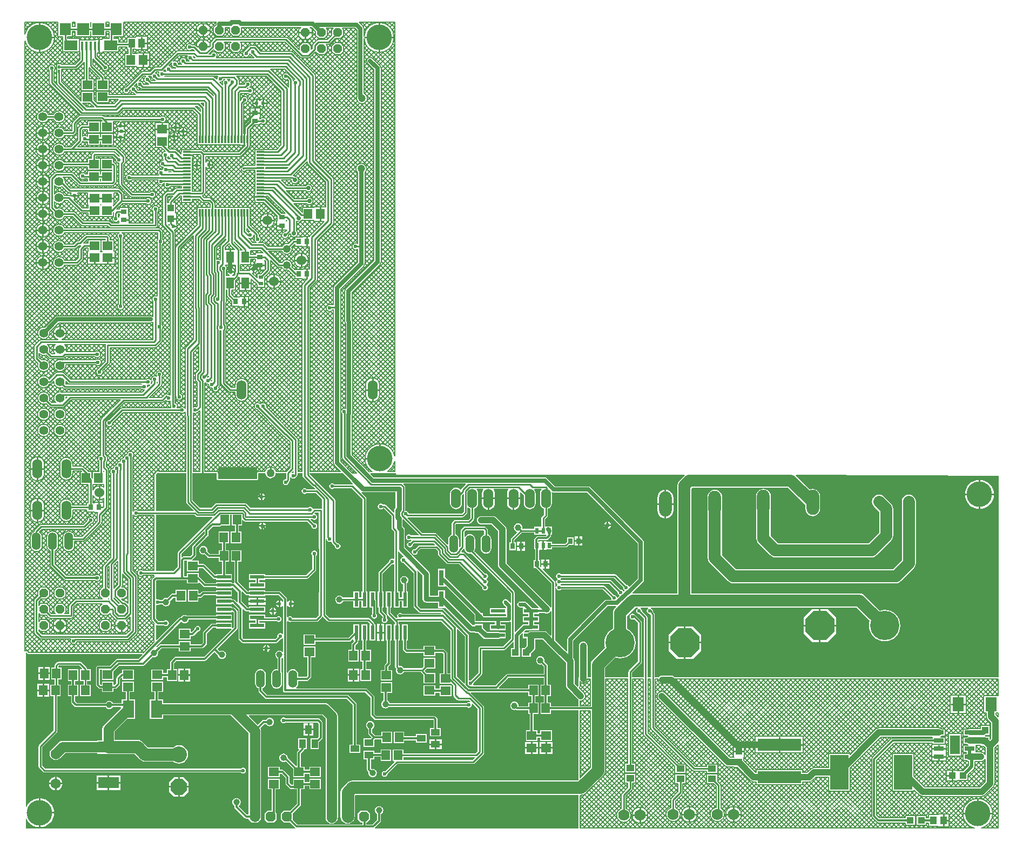
<source format=gbl>
G04*
G04 #@! TF.GenerationSoftware,Altium Limited,Altium Designer,18.0.7 (293)*
G04*
G04 Layer_Physical_Order=2*
G04 Layer_Color=16711680*
%FSLAX25Y25*%
%MOIN*%
G70*
G01*
G75*
%ADD22C,0.05600*%
%ADD30C,0.00800*%
%ADD31C,0.01000*%
%ADD32C,0.02362*%
%ADD33C,0.03937*%
%ADD35C,0.01181*%
%ADD36C,0.02500*%
%ADD37C,0.07500*%
%ADD39C,0.07000*%
%ADD40O,0.06000X0.12000*%
%ADD41O,0.05400X0.10800*%
%ADD42O,0.07800X0.15600*%
%ADD43P,0.05845X8X292.5*%
%ADD44C,0.06299*%
%ADD45P,0.06818X8X202.5*%
%ADD46P,0.10824X8X292.5*%
%ADD47C,0.10000*%
%ADD48P,0.19591X8X202.5*%
%ADD49C,0.18100*%
%ADD50C,0.04800*%
%ADD51C,0.06000*%
%ADD52P,0.05845X8X202.5*%
%ADD53C,0.02362*%
%ADD54C,0.04724*%
%ADD55C,0.05000*%
%ADD56C,0.15748*%
%ADD57C,0.01575*%
%ADD58C,0.02756*%
%ADD59R,0.03000X0.09700*%
%ADD60R,0.05600X0.04000*%
%ADD61R,0.06000X0.02520*%
%ADD62R,0.06000X0.11811*%
%ADD63R,0.05118X0.03937*%
%ADD64R,0.07100X0.08700*%
%ADD65R,0.02400X0.08700*%
%ADD66R,0.04000X0.04400*%
%ADD67R,0.04400X0.04000*%
%ADD68R,0.11417X0.21260*%
%ADD69R,0.26800X0.07300*%
%ADD70R,0.03937X0.05118*%
%ADD71R,0.08700X0.02400*%
%ADD72R,0.02400X0.03600*%
%ADD73R,0.04000X0.05600*%
%ADD74R,0.05200X0.06000*%
G04:AMPARAMS|DCode=75|XSize=39.37mil|YSize=39.37mil|CornerRadius=19.68mil|HoleSize=0mil|Usage=FLASHONLY|Rotation=270.000|XOffset=0mil|YOffset=0mil|HoleType=Round|Shape=RoundedRectangle|*
%AMROUNDEDRECTD75*
21,1,0.03937,0.00000,0,0,270.0*
21,1,0.00000,0.03937,0,0,270.0*
1,1,0.03937,0.00000,0.00000*
1,1,0.03937,0.00000,0.00000*
1,1,0.03937,0.00000,0.00000*
1,1,0.03937,0.00000,0.00000*
%
%ADD75ROUNDEDRECTD75*%
%ADD76R,0.06000X0.05200*%
%ADD77R,0.12600X0.07100*%
%ADD78R,0.07100X0.10700*%
%ADD79R,0.02800X0.03600*%
%ADD80R,0.07500X0.07500*%
%ADD81R,0.07100X0.07500*%
%ADD82R,0.08300X0.06300*%
%ADD83R,0.01600X0.05400*%
%ADD84R,0.03600X0.02800*%
%ADD85R,0.04800X0.07100*%
%ADD86R,0.01200X0.04700*%
%ADD87R,0.04700X0.01200*%
%ADD88R,0.04331X0.05512*%
%ADD89R,0.01181X0.01968*%
%ADD90R,0.02800X0.02400*%
%ADD91C,0.03150*%
%ADD92C,0.07480*%
%ADD93C,0.01968*%
%ADD94C,0.06299*%
%ADD95R,0.24171X0.07500*%
G36*
X174378Y219760D02*
X174378Y219760D01*
X174464Y219331D01*
X174707Y218967D01*
X180207Y213467D01*
X180207Y213467D01*
X180571Y213224D01*
X181000Y213138D01*
X181038D01*
X182093Y212084D01*
X181902Y211621D01*
X176893D01*
X176784Y211784D01*
X176195Y212178D01*
X175500Y212316D01*
X174805Y212178D01*
X174216Y211784D01*
X173822Y211195D01*
X173684Y210500D01*
X173822Y209805D01*
X174216Y209216D01*
X174805Y208822D01*
X175500Y208684D01*
X176195Y208822D01*
X176784Y209216D01*
X176893Y209379D01*
X182535D01*
X186378Y205535D01*
Y199837D01*
X185972Y199565D01*
X185878Y199546D01*
X185500Y199622D01*
X181726D01*
X181726Y199622D01*
X181297Y199536D01*
X181228Y199490D01*
X180678Y199695D01*
X180284Y200284D01*
X179695Y200678D01*
X179000Y200816D01*
X178305Y200678D01*
X177716Y200284D01*
X177607Y200122D01*
X142149D01*
X139577Y202693D01*
X139213Y202936D01*
X138784Y203022D01*
X138784Y203022D01*
X121156D01*
X121156Y203022D01*
X120727Y202936D01*
X120363Y202693D01*
X117792Y200122D01*
X110965D01*
X106389Y204697D01*
Y221573D01*
X121351D01*
Y218000D01*
X121541Y217541D01*
X122000Y217351D01*
X146171D01*
X146630Y217541D01*
X146820Y218000D01*
Y221573D01*
X151309D01*
X151373Y221500D01*
X151480Y220691D01*
X151792Y219937D01*
X152289Y219289D01*
X152937Y218792D01*
X153691Y218480D01*
X154500Y218373D01*
X155309Y218480D01*
X156063Y218792D01*
X156711Y219289D01*
X157208Y219937D01*
X157520Y220691D01*
X157627Y221500D01*
X157691Y221573D01*
X164197D01*
Y218286D01*
X164000Y217816D01*
X163305Y217678D01*
X162716Y217284D01*
X162322Y216695D01*
X162184Y216000D01*
X162322Y215305D01*
X162716Y214716D01*
X163305Y214322D01*
X164000Y214184D01*
X164695Y214322D01*
X165284Y214716D01*
X165678Y215305D01*
X165816Y216000D01*
X165778Y216192D01*
X166112Y216526D01*
X166112Y216526D01*
X166355Y216890D01*
X166440Y217319D01*
X166440Y217319D01*
Y218976D01*
X166940Y219128D01*
X167216Y218716D01*
X167805Y218322D01*
X168500Y218184D01*
X169195Y218322D01*
X169784Y218716D01*
X169966Y218989D01*
X170293Y219207D01*
X170793Y219707D01*
X170793Y219707D01*
X171036Y220071D01*
X171122Y220500D01*
X171122Y220500D01*
Y221573D01*
X174378D01*
Y219760D01*
D02*
G37*
G36*
X203894Y216938D02*
X203951Y216651D01*
X204432Y215932D01*
X205291Y215074D01*
X205044Y214613D01*
X205000Y214622D01*
X205000Y214621D01*
X193893D01*
X193784Y214784D01*
X193195Y215178D01*
X192500Y215316D01*
X191805Y215178D01*
X191216Y214784D01*
X190822Y214195D01*
X190684Y213500D01*
X190822Y212805D01*
X191216Y212216D01*
X191805Y211822D01*
X192500Y211684D01*
X193195Y211822D01*
X193784Y212216D01*
X193893Y212379D01*
X204535D01*
X211379Y205535D01*
Y148686D01*
X210700D01*
Y144858D01*
X209300D01*
Y148686D01*
X205700D01*
Y144858D01*
X199196D01*
X198832Y145332D01*
X198295Y145744D01*
X197670Y146002D01*
X197000Y146091D01*
X196329Y146002D01*
X195705Y145744D01*
X195168Y145332D01*
X194756Y144795D01*
X194498Y144170D01*
X194409Y143500D01*
X194498Y142830D01*
X194756Y142205D01*
X195168Y141668D01*
X195705Y141256D01*
X196329Y140998D01*
X197000Y140909D01*
X197670Y140998D01*
X198295Y141256D01*
X198832Y141668D01*
X199244Y142205D01*
X199413Y142615D01*
X205700D01*
Y138786D01*
X209300D01*
Y142615D01*
X210700D01*
Y138786D01*
X214300D01*
Y148686D01*
X213621D01*
Y206000D01*
X213536Y206429D01*
X213293Y206793D01*
X213293Y206793D01*
X210618Y209469D01*
X210699Y209729D01*
X210864Y209929D01*
X211475Y209808D01*
X211475Y209808D01*
X231608D01*
Y200252D01*
X231476Y200121D01*
X230995Y199401D01*
X230827Y198553D01*
X230827Y198553D01*
Y197413D01*
X230365Y197221D01*
X225793Y201793D01*
X225429Y202036D01*
X225000Y202122D01*
X225000Y202122D01*
X223893D01*
X223784Y202284D01*
X223195Y202678D01*
X222500Y202816D01*
X221805Y202678D01*
X221216Y202284D01*
X220822Y201695D01*
X220684Y201000D01*
X220822Y200305D01*
X221216Y199716D01*
X221805Y199322D01*
X222500Y199184D01*
X223195Y199322D01*
X223784Y199716D01*
X223893Y199878D01*
X224535D01*
X229248Y195166D01*
Y187565D01*
X229248Y187565D01*
X229333Y187136D01*
X229576Y186772D01*
X230848Y185501D01*
Y168843D01*
X230348Y168576D01*
X230195Y168678D01*
X229500Y168816D01*
X228805Y168678D01*
X228216Y168284D01*
X227822Y167695D01*
X227684Y167000D01*
X227700Y166917D01*
X221642Y160858D01*
X221378Y160465D01*
X221286Y160000D01*
X221286Y160000D01*
Y148686D01*
X220700D01*
Y138786D01*
X221286D01*
Y136000D01*
X221286Y136000D01*
X221378Y135536D01*
X221642Y135142D01*
X223786Y132997D01*
Y132331D01*
X223716Y132284D01*
X223322Y131695D01*
X223184Y131000D01*
X223322Y130305D01*
X223716Y129716D01*
X224305Y129322D01*
X225000Y129184D01*
X225695Y129322D01*
X226284Y129716D01*
X226678Y130305D01*
X226816Y131000D01*
X226678Y131695D01*
X226284Y132284D01*
X226214Y132331D01*
Y133500D01*
X226121Y133965D01*
X225858Y134358D01*
X225858Y134358D01*
X223714Y136503D01*
Y138786D01*
X224300D01*
Y148686D01*
X223714D01*
Y159497D01*
X229417Y165200D01*
X229500Y165184D01*
X230195Y165322D01*
X230348Y165424D01*
X230848Y165157D01*
Y148686D01*
X230700D01*
Y138786D01*
X234300D01*
Y142615D01*
X235700D01*
Y138786D01*
X239300D01*
Y148686D01*
X238621D01*
Y153507D01*
X238832Y153668D01*
X239244Y154205D01*
X239502Y154830D01*
X239591Y155500D01*
X239502Y156170D01*
X239244Y156795D01*
X238832Y157332D01*
X238295Y157744D01*
X237670Y158002D01*
X237000Y158091D01*
X236330Y158002D01*
X235705Y157744D01*
X235168Y157332D01*
X234756Y156795D01*
X234498Y156170D01*
X234409Y155500D01*
X234498Y154830D01*
X234756Y154205D01*
X235168Y153668D01*
X235705Y153256D01*
X236330Y152998D01*
X236379Y152991D01*
Y148686D01*
X235700D01*
Y144858D01*
X234300D01*
Y148686D01*
X233091D01*
Y173129D01*
X233591Y173281D01*
X233607Y173257D01*
X236596Y170268D01*
X236367Y169790D01*
X235805Y169678D01*
X235216Y169284D01*
X234822Y168695D01*
X234684Y168000D01*
X234822Y167305D01*
X235216Y166716D01*
X235805Y166322D01*
X236500Y166184D01*
X236583Y166200D01*
X242786Y159997D01*
Y139500D01*
X242786Y139500D01*
X242879Y139035D01*
X243142Y138642D01*
X246032Y135751D01*
X246032Y135751D01*
X246426Y135488D01*
X246891Y135396D01*
X246891Y135396D01*
X259693D01*
X259830Y135214D01*
X259581Y134714D01*
X235831D01*
X235784Y134784D01*
X235195Y135178D01*
X234500Y135316D01*
X233805Y135178D01*
X233216Y134784D01*
X232822Y134195D01*
X232684Y133500D01*
X232815Y132841D01*
X232810Y132728D01*
X232602Y132341D01*
X232219D01*
X231824Y132262D01*
X228622Y135465D01*
Y138786D01*
X229300D01*
Y148686D01*
X225700D01*
Y138786D01*
X226378D01*
Y135000D01*
X226378Y135000D01*
X226464Y134571D01*
X226707Y134207D01*
X230957Y129957D01*
X230957Y129957D01*
X231379Y129535D01*
Y128150D01*
X230700D01*
Y118250D01*
X231379D01*
Y102001D01*
X231378Y102001D01*
X231464Y101572D01*
X231707Y101208D01*
X232071Y100844D01*
X231999Y100671D01*
X231910Y100000D01*
X231999Y99330D01*
X232257Y98705D01*
X232669Y98168D01*
X233206Y97756D01*
X233830Y97498D01*
X234501Y97409D01*
X235172Y97498D01*
X235796Y97756D01*
X236333Y98168D01*
X236745Y98705D01*
X236817Y98878D01*
X247201D01*
X247204Y98862D01*
X247447Y98498D01*
X248900Y97045D01*
Y91831D01*
X256100D01*
Y98231D01*
X250886D01*
X249472Y99646D01*
X250886Y101060D01*
X256100D01*
Y107460D01*
X248900D01*
Y102246D01*
X247776Y101122D01*
X236817D01*
X236745Y101295D01*
X236333Y101832D01*
X235796Y102244D01*
X235172Y102502D01*
X234501Y102591D01*
X234122Y102541D01*
X233651Y102893D01*
X233622Y102957D01*
Y118250D01*
X234300D01*
Y128150D01*
X233622D01*
Y130000D01*
X233622Y130000D01*
X233701Y130097D01*
X259817D01*
X265478Y124435D01*
Y98000D01*
X263714D01*
Y110500D01*
X263714Y110500D01*
X263621Y110965D01*
X263358Y111358D01*
X263358Y111358D01*
X262058Y112658D01*
X261665Y112922D01*
X261200Y113014D01*
X261200Y113014D01*
X256100D01*
Y115000D01*
X248900D01*
Y113014D01*
X239203D01*
X238714Y113503D01*
Y118250D01*
X239300D01*
Y128150D01*
X235700D01*
Y118250D01*
X236286D01*
Y113000D01*
X236286Y113000D01*
X236379Y112536D01*
X236642Y112142D01*
X237842Y110942D01*
X237842Y110942D01*
X238235Y110679D01*
X238700Y110586D01*
X238700Y110586D01*
X248900D01*
Y108600D01*
X256100D01*
Y110586D01*
X260697D01*
X261286Y109997D01*
Y98000D01*
X258900D01*
Y91600D01*
X266100D01*
X266100Y91600D01*
Y91600D01*
X266459Y91302D01*
X267378Y90382D01*
Y84500D01*
X267378Y84500D01*
X267464Y84071D01*
X267707Y83707D01*
X269707Y81707D01*
X269707Y81707D01*
X270071Y81464D01*
X270500Y81378D01*
X270500Y81378D01*
X277035D01*
X277734Y80680D01*
X277488Y80219D01*
X277000Y80316D01*
X276305Y80178D01*
X275716Y79784D01*
X275607Y79622D01*
X228009D01*
X228002Y79671D01*
X227744Y80295D01*
X227332Y80832D01*
X226795Y81244D01*
X226714Y81277D01*
Y86060D01*
X229600D01*
Y92460D01*
X222400D01*
Y86060D01*
X224286D01*
Y81277D01*
X224205Y81244D01*
X223668Y80832D01*
X223256Y80295D01*
X222998Y79671D01*
X222909Y79000D01*
X222998Y78329D01*
X223256Y77705D01*
X223668Y77168D01*
X224205Y76756D01*
X224830Y76498D01*
X225500Y76409D01*
X226170Y76498D01*
X226795Y76756D01*
X227332Y77168D01*
X227493Y77378D01*
X275607D01*
X275716Y77216D01*
X276305Y76822D01*
X277000Y76684D01*
X277695Y76822D01*
X278284Y77216D01*
X278678Y77805D01*
X278816Y78500D01*
X278719Y78988D01*
X279180Y79234D01*
X282379Y76035D01*
Y49965D01*
X281035Y48622D01*
X236440D01*
Y51100D01*
X230040D01*
Y43900D01*
X230661D01*
X230852Y43438D01*
X225192Y37778D01*
X225000Y37816D01*
X224305Y37678D01*
X223716Y37284D01*
X223322Y36695D01*
X223184Y36000D01*
X223322Y35305D01*
X223716Y34716D01*
X224305Y34322D01*
X225000Y34184D01*
X225695Y34322D01*
X226284Y34716D01*
X226678Y35305D01*
X226816Y36000D01*
X226778Y36192D01*
X232865Y42278D01*
X279663D01*
X279663Y42278D01*
X280092Y42364D01*
X280456Y42607D01*
X285893Y48044D01*
X285893Y48044D01*
X286136Y48408D01*
X286222Y48837D01*
X286222Y48837D01*
Y77163D01*
X286136Y77592D01*
X285893Y77956D01*
X285893Y77956D01*
X278025Y85824D01*
X278216Y86286D01*
X313560D01*
Y83900D01*
X315546D01*
Y80100D01*
X313560D01*
Y77714D01*
X307842D01*
X307591Y78000D01*
X307502Y78671D01*
X307244Y79295D01*
X306832Y79832D01*
X306295Y80244D01*
X305670Y80502D01*
X305000Y80591D01*
X304329Y80502D01*
X303705Y80244D01*
X303168Y79832D01*
X302756Y79295D01*
X302498Y78671D01*
X302409Y78000D01*
X302498Y77329D01*
X302756Y76705D01*
X303168Y76168D01*
X303705Y75756D01*
X304329Y75498D01*
X305000Y75409D01*
X305670Y75498D01*
X305786Y75545D01*
X306035Y75379D01*
X306500Y75286D01*
X313560D01*
Y72900D01*
X314465D01*
Y62787D01*
X312078D01*
Y56387D01*
X319279D01*
Y58373D01*
X321050D01*
Y56387D01*
X328250D01*
Y62787D01*
X321050D01*
Y60801D01*
X319279D01*
Y62787D01*
X316892D01*
Y72900D01*
X319960D01*
Y80100D01*
X317974D01*
Y83900D01*
X319960D01*
Y91100D01*
X313560D01*
Y88714D01*
X295584D01*
X295392Y89176D01*
X301503Y95286D01*
X323086D01*
Y91100D01*
X321100D01*
Y83900D01*
X323086D01*
Y80100D01*
X321100D01*
Y72900D01*
X327500D01*
Y75286D01*
X344405D01*
Y32110D01*
X344183Y31888D01*
X205000D01*
X203864Y31738D01*
X202806Y31300D01*
X201898Y30602D01*
X198997Y27703D01*
X198300Y26794D01*
X197862Y25736D01*
X197713Y24600D01*
Y9600D01*
X197862Y8464D01*
X198300Y7406D01*
X198997Y6498D01*
X199906Y5800D01*
X200964Y5362D01*
X202100Y5212D01*
X203236Y5362D01*
X204294Y5800D01*
X205203Y6498D01*
X205900Y7406D01*
X206338Y8464D01*
X206487Y9600D01*
Y22783D01*
X206817Y23112D01*
X344405D01*
Y2121D01*
X218980D01*
X218828Y2622D01*
X218858Y2642D01*
X222358Y6142D01*
X222358Y6142D01*
X222621Y6536D01*
X222714Y7000D01*
X222714Y7000D01*
Y11223D01*
X222795Y11256D01*
X223332Y11668D01*
X223744Y12205D01*
X224002Y12830D01*
X224091Y13500D01*
X224002Y14171D01*
X223744Y14795D01*
X223332Y15332D01*
X222795Y15744D01*
X222170Y16002D01*
X221500Y16091D01*
X220830Y16002D01*
X220205Y15744D01*
X219668Y15332D01*
X219256Y14795D01*
X218998Y14171D01*
X218909Y13500D01*
X218998Y12830D01*
X219256Y12205D01*
X219668Y11668D01*
X220205Y11256D01*
X220286Y11223D01*
Y7503D01*
X217497Y4714D01*
X213714D01*
Y5850D01*
X213993D01*
X215868Y7725D01*
Y11475D01*
X213993Y13350D01*
X210243D01*
X208368Y11475D01*
Y7725D01*
X210243Y5850D01*
X211286D01*
Y4714D01*
X171221D01*
X168289Y7646D01*
X168368Y7725D01*
Y11475D01*
X168280Y11563D01*
X172858Y16142D01*
X172858Y16142D01*
X173122Y16535D01*
X173214Y17000D01*
X173214Y17000D01*
Y26500D01*
X175600D01*
Y28486D01*
X178400D01*
Y26500D01*
X185600D01*
Y32900D01*
X178400D01*
Y30914D01*
X175600D01*
Y32900D01*
X168400D01*
Y29214D01*
X167503D01*
X166214Y30503D01*
Y34000D01*
X166214Y34000D01*
X166121Y34464D01*
X165858Y34858D01*
X165858Y34858D01*
X162618Y38098D01*
X162224Y38362D01*
X161760Y38454D01*
X161760Y38454D01*
X160100D01*
Y40440D01*
X152900D01*
Y34040D01*
X160100D01*
Y36026D01*
X161257D01*
X163786Y33497D01*
Y30000D01*
X163786Y30000D01*
X163879Y29535D01*
X164142Y29142D01*
X166142Y27142D01*
X166142Y27142D01*
X166535Y26878D01*
X167000Y26786D01*
X167000Y26786D01*
X168400D01*
Y26500D01*
X170786D01*
Y17503D01*
X166563Y13280D01*
X166493Y13350D01*
X162743D01*
X160869Y11475D01*
Y7725D01*
X162743Y5850D01*
X166493D01*
X166572Y5929D01*
X169860Y2642D01*
X169860Y2642D01*
X169890Y2622D01*
X169738Y2121D01*
X3405D01*
Y8195D01*
X3905Y8320D01*
X4586Y7046D01*
X5695Y5695D01*
X7046Y4586D01*
X8588Y3762D01*
X10260Y3254D01*
X11500Y3132D01*
Y12000D01*
Y20868D01*
X10260Y20746D01*
X8588Y20238D01*
X7046Y19414D01*
X5695Y18305D01*
X4586Y16954D01*
X3905Y15679D01*
X3405Y15805D01*
Y110866D01*
X3905Y111074D01*
X4905Y110073D01*
X75236D01*
X75427Y109611D01*
X72811Y106995D01*
X60022D01*
X60022Y106995D01*
X59558Y106903D01*
X59164Y106639D01*
X55238Y102714D01*
X48000D01*
X47535Y102621D01*
X47142Y102358D01*
X46878Y101964D01*
X46786Y101500D01*
Y91000D01*
X46786Y91000D01*
X46878Y90535D01*
X47142Y90142D01*
X48442Y88842D01*
X48442Y88842D01*
X48836Y88578D01*
X49300Y88486D01*
X49300Y88486D01*
X50400D01*
Y86500D01*
X57600D01*
Y88578D01*
X58700D01*
X58700Y88578D01*
X59129Y88664D01*
X59493Y88907D01*
X61293Y90707D01*
X61293Y90707D01*
X61536Y91071D01*
X61622Y91500D01*
Y94535D01*
X62438Y95352D01*
X62900Y95161D01*
Y94040D01*
X70100D01*
Y100440D01*
X62900D01*
Y98362D01*
X62740D01*
X62311Y98276D01*
X61947Y98033D01*
X61947Y98033D01*
X59707Y95793D01*
X59464Y95429D01*
X59378Y95000D01*
X59378Y95000D01*
Y91965D01*
X58235Y90822D01*
X57600D01*
Y92900D01*
X50400D01*
Y90914D01*
X49803D01*
X49214Y91503D01*
Y100286D01*
X50400D01*
Y94040D01*
X57600D01*
Y99124D01*
X61263Y102786D01*
X76000D01*
X76000Y102786D01*
X76464Y102878D01*
X76858Y103142D01*
X81748Y108031D01*
X81830Y107998D01*
X82500Y107909D01*
X83170Y107998D01*
X83795Y108256D01*
X84332Y108668D01*
X84744Y109205D01*
X85002Y109829D01*
X85091Y110500D01*
X85002Y111170D01*
X84969Y111252D01*
X87263Y113546D01*
X97900D01*
Y111560D01*
X105100D01*
Y113546D01*
X112260D01*
X112260Y113546D01*
X112724Y113638D01*
X113118Y113901D01*
X114858Y115642D01*
X114858Y115642D01*
X115121Y116035D01*
X115214Y116500D01*
X115214Y116500D01*
Y122497D01*
X119003Y126286D01*
X120814D01*
Y125700D01*
X130276D01*
X130483Y125200D01*
X119142Y113858D01*
X119142Y113858D01*
X113497Y108214D01*
X96000D01*
X95535Y108122D01*
X95142Y107858D01*
X95142Y107858D01*
X92901Y105618D01*
X92638Y105224D01*
X92546Y104760D01*
X92546Y104760D01*
Y100600D01*
X90560D01*
Y98214D01*
X88100D01*
Y100440D01*
X80900D01*
Y94040D01*
X88100D01*
Y95786D01*
X90560D01*
Y93400D01*
X96960D01*
Y100600D01*
X94974D01*
Y104257D01*
X96503Y105786D01*
X114000D01*
X114000Y105786D01*
X114464Y105878D01*
X114858Y106142D01*
X120000Y111283D01*
X121928Y109355D01*
X121998Y108829D01*
X122256Y108205D01*
X122668Y107668D01*
X123205Y107256D01*
X123829Y106998D01*
X124500Y106909D01*
X125171Y106998D01*
X125795Y107256D01*
X126332Y107668D01*
X126744Y108205D01*
X127002Y108829D01*
X127091Y109500D01*
X127002Y110170D01*
X126744Y110795D01*
X126332Y111332D01*
X125795Y111744D01*
X125171Y112002D01*
X124500Y112091D01*
X123829Y112002D01*
X123205Y111744D01*
X123074Y111643D01*
X121717Y113000D01*
X133858Y125142D01*
X133858Y125142D01*
X134122Y125536D01*
X134214Y126000D01*
X134214Y126000D01*
Y136000D01*
X134214Y136000D01*
X134122Y136465D01*
X133858Y136858D01*
X132358Y138358D01*
X131965Y138621D01*
X131500Y138714D01*
X131500Y138714D01*
X130714D01*
Y139300D01*
X120814D01*
Y135700D01*
X130714D01*
Y135862D01*
X131214Y136070D01*
X131786Y135497D01*
Y126503D01*
X131214Y125930D01*
X130714Y126138D01*
Y129300D01*
X120814D01*
Y128714D01*
X118500D01*
X118500Y128714D01*
X118035Y128621D01*
X117642Y128358D01*
X117642Y128358D01*
X113142Y123858D01*
X112879Y123465D01*
X112786Y123000D01*
X112786Y123000D01*
Y117003D01*
X111757Y115974D01*
X105100D01*
Y117960D01*
X97900D01*
Y115974D01*
X86760D01*
X86295Y115881D01*
X85901Y115618D01*
X85901Y115618D01*
X84540Y114256D01*
X84021Y114444D01*
X83986Y114736D01*
X99074Y129825D01*
X99573Y129792D01*
X99668Y129668D01*
X100205Y129256D01*
X100830Y128998D01*
X101500Y128909D01*
X102171Y128998D01*
X102795Y129256D01*
X103332Y129668D01*
X103744Y130205D01*
X104002Y130830D01*
X104062Y131286D01*
X120814D01*
Y130700D01*
X130714D01*
Y134300D01*
X120814D01*
Y133714D01*
X102834D01*
X102795Y133744D01*
X102171Y134002D01*
X101500Y134091D01*
X100830Y134002D01*
X100205Y133744D01*
X99668Y133332D01*
X99256Y132795D01*
X99223Y132714D01*
X99032D01*
X99032Y132714D01*
X98568Y132622D01*
X98174Y132358D01*
X98174Y132358D01*
X84367Y118551D01*
X83905Y118742D01*
Y127699D01*
X84405Y127966D01*
X84535Y127878D01*
X85000Y127786D01*
X88669D01*
X88716Y127716D01*
X89305Y127322D01*
X90000Y127184D01*
X90695Y127322D01*
X91284Y127716D01*
X91678Y128305D01*
X91816Y129000D01*
X91678Y129695D01*
X91284Y130284D01*
X90695Y130678D01*
X90000Y130816D01*
X89305Y130678D01*
X88716Y130284D01*
X88669Y130214D01*
X85503D01*
X83905Y131812D01*
Y140034D01*
X84405Y140302D01*
X85000Y140184D01*
X85695Y140322D01*
X86284Y140716D01*
X86331Y140786D01*
X87723D01*
X87756Y140705D01*
X88168Y140168D01*
X88705Y139756D01*
X89329Y139498D01*
X90000Y139409D01*
X90671Y139498D01*
X91295Y139756D01*
X91832Y140168D01*
X92244Y140705D01*
X92502Y141330D01*
X92591Y142000D01*
X92502Y142671D01*
X92469Y142752D01*
X94503Y144786D01*
X96060D01*
Y142400D01*
X102460D01*
Y149600D01*
X96060D01*
Y147214D01*
X94000D01*
X93536Y147122D01*
X93142Y146858D01*
X93142Y146858D01*
X90752Y144469D01*
X90671Y144502D01*
X90000Y144591D01*
X89329Y144502D01*
X88705Y144244D01*
X88168Y143832D01*
X87756Y143295D01*
X87723Y143214D01*
X86331D01*
X86284Y143284D01*
X85695Y143678D01*
X85000Y143816D01*
X84405Y143698D01*
X83905Y143966D01*
Y155188D01*
X84263Y155546D01*
X102900D01*
Y153560D01*
X110100D01*
Y154030D01*
X110562Y154221D01*
X113142Y151642D01*
X113142Y151642D01*
X113535Y151379D01*
X114000Y151286D01*
X120814D01*
Y150700D01*
X130714D01*
Y150862D01*
X131214Y151069D01*
X134286Y147997D01*
Y142138D01*
X133786Y141930D01*
X132358Y143358D01*
X131965Y143622D01*
X131500Y143714D01*
X131500Y143714D01*
X130714D01*
Y144300D01*
X120814D01*
Y140700D01*
X130714D01*
Y140862D01*
X131214Y141069D01*
X134786Y137497D01*
Y119500D01*
X134786Y119500D01*
X134879Y119035D01*
X135142Y118642D01*
X136642Y117142D01*
X137036Y116878D01*
X137500Y116786D01*
X137500Y116786D01*
X158000D01*
X158000Y116786D01*
X158465Y116878D01*
X158858Y117142D01*
X161000Y119283D01*
X161195Y119322D01*
X161784Y119716D01*
X161786Y119719D01*
X162286Y119567D01*
Y111561D01*
X161979Y111406D01*
X161786Y111367D01*
X161295Y111744D01*
X160670Y112002D01*
X160000Y112091D01*
X159329Y112002D01*
X158705Y111744D01*
X158168Y111332D01*
X157756Y110795D01*
X157498Y110170D01*
X157409Y109500D01*
X157498Y108829D01*
X157756Y108205D01*
X158168Y107668D01*
X158705Y107256D01*
X158786Y107223D01*
Y100980D01*
X158410Y100650D01*
X158353Y100657D01*
X157492Y100544D01*
X156689Y100212D01*
X156000Y99683D01*
X155471Y98993D01*
X155138Y98190D01*
X155025Y97329D01*
Y91929D01*
X155138Y91068D01*
X155471Y90265D01*
X156000Y89575D01*
X156689Y89047D01*
X157492Y88714D01*
X158353Y88601D01*
X159215Y88714D01*
X160017Y89047D01*
X160707Y89575D01*
X161236Y90265D01*
X161568Y91068D01*
X161682Y91929D01*
Y97329D01*
X161568Y98190D01*
X161236Y98993D01*
X161214Y99022D01*
Y107223D01*
X161295Y107256D01*
X161786Y107633D01*
X161979Y107594D01*
X162286Y107439D01*
Y87500D01*
X162379Y87036D01*
X162642Y86642D01*
X163036Y86379D01*
X163500Y86286D01*
X212997D01*
X216286Y82997D01*
Y72500D01*
X216286Y72500D01*
X216378Y72035D01*
X216642Y71642D01*
X218642Y69642D01*
X218642Y69642D01*
X219036Y69379D01*
X219500Y69286D01*
X219500Y69286D01*
X254997D01*
X255117Y69166D01*
Y64340D01*
X252931D01*
Y59140D01*
X259731D01*
Y64340D01*
X257545D01*
Y69669D01*
X257545Y69669D01*
X257452Y70134D01*
X257189Y70528D01*
X257189Y70528D01*
X256358Y71358D01*
X255964Y71622D01*
X255500Y71714D01*
X255500Y71714D01*
X220003D01*
X218714Y73003D01*
Y83500D01*
X218621Y83965D01*
X218358Y84358D01*
X218358Y84358D01*
X214358Y88358D01*
X213965Y88621D01*
X213500Y88714D01*
X213500Y88714D01*
X170405D01*
X170236Y89214D01*
X170707Y89575D01*
X171236Y90265D01*
X171568Y91068D01*
X171682Y91929D01*
Y93415D01*
X177129D01*
X177129Y93415D01*
X177594Y93508D01*
X177987Y93771D01*
X179358Y95142D01*
X179622Y95535D01*
X179714Y96000D01*
X179714Y96000D01*
Y108060D01*
X182100D01*
Y114460D01*
X174900D01*
Y108060D01*
X177286D01*
Y96503D01*
X176626Y95843D01*
X171682D01*
Y97329D01*
X171568Y98190D01*
X171236Y98993D01*
X170707Y99683D01*
X170017Y100212D01*
X169215Y100544D01*
X168353Y100657D01*
X167492Y100544D01*
X166689Y100212D01*
X165999Y99683D01*
X165471Y98993D01*
X165214Y98374D01*
X164714Y98473D01*
Y130067D01*
X165214Y130219D01*
X165216Y130216D01*
X165805Y129822D01*
X166500Y129684D01*
X167195Y129822D01*
X167279Y129878D01*
X183000D01*
X183000Y129878D01*
X183429Y129964D01*
X183793Y130207D01*
X186293Y132707D01*
X186293Y132707D01*
X186376Y132831D01*
X186963Y132931D01*
X186992Y132922D01*
X189707Y130207D01*
X190071Y129964D01*
X190500Y129878D01*
X190500Y129878D01*
X214535D01*
X215865Y128549D01*
X215700Y128150D01*
X215700D01*
Y118250D01*
X219300D01*
Y128150D01*
X218621D01*
Y128500D01*
X218536Y128929D01*
X218293Y129293D01*
X218293Y129293D01*
X215793Y131793D01*
X215429Y132036D01*
X215000Y132122D01*
X215000Y132122D01*
X190965D01*
X188622Y134465D01*
Y180686D01*
X189122Y180920D01*
X189216Y180841D01*
X189322Y180305D01*
X189716Y179716D01*
X190305Y179322D01*
X191000Y179184D01*
X191659Y179315D01*
X191746Y179311D01*
X191752Y179310D01*
X192192Y179053D01*
X192245Y178790D01*
X192488Y178426D01*
X194222Y176692D01*
X194184Y176500D01*
X194322Y175805D01*
X194716Y175216D01*
X195305Y174822D01*
X196000Y174684D01*
X196695Y174822D01*
X197284Y175216D01*
X197678Y175805D01*
X197816Y176500D01*
X197678Y177195D01*
X197284Y177784D01*
X196695Y178178D01*
X196000Y178316D01*
X195808Y178278D01*
X194403Y179683D01*
Y204744D01*
X194403Y204744D01*
X194317Y205174D01*
X194074Y205537D01*
X194074Y205538D01*
X183920Y215692D01*
X183793Y215881D01*
X178622Y221053D01*
Y221573D01*
X199259D01*
X203894Y216938D01*
D02*
G37*
G36*
X275055Y214702D02*
X272507Y212154D01*
X272264Y211790D01*
X272215Y211545D01*
X271720Y211399D01*
X271695Y211401D01*
X271568Y211567D01*
X270815Y212145D01*
X269940Y212507D01*
X269000Y212631D01*
X268060Y212507D01*
X267184Y212145D01*
X266432Y211567D01*
X265855Y210816D01*
X265493Y209940D01*
X265369Y209000D01*
Y203000D01*
X265493Y202060D01*
X265855Y201185D01*
X266432Y200432D01*
X267184Y199855D01*
X268060Y199493D01*
X269000Y199369D01*
X269940Y199493D01*
X270815Y199855D01*
X271568Y200432D01*
X272145Y201185D01*
X272507Y202060D01*
X272631Y203000D01*
Y208045D01*
X273317Y208730D01*
X273779Y208539D01*
Y197865D01*
X272535Y196622D01*
X239792D01*
X239678Y197195D01*
X239284Y197784D01*
X238695Y198178D01*
X238000Y198316D01*
X237621Y198627D01*
Y213133D01*
X237536Y213562D01*
X237293Y213926D01*
X237293Y213926D01*
X236517Y214702D01*
X236709Y215164D01*
X274863D01*
X275055Y214702D01*
D02*
G37*
G36*
X301360Y211478D02*
X301006Y211017D01*
X300603Y210044D01*
X300465Y209000D01*
Y206500D01*
X304500D01*
X308535D01*
Y209000D01*
X308433Y209774D01*
X308906Y210008D01*
X310869Y208045D01*
Y203000D01*
X310993Y202060D01*
X311355Y201185D01*
X311932Y200432D01*
X312684Y199855D01*
X313560Y199493D01*
X314500Y199369D01*
X315440Y199493D01*
X316316Y199855D01*
X317068Y200432D01*
X317645Y201185D01*
X318007Y202060D01*
X318131Y203000D01*
Y209000D01*
X318007Y209940D01*
X317645Y210816D01*
X317213Y211379D01*
X317453Y211878D01*
X321547D01*
X321787Y211379D01*
X321355Y210816D01*
X320993Y209940D01*
X320869Y209000D01*
Y203000D01*
X320993Y202060D01*
X321355Y201185D01*
X321933Y200432D01*
X322685Y199855D01*
X323378Y199568D01*
Y195965D01*
X321954Y194540D01*
X321711Y194176D01*
X321626Y193747D01*
X321626Y193747D01*
Y188500D01*
X320947D01*
Y188500D01*
X320747D01*
Y188500D01*
X317147D01*
Y187222D01*
X310221D01*
X309801Y187722D01*
X309838Y188000D01*
X309750Y188671D01*
X309491Y189295D01*
X309079Y189832D01*
X308543Y190244D01*
X307918Y190502D01*
X307247Y190591D01*
X306577Y190502D01*
X305952Y190244D01*
X305415Y189832D01*
X305004Y189295D01*
X304745Y188671D01*
X304657Y188000D01*
X304745Y187329D01*
X305004Y186705D01*
X305415Y186168D01*
X305952Y185756D01*
X306347Y185593D01*
X306497Y185036D01*
X303148Y181687D01*
X302905Y181323D01*
X302819Y180894D01*
X302819Y180894D01*
Y178900D01*
X301941D01*
Y174100D01*
X305941D01*
Y178900D01*
X305063D01*
Y180429D01*
X309612Y184978D01*
X317147D01*
Y183700D01*
X320747D01*
Y183700D01*
X320947D01*
Y183700D01*
X324547D01*
Y183700D01*
X324687D01*
X324940Y183305D01*
X324983Y183200D01*
X324497Y182714D01*
X319500D01*
X319036Y182622D01*
X318642Y182358D01*
X318642Y182358D01*
X317642Y181358D01*
X317378Y180965D01*
X317286Y180500D01*
X317286Y180500D01*
Y179372D01*
X317147D01*
Y174572D01*
X317733D01*
Y167900D01*
X316941D01*
Y163100D01*
X318183D01*
X327786Y153497D01*
Y138792D01*
X327286Y138693D01*
X327244Y138795D01*
X326832Y139332D01*
X300091Y166073D01*
Y187000D01*
X300002Y187671D01*
X299744Y188295D01*
X299332Y188832D01*
X293832Y194332D01*
X293295Y194744D01*
X292670Y195002D01*
X292000Y195091D01*
X284500D01*
X283829Y195002D01*
X283205Y194744D01*
X282668Y194332D01*
X282256Y193795D01*
X281998Y193170D01*
X281909Y192500D01*
X281998Y191830D01*
X282256Y191205D01*
X282668Y190668D01*
X283205Y190256D01*
X283829Y189998D01*
X284500Y189909D01*
X290927D01*
X294909Y185927D01*
Y165000D01*
X294998Y164330D01*
X295256Y163705D01*
X295668Y163168D01*
X320036Y138800D01*
X319829Y138300D01*
X316068D01*
X312584Y141784D01*
X311995Y142178D01*
X311300Y142316D01*
X308500D01*
X307805Y142178D01*
X307216Y141784D01*
X306822Y141195D01*
X306684Y140500D01*
X306822Y139805D01*
X307216Y139216D01*
X307805Y138822D01*
X308500Y138684D01*
X310070D01*
X310350Y138300D01*
Y134700D01*
X313484D01*
Y133300D01*
X310350D01*
Y129700D01*
X313484D01*
Y128316D01*
X311000D01*
X310920Y128300D01*
X310350D01*
Y128187D01*
X310305Y128178D01*
X309716Y127784D01*
X305584Y123652D01*
X305121Y123843D01*
Y148000D01*
X305122Y148000D01*
X305036Y148429D01*
X304793Y148793D01*
X280195Y173391D01*
X280382Y173636D01*
X280715Y174439D01*
X280828Y175300D01*
Y180700D01*
X280715Y181562D01*
X280382Y182364D01*
X279854Y183054D01*
X279164Y183582D01*
X278362Y183915D01*
X277500Y184028D01*
X276639Y183915D01*
X275836Y183582D01*
X275146Y183054D01*
X274618Y182364D01*
X274121Y182474D01*
Y185535D01*
X274965Y186378D01*
X286035D01*
X286379Y186035D01*
Y183807D01*
X285836Y183582D01*
X285146Y183054D01*
X284617Y182364D01*
X284285Y181562D01*
X284172Y180700D01*
Y175300D01*
X284285Y174439D01*
X284617Y173636D01*
X285146Y172946D01*
X285836Y172417D01*
X286638Y172085D01*
X287500Y171971D01*
X288362Y172085D01*
X289164Y172417D01*
X289854Y172946D01*
X290383Y173636D01*
X290715Y174439D01*
X290828Y175300D01*
Y180700D01*
X290715Y181562D01*
X290383Y182364D01*
X289854Y183054D01*
X289164Y183582D01*
X288621Y183807D01*
Y186500D01*
X288536Y186929D01*
X288293Y187293D01*
X288293Y187293D01*
X287293Y188293D01*
X286929Y188536D01*
X286500Y188622D01*
X286500Y188622D01*
X274500D01*
X274500Y188622D01*
X274071Y188536D01*
X273707Y188293D01*
X272207Y186793D01*
X271964Y186429D01*
X271878Y186000D01*
X271879Y186000D01*
Y176465D01*
X271290Y175876D01*
X270829Y176068D01*
Y180700D01*
X270715Y181562D01*
X270382Y182364D01*
X269854Y183054D01*
X269164Y183582D01*
X268621Y183807D01*
Y190035D01*
X268965Y190378D01*
X277000D01*
X277000Y190378D01*
X277429Y190464D01*
X277793Y190707D01*
X279793Y192707D01*
X279793Y192707D01*
X280036Y193071D01*
X280122Y193500D01*
X280121Y193500D01*
Y199568D01*
X280816Y199855D01*
X281568Y200432D01*
X282145Y201185D01*
X282507Y202060D01*
X282631Y203000D01*
Y209000D01*
X282507Y209940D01*
X282145Y210816D01*
X281636Y211478D01*
X281780Y211979D01*
X285613D01*
X285860Y211478D01*
X285506Y211017D01*
X285103Y210044D01*
X284965Y209000D01*
Y206500D01*
X289000D01*
X293035D01*
Y209000D01*
X292897Y210044D01*
X292494Y211017D01*
X292140Y211478D01*
X292387Y211979D01*
X301113D01*
X301360Y211478D01*
D02*
G37*
G36*
X85405Y221573D02*
X102546D01*
Y203570D01*
X102546Y203570D01*
X102632Y203140D01*
X102875Y202776D01*
X107068Y198583D01*
X106876Y198122D01*
X83905D01*
Y221074D01*
X84905Y222074D01*
X85405Y221573D01*
D02*
G37*
G36*
X603878Y220084D02*
Y95574D01*
X403884D01*
X403625Y95832D01*
X403089Y96244D01*
X402464Y96502D01*
X401793Y96591D01*
X396136D01*
X395466Y96502D01*
X394841Y96244D01*
X394305Y95832D01*
X394106Y95574D01*
X391621D01*
Y134500D01*
X391536Y134929D01*
X391293Y135293D01*
X391293Y135293D01*
X390621Y135965D01*
Y136500D01*
X390536Y136929D01*
X390293Y137293D01*
X389966Y137511D01*
X389784Y137784D01*
X389278Y138122D01*
X389315Y138500D01*
X389361Y138622D01*
X516238D01*
X524374Y130486D01*
X524042Y129391D01*
X523856Y127499D01*
X524042Y125607D01*
X524594Y123788D01*
X525490Y122112D01*
X526696Y120642D01*
X528165Y119437D01*
X529842Y118540D01*
X531661Y117989D01*
X533553Y117802D01*
X535444Y117989D01*
X537263Y118540D01*
X538940Y119437D01*
X540409Y120642D01*
X541615Y122112D01*
X542511Y123788D01*
X543063Y125607D01*
X543249Y127499D01*
X543063Y129391D01*
X542511Y131210D01*
X541615Y132886D01*
X540409Y134356D01*
X538940Y135562D01*
X537263Y136458D01*
X535444Y137009D01*
X533553Y137196D01*
X531661Y137009D01*
X530565Y136677D01*
X521147Y146095D01*
X520240Y146791D01*
X519803Y146972D01*
X519185Y147228D01*
X518051Y147378D01*
X414378D01*
Y212101D01*
X414813Y212537D01*
X473891D01*
X484579Y201848D01*
Y199600D01*
X484734Y198425D01*
X485187Y197331D01*
X485909Y196391D01*
X486849Y195669D01*
X487943Y195216D01*
X489118Y195061D01*
X490293Y195216D01*
X491388Y195669D01*
X492327Y196391D01*
X493049Y197331D01*
X493502Y198425D01*
X493657Y199600D01*
Y207400D01*
X493502Y208575D01*
X493049Y209669D01*
X492327Y210609D01*
X491388Y211331D01*
X490293Y211784D01*
X489118Y211939D01*
X487943Y211784D01*
X487294Y211515D01*
X478799Y220010D01*
X478653Y220122D01*
X478815Y220595D01*
X603878Y220084D01*
D02*
G37*
G36*
X277185Y199855D02*
X277878Y199568D01*
Y193965D01*
X276535Y192622D01*
X268500D01*
X268071Y192536D01*
X267707Y192293D01*
X267707Y192293D01*
X266707Y191293D01*
X266464Y190929D01*
X266378Y190500D01*
X266378Y190500D01*
Y183807D01*
X265836Y183582D01*
X265146Y183054D01*
X264617Y182364D01*
X264285Y181562D01*
X264172Y180700D01*
Y177757D01*
X263710Y177565D01*
X256882Y184393D01*
X256518Y184636D01*
X256089Y184722D01*
X256089Y184722D01*
X248139D01*
X238969Y193891D01*
X239189Y194378D01*
X273000D01*
X273000Y194378D01*
X273429Y194464D01*
X273793Y194707D01*
X275693Y196607D01*
X275693Y196607D01*
X275936Y196971D01*
X276022Y197400D01*
X276022Y197400D01*
Y200220D01*
X276521Y200364D01*
X277185Y199855D01*
D02*
G37*
G36*
X184378Y133965D02*
X182535Y132122D01*
X168192D01*
X168178Y132195D01*
X167784Y132784D01*
X167195Y133178D01*
X166500Y133316D01*
X165805Y133178D01*
X165216Y132784D01*
X165214Y132781D01*
X164714Y132933D01*
Y139596D01*
X165214Y139747D01*
X165427Y139427D01*
X166149Y138945D01*
X166500Y138876D01*
Y141000D01*
Y143124D01*
X166149Y143054D01*
X165427Y142572D01*
X165214Y142253D01*
X164714Y142404D01*
Y144000D01*
X164714Y144000D01*
X164621Y144465D01*
X164358Y144858D01*
X164358Y144858D01*
X160858Y148358D01*
X160465Y148621D01*
X160000Y148714D01*
X160000Y148714D01*
X151250D01*
Y149300D01*
X141350D01*
Y148714D01*
X140503D01*
X134514Y154703D01*
Y166900D01*
X136500D01*
Y174100D01*
X130100D01*
Y166900D01*
X132086D01*
Y154200D01*
X132086Y154200D01*
X132110Y154080D01*
X131680Y153678D01*
X131500Y153714D01*
X131500Y153714D01*
X130714D01*
Y154300D01*
X120814D01*
Y153714D01*
X114503D01*
X110599Y157618D01*
X110205Y157881D01*
X110100Y157902D01*
Y159960D01*
X102900D01*
Y157974D01*
X101243D01*
X101214Y158003D01*
Y167497D01*
X101503Y167786D01*
X102518D01*
X102900Y167500D01*
X102900Y167286D01*
Y161100D01*
X110100D01*
Y163086D01*
X112697D01*
X119142Y156642D01*
X119142Y156642D01*
X119536Y156378D01*
X120000Y156286D01*
X120814D01*
Y155700D01*
X130714D01*
Y159300D01*
X126978D01*
Y166900D01*
X128960D01*
Y174100D01*
X126974D01*
Y178400D01*
X128900D01*
Y185600D01*
X122500D01*
Y178400D01*
X124546D01*
Y174100D01*
X122560D01*
Y171714D01*
X117003D01*
X115469Y173248D01*
X115502Y173329D01*
X115591Y174000D01*
X115502Y174671D01*
X115244Y175295D01*
X114832Y175832D01*
X114295Y176244D01*
X113671Y176502D01*
X113000Y176591D01*
X112329Y176502D01*
X111705Y176244D01*
X111168Y175832D01*
X110756Y175295D01*
X110498Y174671D01*
X110409Y174000D01*
X110498Y173329D01*
X110756Y172705D01*
X111168Y172168D01*
X111705Y171756D01*
X112329Y171498D01*
X113000Y171409D01*
X113671Y171498D01*
X113752Y171531D01*
X115642Y169642D01*
X115642Y169642D01*
X116035Y169378D01*
X116500Y169286D01*
X116500Y169286D01*
X122560D01*
Y166900D01*
X124550D01*
Y159300D01*
X120814D01*
Y159110D01*
X120314Y158903D01*
X114058Y165158D01*
X113664Y165421D01*
X113200Y165514D01*
X113200Y165514D01*
X110100D01*
Y167500D01*
X106298D01*
X106146Y168000D01*
X106358Y168142D01*
X108358Y170142D01*
X108358Y170142D01*
X108622Y170536D01*
X108714Y171000D01*
X108714Y171000D01*
Y175497D01*
X115858Y182642D01*
X115858Y182642D01*
X116121Y183036D01*
X116214Y183500D01*
Y185997D01*
X119003Y188786D01*
X123200D01*
X123200Y188786D01*
X123664Y188879D01*
X124058Y189142D01*
X124317Y189400D01*
X129400D01*
Y195978D01*
X130540D01*
Y189400D01*
X132526D01*
Y185600D01*
X130040D01*
Y178400D01*
X136440D01*
Y185600D01*
X134954D01*
Y189400D01*
X136940D01*
Y192454D01*
X137402Y192645D01*
X137940Y192107D01*
X137940Y192107D01*
X138304Y191864D01*
X138733Y191778D01*
X177135D01*
X179722Y189192D01*
X179684Y189000D01*
X179822Y188305D01*
X180216Y187716D01*
X180805Y187322D01*
X181500Y187184D01*
X182195Y187322D01*
X182784Y187716D01*
X183178Y188305D01*
X183316Y189000D01*
X183178Y189695D01*
X182784Y190284D01*
X182195Y190678D01*
X181500Y190816D01*
X181308Y190778D01*
X179170Y192917D01*
X179361Y193378D01*
X180107D01*
X180216Y193216D01*
X180805Y192822D01*
X181500Y192684D01*
X182195Y192822D01*
X182784Y193216D01*
X183178Y193805D01*
X183316Y194500D01*
X183178Y195195D01*
X182784Y195784D01*
X182195Y196178D01*
X181780Y196260D01*
X181615Y196803D01*
X182191Y197378D01*
X184378D01*
Y133965D01*
D02*
G37*
G36*
X246104Y183583D02*
X245913Y183122D01*
X241393D01*
X241284Y183284D01*
X240695Y183678D01*
X240000Y183816D01*
X239305Y183678D01*
X238716Y183284D01*
X238322Y182695D01*
X238184Y182000D01*
X238322Y181305D01*
X238716Y180716D01*
X239305Y180322D01*
X240000Y180184D01*
X240695Y180322D01*
X241222Y180675D01*
X241374Y180655D01*
X241532Y180277D01*
X241528Y180114D01*
X240692Y179278D01*
X240500Y179316D01*
X239805Y179178D01*
X239216Y178784D01*
X238822Y178195D01*
X238684Y177500D01*
X238822Y176805D01*
X239216Y176216D01*
X239805Y175822D01*
X240500Y175684D01*
X241195Y175822D01*
X241784Y176216D01*
X242178Y176805D01*
X242316Y177500D01*
X242278Y177692D01*
X242965Y178378D01*
X255199D01*
X256043Y177534D01*
X255852Y177072D01*
X246450D01*
X246450Y177072D01*
X246021Y176986D01*
X245657Y176743D01*
X245657Y176743D01*
X243692Y174778D01*
X243500Y174816D01*
X242805Y174678D01*
X242216Y174284D01*
X241822Y173695D01*
X241684Y173000D01*
X241822Y172305D01*
X242216Y171716D01*
X242805Y171322D01*
X243500Y171184D01*
X244195Y171322D01*
X244784Y171716D01*
X245178Y172305D01*
X245316Y173000D01*
X245278Y173192D01*
X246915Y174829D01*
X256486D01*
X257779Y173536D01*
Y171738D01*
X257778Y171738D01*
X257864Y171309D01*
X258107Y170945D01*
X263145Y165907D01*
X263145Y165907D01*
X263509Y165664D01*
X263938Y165578D01*
X270835D01*
X285222Y151192D01*
X285184Y151000D01*
X285322Y150305D01*
X285716Y149716D01*
X286305Y149322D01*
X287000Y149184D01*
X287695Y149322D01*
X288284Y149716D01*
X288678Y150305D01*
X288816Y151000D01*
X288678Y151695D01*
X288284Y152284D01*
X288037Y152449D01*
Y153051D01*
X288284Y153216D01*
X288678Y153805D01*
X288816Y154500D01*
X288678Y155195D01*
X288284Y155784D01*
X288037Y155949D01*
Y156551D01*
X288284Y156716D01*
X288678Y157305D01*
X288816Y158000D01*
X288678Y158695D01*
X288284Y159284D01*
X287695Y159678D01*
X287000Y159816D01*
X286808Y159778D01*
X274293Y172293D01*
X273929Y172536D01*
X273500Y172622D01*
X273500Y172622D01*
X272459D01*
X272219Y173122D01*
X272336Y173297D01*
X272422Y173726D01*
X272422Y173726D01*
Y173835D01*
X273693Y175107D01*
X274074Y175033D01*
X274218Y174944D01*
X274285Y174439D01*
X274618Y173636D01*
X275146Y172946D01*
X275836Y172417D01*
X276639Y172085D01*
X277500Y171971D01*
X278333Y172081D01*
X302878Y147535D01*
Y141843D01*
X302416Y141652D01*
X300784Y143284D01*
X300195Y143678D01*
X299500Y143816D01*
X298805Y143678D01*
X298216Y143284D01*
X297822Y142695D01*
X297684Y142000D01*
X297822Y141305D01*
X298216Y140716D01*
X299903Y139029D01*
Y138722D01*
X299714Y138300D01*
X299403Y138300D01*
X289814D01*
Y134700D01*
X299403D01*
X299714Y134700D01*
X299903Y134278D01*
Y133316D01*
X286352D01*
X285600Y134068D01*
Y135200D01*
X284468D01*
X262100Y157568D01*
Y162550D01*
X257900D01*
Y151650D01*
X262100D01*
Y151778D01*
X262562Y151970D01*
X280400Y134132D01*
Y129600D01*
X285600D01*
Y129684D01*
X292948D01*
Y128300D01*
X289814D01*
Y124700D01*
X294683D01*
X294764Y124684D01*
X294844Y124700D01*
X299714D01*
Y128300D01*
X296580D01*
Y129684D01*
X301500D01*
X302195Y129822D01*
X302379Y129945D01*
X302878Y129678D01*
Y119465D01*
X298035Y114622D01*
X284000D01*
X283571Y114536D01*
X283207Y114293D01*
X282964Y113929D01*
X282878Y113500D01*
Y98465D01*
X278192Y93778D01*
X278000Y93816D01*
X277342Y93685D01*
X277228Y93693D01*
X276842Y93899D01*
Y121390D01*
X276750Y121855D01*
X276487Y122249D01*
X276487Y122249D01*
X261268Y137468D01*
X260874Y137731D01*
X260409Y137823D01*
X260409Y137823D01*
X247393D01*
X245214Y140003D01*
Y160500D01*
X245122Y160965D01*
X244978Y161179D01*
X245367Y161497D01*
X248383Y158482D01*
Y143900D01*
X248551Y143051D01*
X249032Y142332D01*
X249751Y141851D01*
X250600Y141683D01*
X257900D01*
Y138450D01*
X262100D01*
X262100Y138450D01*
Y138450D01*
X262517Y138247D01*
X276678Y124086D01*
X276678Y124086D01*
X277398Y123605D01*
X278246Y123436D01*
X278246Y123436D01*
X280400D01*
Y122854D01*
X282664D01*
X285586Y119932D01*
X285586Y119932D01*
X286305Y119451D01*
X287154Y119283D01*
X294764D01*
X295612Y119451D01*
X295984Y119700D01*
X299714D01*
Y123300D01*
X295984D01*
X295612Y123549D01*
X294764Y123717D01*
X288072D01*
X285600Y126189D01*
Y128454D01*
X280400D01*
Y127871D01*
X279165D01*
X262100Y144936D01*
Y149350D01*
X257900D01*
Y146117D01*
X252817D01*
Y159400D01*
X252649Y160249D01*
X252168Y160968D01*
X252168Y160968D01*
X237392Y175744D01*
Y186542D01*
X237392Y186542D01*
X237223Y187391D01*
X236743Y188110D01*
X236043Y188811D01*
Y192992D01*
X236505Y193183D01*
X246104Y183583D01*
D02*
G37*
G36*
X328628Y209731D02*
X329350Y209587D01*
X349745D01*
X381114Y178219D01*
Y156495D01*
X376158Y151539D01*
X375766Y151658D01*
X375649Y151737D01*
X375284Y152284D01*
X374695Y152678D01*
X374000Y152816D01*
X373808Y152778D01*
X367793Y158793D01*
X367429Y159036D01*
X367000Y159122D01*
X367000Y159122D01*
X333893D01*
X333784Y159284D01*
X333195Y159678D01*
X332500Y159816D01*
X331805Y159678D01*
X331216Y159284D01*
X330822Y158695D01*
X330684Y158000D01*
X330822Y157305D01*
X331216Y156716D01*
X331463Y156551D01*
Y155949D01*
X331216Y155784D01*
X330822Y155195D01*
X330684Y154500D01*
X330822Y153805D01*
X331216Y153216D01*
X331463Y153051D01*
Y152449D01*
X331216Y152284D01*
X330822Y151695D01*
X330714Y151150D01*
X330214Y151199D01*
Y154000D01*
X330214Y154000D01*
X330121Y154464D01*
X329858Y154858D01*
X322479Y162238D01*
X322670Y162700D01*
X323600D01*
Y165000D01*
X321700D01*
Y163813D01*
X321227Y163605D01*
X320941Y163835D01*
Y167900D01*
X320161D01*
Y173898D01*
X320547Y174172D01*
X322247D01*
Y176972D01*
Y179772D01*
X320547D01*
Y179372D01*
X319714D01*
Y179997D01*
X320003Y180286D01*
X325000D01*
X325000Y180286D01*
X325465Y180378D01*
X325858Y180642D01*
X327346Y182129D01*
X327346Y182129D01*
X327609Y182523D01*
X327701Y182987D01*
X327701Y182987D01*
Y183700D01*
X328287D01*
Y185667D01*
X328374Y186100D01*
X328287Y186533D01*
Y188500D01*
X326568D01*
X326519Y188533D01*
X325797Y188676D01*
X325166Y188551D01*
X324687Y188500D01*
X324547D01*
X324547Y188500D01*
X323869D01*
Y193283D01*
X325293Y194707D01*
X325293Y194707D01*
X325536Y195071D01*
X325622Y195500D01*
X325622Y195500D01*
Y199568D01*
X326315Y199855D01*
X327067Y200432D01*
X327645Y201185D01*
X328007Y202060D01*
X328131Y203000D01*
Y209000D01*
X328064Y209506D01*
X328531Y209796D01*
X328628Y209731D01*
D02*
G37*
G36*
X113786Y185502D02*
Y184003D01*
X106642Y176858D01*
X106378Y176464D01*
X106286Y176000D01*
X106286Y176000D01*
Y171503D01*
X104997Y170214D01*
X101000D01*
X100536Y170122D01*
X100142Y169858D01*
X100142Y169858D01*
X99893Y169610D01*
X99431Y169801D01*
Y171800D01*
X113324Y185694D01*
X113786Y185502D01*
D02*
G37*
G36*
X108381Y195007D02*
X108381Y195007D01*
X108745Y194764D01*
X109175Y194678D01*
X109175Y194678D01*
X118483D01*
X118675Y194217D01*
X97516Y173058D01*
X97273Y172694D01*
X97188Y172265D01*
X97188Y172265D01*
Y163774D01*
X94535Y161122D01*
X83905D01*
Y195878D01*
X107510D01*
X108381Y195007D01*
D02*
G37*
G36*
X372222Y151192D02*
X372184Y151000D01*
X372322Y150305D01*
X372716Y149716D01*
X372963Y149551D01*
X373026Y148907D01*
X372658Y148539D01*
X372266Y148658D01*
X372149Y148737D01*
X371784Y149284D01*
X371195Y149678D01*
X370500Y149816D01*
X370308Y149778D01*
X364793Y155293D01*
X364429Y155536D01*
X364000Y155622D01*
X364000Y155622D01*
X333893D01*
X333784Y155784D01*
X333537Y155949D01*
Y156530D01*
X333607Y156598D01*
X333784Y156716D01*
X333878Y156856D01*
X333901Y156878D01*
X366535D01*
X372222Y151192D01*
D02*
G37*
G36*
X231832Y221429D02*
X232300Y220961D01*
X232300Y220961D01*
X232663Y220718D01*
X233093Y220633D01*
X409939D01*
X410100Y220159D01*
X409905Y220010D01*
X406905Y217010D01*
X406209Y216103D01*
X406028Y215666D01*
X405772Y215047D01*
X405622Y213914D01*
Y147378D01*
X378192D01*
X377972Y147349D01*
X377751Y147797D01*
X384334Y154380D01*
X384743Y154992D01*
X384886Y155713D01*
Y179000D01*
X384743Y179722D01*
X384334Y180334D01*
X351860Y212807D01*
X351248Y213216D01*
X350527Y213360D01*
X330131D01*
X325107Y218384D01*
X324495Y218793D01*
X323773Y218936D01*
X218357D01*
X216182Y221111D01*
X216373Y221573D01*
X231735D01*
X231832Y221429D01*
D02*
G37*
G36*
X368722Y148192D02*
X368684Y148000D01*
X368822Y147305D01*
X369216Y146716D01*
X369763Y146351D01*
X369842Y146234D01*
X369961Y145842D01*
X368792Y144672D01*
X368249Y144837D01*
X368178Y145195D01*
X367784Y145784D01*
X367195Y146178D01*
X366500Y146316D01*
X366308Y146278D01*
X360793Y151793D01*
X360429Y152036D01*
X360000Y152122D01*
X360000Y152122D01*
X333893D01*
X333784Y152284D01*
X333537Y152449D01*
Y153031D01*
X333607Y153098D01*
X333784Y153216D01*
X333878Y153356D01*
X333901Y153378D01*
X363535D01*
X368722Y148192D01*
D02*
G37*
G36*
X139142Y146642D02*
X139535Y146379D01*
X140000Y146286D01*
X140000Y146286D01*
X141350D01*
Y145700D01*
X151250D01*
Y146286D01*
X159497D01*
X162286Y143497D01*
Y142404D01*
X161786Y142253D01*
X161573Y142572D01*
X160851Y143054D01*
X160500Y143124D01*
Y141000D01*
Y138876D01*
X160851Y138945D01*
X161573Y139427D01*
X161786Y139747D01*
X162286Y139596D01*
Y122433D01*
X161786Y122281D01*
X161784Y122284D01*
X161195Y122678D01*
X160500Y122816D01*
X159805Y122678D01*
X159216Y122284D01*
X158822Y121695D01*
X158684Y121000D01*
X158783Y120500D01*
X157497Y119214D01*
X138003D01*
X137214Y120003D01*
Y137777D01*
X137714Y137984D01*
X139057Y136642D01*
X139057Y136642D01*
X139450Y136379D01*
X139915Y136286D01*
X141350D01*
Y135700D01*
X151250D01*
Y139300D01*
X141350D01*
Y138714D01*
X140418D01*
X136714Y142418D01*
Y148362D01*
X137058Y148558D01*
X137201Y148582D01*
X139142Y146642D01*
D02*
G37*
G36*
X327786Y136208D02*
Y121531D01*
X327324Y121340D01*
X325332Y123332D01*
X324795Y123744D01*
X324170Y124002D01*
X323500Y124091D01*
X315300D01*
X314630Y124002D01*
X314005Y123744D01*
X313468Y123332D01*
X313444Y123300D01*
X311021D01*
X310830Y123762D01*
X311752Y124684D01*
X315300D01*
X315380Y124700D01*
X320250D01*
Y128300D01*
X317116D01*
Y129700D01*
X320250D01*
Y133300D01*
X317116D01*
Y134700D01*
X320250D01*
Y135286D01*
X323666D01*
X323705Y135256D01*
X324329Y134998D01*
X325000Y134909D01*
X325671Y134998D01*
X326295Y135256D01*
X326832Y135668D01*
X327244Y136205D01*
X327286Y136307D01*
X327786Y136208D01*
D02*
G37*
G36*
X330822Y150305D02*
X331216Y149716D01*
X331805Y149322D01*
X332500Y149184D01*
X333195Y149322D01*
X333784Y149716D01*
X333893Y149878D01*
X359535D01*
X364722Y144692D01*
X364684Y144500D01*
X364812Y143855D01*
X364786Y143717D01*
X364593Y143355D01*
X361969D01*
X361247Y143212D01*
X360635Y142803D01*
X338166Y120334D01*
X337757Y119722D01*
X337614Y119000D01*
Y111703D01*
X337152Y111512D01*
X330832Y117832D01*
X330832Y117832D01*
X330214Y118450D01*
Y150801D01*
X330714Y150850D01*
X330822Y150305D01*
D02*
G37*
G36*
X310350Y122628D02*
Y119700D01*
X312709D01*
Y115027D01*
X311283Y113600D01*
X309546D01*
Y108400D01*
X315146D01*
Y110136D01*
X317132Y112122D01*
X317544Y112658D01*
X317802Y113283D01*
X317891Y113953D01*
Y118909D01*
X322427D01*
X327168Y114168D01*
X327168Y114168D01*
X336909Y104427D01*
Y90500D01*
X336998Y89829D01*
X337256Y89205D01*
X337668Y88668D01*
X344168Y82168D01*
X344405Y81987D01*
Y77714D01*
X327500D01*
Y80100D01*
X325514D01*
Y83900D01*
X327500D01*
Y91100D01*
X325514D01*
Y96500D01*
Y102700D01*
X325422Y103165D01*
X325158Y103558D01*
X325158Y103558D01*
X323469Y105248D01*
X323502Y105330D01*
X323591Y106000D01*
X323502Y106670D01*
X323244Y107295D01*
X322832Y107832D01*
X322295Y108244D01*
X321671Y108502D01*
X321000Y108591D01*
X320329Y108502D01*
X319705Y108244D01*
X319168Y107832D01*
X318756Y107295D01*
X318498Y106670D01*
X318409Y106000D01*
X318498Y105330D01*
X318756Y104705D01*
X319168Y104168D01*
X319705Y103756D01*
X320329Y103498D01*
X321000Y103409D01*
X321671Y103498D01*
X321752Y103531D01*
X323086Y102197D01*
Y97714D01*
X301000D01*
X301000Y97714D01*
X300535Y97622D01*
X300142Y97358D01*
X300142Y97358D01*
X293278Y90495D01*
X279738D01*
X279471Y90995D01*
X279678Y91305D01*
X279816Y92000D01*
X279778Y92192D01*
X284793Y97207D01*
X284793Y97207D01*
X285036Y97571D01*
X285122Y98000D01*
X285121Y98000D01*
Y112378D01*
X298500D01*
X298500Y112378D01*
X298929Y112464D01*
X299293Y112707D01*
X304003Y117417D01*
X304465Y117226D01*
Y113600D01*
X302800D01*
Y108400D01*
X308400D01*
Y113600D01*
X308097D01*
Y121029D01*
X309888Y122820D01*
X310350Y122628D01*
D02*
G37*
G36*
X387685Y138500D02*
X387722Y138122D01*
X387216Y137784D01*
X386822Y137195D01*
X386684Y136500D01*
X386822Y135805D01*
X387216Y135216D01*
X387805Y134822D01*
X388500Y134684D01*
X388696Y134723D01*
X388707Y134707D01*
X389378Y134035D01*
Y95574D01*
X387122D01*
Y132500D01*
X387036Y132929D01*
X386793Y133293D01*
X386793Y133293D01*
X383778Y136308D01*
X383816Y136500D01*
X383678Y137195D01*
X383284Y137784D01*
X382778Y138122D01*
X382815Y138500D01*
X382861Y138622D01*
X387639D01*
X387685Y138500D01*
D02*
G37*
G36*
X381185D02*
X381222Y138122D01*
X380716Y137784D01*
X380322Y137195D01*
X380184Y136500D01*
X380322Y135805D01*
X380716Y135216D01*
X381305Y134822D01*
X382000Y134684D01*
X382192Y134722D01*
X384878Y132035D01*
Y95574D01*
X377622D01*
Y98535D01*
X383293Y104207D01*
X383293Y104207D01*
X383536Y104571D01*
X383622Y105000D01*
X383622Y105000D01*
Y129500D01*
X383536Y129929D01*
X383293Y130293D01*
X383293Y130293D01*
X379293Y134293D01*
X378929Y134536D01*
X378897Y134543D01*
X378695Y134678D01*
X378000Y134816D01*
X377305Y134678D01*
X376716Y134284D01*
X376322Y133695D01*
X376184Y133000D01*
X376322Y132305D01*
X376716Y131716D01*
X377305Y131322D01*
X378000Y131184D01*
X378695Y131322D01*
X378933Y131481D01*
X381379Y129035D01*
Y105465D01*
X375707Y99793D01*
X375464Y99429D01*
X375378Y99000D01*
X375378Y99000D01*
Y95574D01*
X360888D01*
Y101532D01*
X367174Y107819D01*
X368259Y107490D01*
X370151Y107303D01*
X372042Y107490D01*
X373861Y108041D01*
X375538Y108938D01*
X377007Y110143D01*
X378213Y111613D01*
X379109Y113289D01*
X379661Y115108D01*
X379847Y117000D01*
X379661Y118892D01*
X379109Y120711D01*
X378213Y122387D01*
X377007Y123857D01*
X375538Y125063D01*
X374528Y125602D01*
Y133337D01*
X379813Y138622D01*
X381139D01*
X381185Y138500D01*
D02*
G37*
G36*
X367892Y139083D02*
X367055Y138246D01*
X366359Y137339D01*
X366178Y136902D01*
X365922Y136284D01*
X365773Y135151D01*
Y125602D01*
X364763Y125063D01*
X363294Y123857D01*
X362088Y122387D01*
X361192Y120711D01*
X360640Y118892D01*
X360454Y117000D01*
X360640Y115108D01*
X360969Y114024D01*
X353397Y106452D01*
X352700Y105543D01*
X352262Y104485D01*
X352113Y103349D01*
Y95574D01*
X350090D01*
Y114995D01*
X350091Y115000D01*
X350002Y115671D01*
X349744Y116295D01*
X349332Y116832D01*
X348795Y117244D01*
X348170Y117502D01*
X347500Y117591D01*
X346830Y117502D01*
X346205Y117244D01*
X345668Y116832D01*
X345667Y116831D01*
X345256Y116295D01*
X344997Y115670D01*
X344909Y114999D01*
Y95574D01*
X344405D01*
Y89912D01*
X343943Y89721D01*
X342091Y91573D01*
Y105500D01*
X342002Y106170D01*
X341744Y106795D01*
X341386Y107261D01*
Y118219D01*
X362750Y139583D01*
X367685D01*
X367892Y139083D01*
D02*
G37*
G36*
X274414Y120888D02*
Y91956D01*
X273953Y91764D01*
X269504Y96212D01*
Y125145D01*
X269966Y125336D01*
X274414Y120888D01*
D02*
G37*
G36*
X280593Y45917D02*
X279198Y44522D01*
X236440D01*
Y46378D01*
X280402D01*
X280593Y45917D01*
D02*
G37*
%LPC*%
G36*
X149500Y209124D02*
Y207500D01*
X151124D01*
X151055Y207851D01*
X150573Y208573D01*
X149851Y209055D01*
X149500Y209124D01*
D02*
G37*
G36*
X148500D02*
X148149Y209055D01*
X147427Y208573D01*
X146946Y207851D01*
X146876Y207500D01*
X148500D01*
Y209124D01*
D02*
G37*
G36*
X151124Y206500D02*
X149500D01*
Y204876D01*
X149851Y204945D01*
X150573Y205428D01*
X151055Y206149D01*
X151124Y206500D01*
D02*
G37*
G36*
X148500D02*
X146876D01*
X146946Y206149D01*
X147427Y205428D01*
X148149Y204945D01*
X148500Y204876D01*
Y206500D01*
D02*
G37*
G36*
X110000Y149600D02*
X103600D01*
Y142400D01*
X110000D01*
Y144786D01*
X111500D01*
X111500Y144786D01*
X111964Y144878D01*
X112358Y145142D01*
X113503Y146286D01*
X120814D01*
Y145700D01*
X130714D01*
Y149300D01*
X120814D01*
Y148714D01*
X113000D01*
X113000Y148714D01*
X112536Y148621D01*
X112142Y148358D01*
X110997Y147214D01*
X110000D01*
Y149600D01*
D02*
G37*
G36*
X219300Y148686D02*
X215700D01*
Y138786D01*
X217286D01*
Y134831D01*
X217216Y134784D01*
X216822Y134195D01*
X216684Y133500D01*
X216822Y132805D01*
X217216Y132216D01*
X217805Y131822D01*
X218500Y131684D01*
X219195Y131822D01*
X219784Y132216D01*
X220178Y132805D01*
X220316Y133500D01*
X220178Y134195D01*
X219784Y134784D01*
X219714Y134831D01*
Y142736D01*
X219621Y143201D01*
X219358Y143595D01*
X219300Y143633D01*
Y148686D01*
D02*
G37*
G36*
X224700Y128550D02*
X223000D01*
Y123700D01*
X224700D01*
Y128550D01*
D02*
G37*
G36*
X222000D02*
X220300D01*
Y123700D01*
X222000D01*
Y128550D01*
D02*
G37*
G36*
X109500Y127316D02*
X108805Y127178D01*
X108216Y126784D01*
X107822Y126195D01*
X107684Y125500D01*
X107701Y125417D01*
X105797Y123514D01*
X105100D01*
Y125500D01*
X97900D01*
Y119100D01*
X105100D01*
Y121086D01*
X106300D01*
X106300Y121086D01*
X106764Y121178D01*
X107158Y121442D01*
X109417Y123700D01*
X109500Y123684D01*
X110195Y123822D01*
X110784Y124216D01*
X111178Y124805D01*
X111316Y125500D01*
X111178Y126195D01*
X110784Y126784D01*
X110195Y127178D01*
X109500Y127316D01*
D02*
G37*
G36*
X209300Y128150D02*
X205700D01*
Y123117D01*
X202597Y120014D01*
X182100D01*
Y122000D01*
X174900D01*
Y115600D01*
X182100D01*
Y117586D01*
X203100D01*
X203100Y117586D01*
X203565Y117678D01*
X203958Y117942D01*
X205238Y119221D01*
X205700Y119030D01*
Y118250D01*
X205826D01*
X206033Y117750D01*
X204842Y116558D01*
X204578Y116165D01*
X204486Y115700D01*
X204486Y115700D01*
Y112600D01*
X202500D01*
Y105400D01*
X208900D01*
Y112600D01*
X206914D01*
Y115197D01*
X208358Y116642D01*
X208358Y116642D01*
X208622Y117035D01*
X208714Y117500D01*
Y118250D01*
X209300D01*
Y128150D01*
D02*
G37*
G36*
X224700Y122700D02*
X223000D01*
Y117850D01*
X224700D01*
Y122700D01*
D02*
G37*
G36*
X222000D02*
X220300D01*
Y117850D01*
X222000D01*
Y122700D01*
D02*
G37*
G36*
X152500Y115624D02*
Y114000D01*
X154124D01*
X154054Y114351D01*
X153572Y115073D01*
X152851Y115554D01*
X152500Y115624D01*
D02*
G37*
G36*
X151500D02*
X151149Y115554D01*
X150427Y115073D01*
X149945Y114351D01*
X149876Y114000D01*
X151500D01*
Y115624D01*
D02*
G37*
G36*
X154124Y113000D02*
X152500D01*
Y111376D01*
X152851Y111445D01*
X153572Y111927D01*
X154054Y112649D01*
X154124Y113000D01*
D02*
G37*
G36*
X151500D02*
X149876D01*
X149945Y112649D01*
X150427Y111927D01*
X151149Y111445D01*
X151500Y111376D01*
Y113000D01*
D02*
G37*
G36*
X37000Y105122D02*
X37000Y105122D01*
X23500D01*
X23500Y105122D01*
X23071Y105036D01*
X22707Y104793D01*
X22707Y104793D01*
X21507Y103593D01*
X21264Y103229D01*
X21178Y102800D01*
X21179Y102800D01*
Y101600D01*
X19100D01*
Y94400D01*
X21179D01*
Y91100D01*
X18600D01*
Y83900D01*
X20678D01*
Y62765D01*
X11707Y53793D01*
X11464Y53429D01*
X11378Y53000D01*
X11378Y53000D01*
Y40500D01*
X11378Y40500D01*
X11464Y40071D01*
X11707Y39707D01*
X14207Y37207D01*
X14207Y37207D01*
X14571Y36964D01*
X15000Y36878D01*
X136107D01*
X136216Y36716D01*
X136805Y36322D01*
X137500Y36184D01*
X138195Y36322D01*
X138784Y36716D01*
X139178Y37305D01*
X139316Y38000D01*
X139178Y38695D01*
X138784Y39284D01*
X138195Y39678D01*
X137500Y39816D01*
X136805Y39678D01*
X136216Y39284D01*
X136107Y39122D01*
X15465D01*
X13622Y40965D01*
Y52535D01*
X22593Y61507D01*
X22593Y61507D01*
X22836Y61871D01*
X22922Y62300D01*
X22921Y62300D01*
Y83900D01*
X25000D01*
Y91100D01*
X23422D01*
Y94400D01*
X25500D01*
Y101600D01*
X23422D01*
Y102335D01*
X23965Y102878D01*
X36535D01*
X38352Y101062D01*
X38161Y100600D01*
X37040D01*
Y93400D01*
X39119D01*
Y91100D01*
X37040D01*
Y83900D01*
X43440D01*
Y91100D01*
X41362D01*
Y93400D01*
X43440D01*
Y100600D01*
X41811D01*
X41362Y100760D01*
X41276Y101189D01*
X41033Y101553D01*
X41033Y101553D01*
X37793Y104793D01*
X37429Y105036D01*
X37000Y105122D01*
D02*
G37*
G36*
X18360Y102000D02*
X15260D01*
Y98500D01*
X18360D01*
Y102000D01*
D02*
G37*
G36*
X14260D02*
X11160D01*
Y98500D01*
X14260D01*
Y102000D01*
D02*
G37*
G36*
X209300Y101000D02*
X206200D01*
Y97500D01*
X209300D01*
Y101000D01*
D02*
G37*
G36*
X205200D02*
X202100D01*
Y97500D01*
X205200D01*
Y101000D01*
D02*
G37*
G36*
X104900D02*
X101800D01*
Y97500D01*
X104900D01*
Y101000D01*
D02*
G37*
G36*
X100800D02*
X97700D01*
Y97500D01*
X100800D01*
Y101000D01*
D02*
G37*
G36*
X18360Y97500D02*
X15260D01*
Y94000D01*
X18360D01*
Y97500D01*
D02*
G37*
G36*
X14260D02*
X11160D01*
Y94000D01*
X14260D01*
Y97500D01*
D02*
G37*
G36*
X229300Y128150D02*
X225700D01*
Y118250D01*
X226286D01*
Y104503D01*
X225142Y103358D01*
X224879Y102964D01*
X224786Y102500D01*
X224786Y102500D01*
Y100000D01*
X222400D01*
Y93600D01*
X229600D01*
Y100000D01*
X227214D01*
Y101997D01*
X228358Y103142D01*
X228622Y103535D01*
X228714Y104000D01*
X228714Y104000D01*
Y118250D01*
X229300D01*
Y128150D01*
D02*
G37*
G36*
X214300D02*
X210700D01*
Y118250D01*
X211286D01*
Y112600D01*
X210040D01*
Y105400D01*
X211286D01*
Y100600D01*
X210040D01*
Y93400D01*
X216440D01*
Y100600D01*
X213714D01*
Y105400D01*
X216440D01*
Y112600D01*
X213714D01*
Y118250D01*
X214300D01*
Y128150D01*
D02*
G37*
G36*
X209300Y96500D02*
X206200D01*
Y93000D01*
X209300D01*
Y96500D01*
D02*
G37*
G36*
X205200D02*
X202100D01*
Y93000D01*
X205200D01*
Y96500D01*
D02*
G37*
G36*
X104900Y96500D02*
X101800D01*
Y93000D01*
X104900D01*
Y96500D01*
D02*
G37*
G36*
X100800D02*
X97700D01*
Y93000D01*
X100800D01*
Y96500D01*
D02*
G37*
G36*
X17860Y91500D02*
X14760D01*
Y88000D01*
X17860D01*
Y91500D01*
D02*
G37*
G36*
X13760D02*
X10660D01*
Y88000D01*
X13760D01*
Y91500D01*
D02*
G37*
G36*
X256100Y90691D02*
X248900D01*
Y84291D01*
X256100D01*
Y86046D01*
X258900D01*
Y84060D01*
X266100D01*
Y90460D01*
X258900D01*
Y88474D01*
X256100D01*
Y90691D01*
D02*
G37*
G36*
X17860Y87000D02*
X14760D01*
Y83500D01*
X17860D01*
Y87000D01*
D02*
G37*
G36*
X13760D02*
X10660D01*
Y83500D01*
X13760D01*
Y87000D01*
D02*
G37*
G36*
X181000Y67200D02*
X178500D01*
Y63900D01*
X181000D01*
Y67200D01*
D02*
G37*
G36*
X177500D02*
X175000D01*
Y63900D01*
X177500D01*
Y67200D01*
D02*
G37*
G36*
X181000Y62900D02*
X178500D01*
Y59600D01*
X181000D01*
Y62900D01*
D02*
G37*
G36*
X177500D02*
X175000D01*
Y59600D01*
X177500D01*
Y62900D01*
D02*
G37*
G36*
X236940Y62100D02*
X230540D01*
Y54900D01*
X236940D01*
Y56786D01*
X244200D01*
Y55400D01*
X251000D01*
Y60600D01*
X244200D01*
Y59214D01*
X236940D01*
Y62100D01*
D02*
G37*
G36*
X216000Y68591D02*
X215330Y68502D01*
X214705Y68244D01*
X214168Y67832D01*
X213756Y67295D01*
X213498Y66671D01*
X213409Y66000D01*
X213498Y65329D01*
X213756Y64705D01*
X214168Y64168D01*
X214705Y63756D01*
X214786Y63723D01*
Y60991D01*
X214786Y60991D01*
X214879Y60526D01*
X215142Y60132D01*
X216774Y58500D01*
X216114Y57840D01*
X211831D01*
Y52640D01*
X218631D01*
Y56924D01*
X218993Y57286D01*
X223000D01*
Y54900D01*
X229400D01*
Y62100D01*
X223000D01*
Y59714D01*
X218993D01*
X217214Y61493D01*
Y63723D01*
X217295Y63756D01*
X217832Y64168D01*
X218244Y64705D01*
X218502Y65329D01*
X218591Y66000D01*
X218502Y66671D01*
X218244Y67295D01*
X217832Y67832D01*
X217295Y68244D01*
X216670Y68502D01*
X216000Y68591D01*
D02*
G37*
G36*
X260131Y57200D02*
X256831D01*
Y54700D01*
X260131D01*
Y57200D01*
D02*
G37*
G36*
X255831D02*
X252531D01*
Y54700D01*
X255831D01*
Y57200D01*
D02*
G37*
G36*
X328650Y55647D02*
X325150D01*
Y52547D01*
X328650D01*
Y55647D01*
D02*
G37*
G36*
X319678D02*
X316178D01*
Y52547D01*
X319678D01*
Y55647D01*
D02*
G37*
G36*
X324150D02*
X320650D01*
Y52547D01*
X324150D01*
Y55647D01*
D02*
G37*
G36*
X315178D02*
X311679D01*
Y52547D01*
X315178D01*
Y55647D01*
D02*
G37*
G36*
X162500Y70816D02*
X161805Y70678D01*
X161216Y70284D01*
X160822Y69695D01*
X160684Y69000D01*
X160822Y68305D01*
X161216Y67716D01*
X161805Y67322D01*
X162500Y67184D01*
X163195Y67322D01*
X163784Y67716D01*
X163831Y67786D01*
X183497D01*
X184286Y66997D01*
Y58932D01*
X183423Y58069D01*
X179140D01*
Y51269D01*
X184340D01*
Y55553D01*
X186358Y57571D01*
X186358Y57571D01*
X186621Y57965D01*
X186714Y58429D01*
X186714Y58429D01*
Y67500D01*
X186714Y67500D01*
X186621Y67965D01*
X186358Y68358D01*
X184858Y69858D01*
X184465Y70122D01*
X184000Y70214D01*
X184000Y70214D01*
X163831D01*
X163784Y70284D01*
X163195Y70678D01*
X162500Y70816D01*
D02*
G37*
G36*
X260131Y53700D02*
X256831D01*
Y51200D01*
X260131D01*
Y53700D01*
D02*
G37*
G36*
X255831D02*
X252531D01*
Y51200D01*
X255831D01*
Y53700D01*
D02*
G37*
G36*
X228900Y51100D02*
X222500D01*
Y48914D01*
X218631D01*
Y50300D01*
X211831D01*
Y45100D01*
X214017D01*
Y38769D01*
X214017Y38769D01*
X214109Y38305D01*
X214372Y37911D01*
X215031Y37252D01*
X214998Y37170D01*
X214909Y36500D01*
X214998Y35829D01*
X215256Y35205D01*
X215668Y34668D01*
X216205Y34256D01*
X216829Y33998D01*
X217500Y33909D01*
X218170Y33998D01*
X218795Y34256D01*
X219332Y34668D01*
X219744Y35205D01*
X220002Y35829D01*
X220091Y36500D01*
X220002Y37170D01*
X219744Y37795D01*
X219332Y38332D01*
X218795Y38744D01*
X218170Y39002D01*
X217500Y39091D01*
X216833Y39003D01*
X216674Y39130D01*
X216445Y39318D01*
Y45100D01*
X218631D01*
Y46486D01*
X222500D01*
Y43900D01*
X228900D01*
Y51100D01*
D02*
G37*
G36*
X148353Y100657D02*
X147492Y100544D01*
X146689Y100212D01*
X146000Y99683D01*
X145471Y98993D01*
X145138Y98190D01*
X145025Y97329D01*
Y91929D01*
X145138Y91068D01*
X145471Y90265D01*
X146000Y89575D01*
X146689Y89047D01*
X147139Y88860D01*
Y87147D01*
X147139Y87147D01*
X147232Y86682D01*
X147495Y86289D01*
X151142Y82642D01*
X151142Y82642D01*
X151535Y82379D01*
X152000Y82286D01*
X152000Y82286D01*
X201497D01*
X205286Y78497D01*
Y54100D01*
X203100D01*
Y48900D01*
X209900D01*
Y54100D01*
X207714D01*
Y79000D01*
X207714Y79000D01*
X207622Y79465D01*
X207358Y79858D01*
X207358Y79858D01*
X202858Y84358D01*
X202465Y84622D01*
X202000Y84714D01*
X202000Y84714D01*
X152503D01*
X149567Y87650D01*
Y88860D01*
X150017Y89047D01*
X150707Y89575D01*
X151236Y90265D01*
X151568Y91068D01*
X151682Y91929D01*
Y97329D01*
X151568Y98190D01*
X151236Y98993D01*
X150707Y99683D01*
X150017Y100212D01*
X149215Y100544D01*
X148353Y100657D01*
D02*
G37*
G36*
X328650Y51547D02*
X325150D01*
Y48447D01*
X328650D01*
Y51547D01*
D02*
G37*
G36*
X324150D02*
X320650D01*
Y48447D01*
X324150D01*
Y51547D01*
D02*
G37*
G36*
X319678D02*
X316178D01*
Y48447D01*
X319678D01*
Y51547D01*
D02*
G37*
G36*
X315178D02*
X311679D01*
Y48447D01*
X315178D01*
Y51547D01*
D02*
G37*
G36*
X35900Y100600D02*
X29500D01*
Y93400D01*
X31486D01*
Y91100D01*
X29500D01*
Y83900D01*
X31486D01*
Y80300D01*
X31486Y80300D01*
X31578Y79835D01*
X31842Y79442D01*
X33642Y77642D01*
X33642Y77642D01*
X34036Y77378D01*
X34500Y77286D01*
X52723D01*
X52756Y77205D01*
X53168Y76668D01*
X53705Y76256D01*
X54330Y75998D01*
X55000Y75909D01*
X55670Y75998D01*
X56295Y76256D01*
X56832Y76668D01*
X57244Y77205D01*
X57277Y77286D01*
X62031D01*
X62238Y76786D01*
X51826Y66374D01*
X51225Y65591D01*
X50847Y64679D01*
X50718Y63700D01*
Y56750D01*
X47600D01*
Y56382D01*
X26179D01*
X25200Y56253D01*
X24288Y55875D01*
X23505Y55274D01*
X19326Y51095D01*
X18725Y50312D01*
X18347Y49400D01*
X18218Y48421D01*
X18347Y47442D01*
X18725Y46530D01*
X19326Y45747D01*
X20109Y45146D01*
X21021Y44768D01*
X22000Y44639D01*
X22979Y44768D01*
X23891Y45146D01*
X24674Y45747D01*
X27745Y48818D01*
X47600D01*
Y48450D01*
X53152D01*
X53364Y48362D01*
X54500Y48213D01*
X70583D01*
X73897Y44897D01*
X74806Y44200D01*
X75864Y43762D01*
X77000Y43613D01*
X94519D01*
X95176Y43108D01*
X96538Y42544D01*
X98000Y42352D01*
X99462Y42544D01*
X100824Y43108D01*
X101994Y44006D01*
X102892Y45176D01*
X103456Y46538D01*
X103648Y48000D01*
X103456Y49462D01*
X102892Y50824D01*
X101994Y51994D01*
X100824Y52892D01*
X99462Y53456D01*
X98000Y53648D01*
X96538Y53456D01*
X95176Y52892D01*
X94519Y52387D01*
X78817D01*
X75503Y55703D01*
X74594Y56400D01*
X73536Y56838D01*
X72400Y56988D01*
X58282D01*
Y62134D01*
X66198Y70050D01*
X70950D01*
Y81950D01*
X67714D01*
Y86500D01*
X70100D01*
Y92900D01*
X62900D01*
Y86500D01*
X65286D01*
Y81950D01*
X62650D01*
Y79714D01*
X57277D01*
X57244Y79795D01*
X56832Y80332D01*
X56295Y80744D01*
X55670Y81002D01*
X55000Y81091D01*
X54330Y81002D01*
X53705Y80744D01*
X53168Y80332D01*
X52756Y79795D01*
X52723Y79714D01*
X35003D01*
X33914Y80803D01*
Y83900D01*
X35900D01*
Y91100D01*
X33914D01*
Y93400D01*
X35900D01*
Y100600D01*
D02*
G37*
G36*
X176800Y58069D02*
X171600D01*
Y51269D01*
X171899D01*
X172091Y50807D01*
X171142Y49858D01*
X170879Y49464D01*
X170786Y49000D01*
X170786Y49000D01*
Y40878D01*
X170286Y40671D01*
X165090Y45867D01*
X165091Y45869D01*
X165002Y46539D01*
X164744Y47164D01*
X164332Y47701D01*
X163795Y48112D01*
X163171Y48371D01*
X162500Y48459D01*
X161829Y48371D01*
X161205Y48112D01*
X160668Y47701D01*
X160256Y47164D01*
X159998Y46539D01*
X159909Y45869D01*
X159998Y45198D01*
X160256Y44573D01*
X160668Y44037D01*
X161205Y43625D01*
X161829Y43366D01*
X162500Y43278D01*
X163171Y43366D01*
X163795Y43625D01*
X163854Y43670D01*
X168400Y39123D01*
Y34040D01*
X175600D01*
Y36026D01*
X178400D01*
Y34040D01*
X185600D01*
Y40440D01*
X178400D01*
Y38454D01*
X175600D01*
Y40440D01*
X173214D01*
Y48497D01*
X175058Y50342D01*
X175321Y50735D01*
X175414Y51200D01*
X175899Y51269D01*
X176800D01*
Y58069D01*
D02*
G37*
G36*
X61800Y35026D02*
X55000D01*
Y30976D01*
X61800D01*
Y35026D01*
D02*
G37*
G36*
X54000D02*
X47200D01*
Y30976D01*
X54000D01*
Y35026D01*
D02*
G37*
G36*
X22500Y34120D02*
Y30500D01*
X26120D01*
X26043Y31083D01*
X25625Y32093D01*
X24960Y32959D01*
X24093Y33625D01*
X23083Y34043D01*
X22500Y34120D01*
D02*
G37*
G36*
X21500D02*
X20917Y34043D01*
X19907Y33625D01*
X19040Y32959D01*
X18375Y32093D01*
X17957Y31083D01*
X17880Y30500D01*
X21500D01*
Y34120D01*
D02*
G37*
G36*
X101000Y34000D02*
X98500D01*
Y28500D01*
X104000D01*
Y31000D01*
X101000Y34000D01*
D02*
G37*
G36*
X97500D02*
X95000D01*
X92000Y31000D01*
Y28500D01*
X97500D01*
Y34000D01*
D02*
G37*
G36*
X61800Y29976D02*
X55000D01*
Y25926D01*
X61800D01*
Y29976D01*
D02*
G37*
G36*
X54000D02*
X47200D01*
Y25926D01*
X54000D01*
Y29976D01*
D02*
G37*
G36*
X26120Y29500D02*
X22500D01*
Y25880D01*
X23083Y25957D01*
X24093Y26375D01*
X24960Y27040D01*
X25625Y27907D01*
X26043Y28917D01*
X26120Y29500D01*
D02*
G37*
G36*
X21500D02*
X17880D01*
X17957Y28917D01*
X18375Y27907D01*
X19040Y27040D01*
X19907Y26375D01*
X20917Y25957D01*
X21500Y25880D01*
Y29500D01*
D02*
G37*
G36*
X104000Y27500D02*
X98500D01*
Y22000D01*
X101000D01*
X104000Y25000D01*
Y27500D01*
D02*
G37*
G36*
X97500D02*
X92000D01*
Y25000D01*
X95000Y22000D01*
X97500D01*
Y27500D01*
D02*
G37*
G36*
X12500Y20868D02*
Y12500D01*
X20868D01*
X20746Y13740D01*
X20238Y15412D01*
X19414Y16954D01*
X18305Y18305D01*
X16954Y19414D01*
X15412Y20238D01*
X13740Y20746D01*
X12500Y20868D01*
D02*
G37*
G36*
X160100Y32900D02*
X152900D01*
Y26500D01*
X155286D01*
Y13350D01*
X152725D01*
X150850Y11475D01*
Y7725D01*
X152725Y5850D01*
X156475D01*
X158350Y7725D01*
Y11475D01*
X157714Y12111D01*
Y26500D01*
X160100D01*
Y32900D01*
D02*
G37*
G36*
X88100Y92900D02*
X80900D01*
Y86500D01*
X82948D01*
Y81950D01*
X80011D01*
Y70050D01*
X88311D01*
Y72218D01*
X129934D01*
X141018Y61133D01*
Y10814D01*
X139903D01*
X134941Y15776D01*
X134915Y15863D01*
X134975Y16395D01*
X135332Y16668D01*
X135744Y17205D01*
X136002Y17830D01*
X136091Y18500D01*
X136002Y19171D01*
X135744Y19795D01*
X135332Y20332D01*
X134795Y20744D01*
X134170Y21002D01*
X133500Y21091D01*
X132829Y21002D01*
X132205Y20744D01*
X131668Y20332D01*
X131256Y19795D01*
X130998Y19171D01*
X130909Y18500D01*
X130998Y17830D01*
X131256Y17205D01*
X131668Y16668D01*
X132205Y16256D01*
X132286Y16223D01*
Y15500D01*
X132286Y15500D01*
X132378Y15035D01*
X132642Y14642D01*
X138542Y8742D01*
X138935Y8478D01*
X139400Y8386D01*
X139400Y8386D01*
X141050D01*
Y7725D01*
X142925Y5850D01*
X144554D01*
X144800Y5818D01*
X145046Y5850D01*
X146675D01*
X148550Y7725D01*
Y9354D01*
X148582Y9600D01*
Y62700D01*
X148453Y63679D01*
X148173Y64356D01*
X150603Y66786D01*
X151723D01*
X151756Y66705D01*
X152168Y66168D01*
X152705Y65756D01*
X153330Y65498D01*
X154000Y65409D01*
X154671Y65498D01*
X155295Y65756D01*
X155832Y66168D01*
X156244Y66705D01*
X156502Y67330D01*
X156591Y68000D01*
X156502Y68670D01*
X156244Y69295D01*
X155832Y69832D01*
X155295Y70244D01*
X154671Y70502D01*
X154000Y70591D01*
X153330Y70502D01*
X152705Y70244D01*
X152168Y69832D01*
X151756Y69295D01*
X151723Y69214D01*
X150100D01*
X149636Y69121D01*
X149242Y68858D01*
X149242Y68858D01*
X146616Y66233D01*
X141092Y71756D01*
X141284Y72218D01*
X186433D01*
X188518Y70134D01*
Y9100D01*
X188550Y8854D01*
Y7725D01*
X188995Y7281D01*
X189025Y7209D01*
X189626Y6426D01*
X190409Y5825D01*
X191321Y5447D01*
X192300Y5318D01*
X193279Y5447D01*
X194191Y5825D01*
X194974Y6426D01*
X195575Y7209D01*
X195605Y7281D01*
X196050Y7725D01*
Y8854D01*
X196082Y9100D01*
Y71700D01*
X195953Y72679D01*
X195575Y73591D01*
X194974Y74374D01*
X190674Y78674D01*
X189891Y79275D01*
X188979Y79653D01*
X188000Y79782D01*
X88311D01*
Y81950D01*
X85375D01*
Y86500D01*
X88100D01*
Y92900D01*
D02*
G37*
G36*
X20868Y11500D02*
X12500D01*
Y3132D01*
X13740Y3254D01*
X15412Y3762D01*
X16954Y4586D01*
X18305Y5695D01*
X19414Y7046D01*
X20238Y8588D01*
X20746Y10260D01*
X20868Y11500D01*
D02*
G37*
G36*
X308535Y205500D02*
X305000D01*
Y199031D01*
X305544Y199103D01*
X306517Y199506D01*
X307353Y200147D01*
X307994Y200983D01*
X308397Y201956D01*
X308535Y203000D01*
Y205500D01*
D02*
G37*
G36*
X293035Y205500D02*
X289500D01*
Y199031D01*
X290044Y199103D01*
X291017Y199506D01*
X291853Y200147D01*
X292494Y200983D01*
X292897Y201956D01*
X293035Y203000D01*
Y205500D01*
D02*
G37*
G36*
X288500D02*
X284965D01*
Y203000D01*
X285103Y201956D01*
X285506Y200983D01*
X286147Y200147D01*
X286983Y199506D01*
X287956Y199103D01*
X288500Y199031D01*
Y205500D01*
D02*
G37*
G36*
X304000Y205500D02*
X300465D01*
Y203000D01*
X300603Y201956D01*
X301006Y200983D01*
X301647Y200147D01*
X302483Y199506D01*
X303456Y199103D01*
X304000Y199031D01*
Y205500D01*
D02*
G37*
G36*
X311500Y179300D02*
X309600D01*
Y177000D01*
X311500D01*
Y179300D01*
D02*
G37*
G36*
X308600D02*
X306700D01*
Y177000D01*
X308600D01*
Y179300D01*
D02*
G37*
G36*
X311500Y176000D02*
X309600D01*
Y173700D01*
X311500D01*
Y176000D01*
D02*
G37*
G36*
X308600D02*
X306700D01*
Y173700D01*
X308600D01*
Y176000D01*
D02*
G37*
G36*
X592500Y217368D02*
Y209000D01*
X600868D01*
X600746Y210240D01*
X600238Y211912D01*
X599414Y213454D01*
X598305Y214805D01*
X596954Y215914D01*
X595412Y216738D01*
X593740Y217246D01*
X592500Y217368D01*
D02*
G37*
G36*
X591500D02*
X590260Y217246D01*
X588588Y216738D01*
X587046Y215914D01*
X585695Y214805D01*
X584586Y213454D01*
X583762Y211912D01*
X583254Y210240D01*
X583132Y209000D01*
X591500D01*
Y217368D01*
D02*
G37*
G36*
X600868Y208000D02*
X592500D01*
Y199632D01*
X593740Y199754D01*
X595412Y200262D01*
X596954Y201086D01*
X598305Y202195D01*
X599414Y203546D01*
X600238Y205088D01*
X600746Y206760D01*
X600868Y208000D01*
D02*
G37*
G36*
X591500D02*
X583132D01*
X583254Y206760D01*
X583762Y205088D01*
X584586Y203546D01*
X585695Y202195D01*
X587046Y201086D01*
X588588Y200262D01*
X590260Y199754D01*
X591500Y199632D01*
Y208000D01*
D02*
G37*
G36*
X458718Y211939D02*
X457543Y211784D01*
X456449Y211331D01*
X455509Y210609D01*
X454787Y209669D01*
X454334Y208575D01*
X454179Y207400D01*
Y199600D01*
X454334Y198425D01*
X454341Y198409D01*
Y181282D01*
X454490Y180149D01*
X454746Y179530D01*
X454927Y179093D01*
X455623Y178187D01*
X462905Y170905D01*
X463811Y170209D01*
X464867Y169772D01*
X466000Y169622D01*
X525500D01*
X526633Y169772D01*
X527251Y170028D01*
X527689Y170209D01*
X528595Y170905D01*
X537595Y179905D01*
X538291Y180811D01*
X538728Y181867D01*
X538878Y183000D01*
Y199579D01*
X538728Y200712D01*
X538291Y201767D01*
X537595Y202674D01*
X533174Y207095D01*
X532268Y207791D01*
X531212Y208228D01*
X530079Y208378D01*
X528946Y208228D01*
X527890Y207791D01*
X526983Y207095D01*
X526288Y206189D01*
X525850Y205133D01*
X525701Y204000D01*
X525850Y202867D01*
X526288Y201811D01*
X526983Y200905D01*
X530122Y197766D01*
Y184813D01*
X523687Y178378D01*
X467813D01*
X463096Y183095D01*
Y198409D01*
X463102Y198425D01*
X463257Y199600D01*
Y207400D01*
X463102Y208575D01*
X462649Y209669D01*
X461928Y210609D01*
X460988Y211331D01*
X459893Y211784D01*
X458718Y211939D01*
D02*
G37*
G36*
X428700Y211439D02*
X427525Y211284D01*
X426431Y210831D01*
X425491Y210109D01*
X424769Y209169D01*
X424316Y208075D01*
X424161Y206900D01*
Y199100D01*
X424316Y197925D01*
X424322Y197909D01*
Y169300D01*
X424472Y168167D01*
X424728Y167549D01*
X424909Y167111D01*
X425605Y166205D01*
X436905Y154905D01*
X437811Y154209D01*
X438867Y153772D01*
X440000Y153622D01*
X540500D01*
X541633Y153772D01*
X542251Y154028D01*
X542689Y154209D01*
X543595Y154905D01*
X551595Y162905D01*
X552291Y163811D01*
X552728Y164867D01*
X552878Y166000D01*
Y204000D01*
X552728Y205133D01*
X552291Y206189D01*
X551595Y207095D01*
X550689Y207791D01*
X549633Y208228D01*
X548500Y208378D01*
X547367Y208228D01*
X546311Y207791D01*
X545405Y207095D01*
X544709Y206189D01*
X544272Y205133D01*
X544122Y204000D01*
Y167813D01*
X538687Y162378D01*
X441813D01*
X433078Y171113D01*
Y197909D01*
X433084Y197925D01*
X433239Y199100D01*
Y206900D01*
X433084Y208075D01*
X432631Y209169D01*
X431909Y210109D01*
X430969Y210831D01*
X429875Y211284D01*
X428700Y211439D01*
D02*
G37*
G36*
X498577Y137549D02*
X494053D01*
Y127999D01*
X503603D01*
Y132524D01*
X498577Y137549D01*
D02*
G37*
G36*
X493052D02*
X488527D01*
X483502Y132524D01*
Y127999D01*
X493052D01*
Y137549D01*
D02*
G37*
G36*
X415176Y127050D02*
X410651D01*
Y117500D01*
X420201D01*
Y122025D01*
X415176Y127050D01*
D02*
G37*
G36*
X409651D02*
X405126D01*
X400101Y122025D01*
Y117500D01*
X409651D01*
Y127050D01*
D02*
G37*
G36*
X503603Y126999D02*
X494053D01*
Y117449D01*
X498577D01*
X503603Y122474D01*
Y126999D01*
D02*
G37*
G36*
X493052D02*
X483502D01*
Y122474D01*
X488527Y117449D01*
X493052D01*
Y126999D01*
D02*
G37*
G36*
X420201Y116500D02*
X410651D01*
Y106950D01*
X415176D01*
X420201Y111975D01*
Y116500D01*
D02*
G37*
G36*
X409651D02*
X400101D01*
Y111975D01*
X405126Y106950D01*
X409651D01*
Y116500D01*
D02*
G37*
G36*
X150000Y191124D02*
Y189500D01*
X151624D01*
X151555Y189851D01*
X151073Y190573D01*
X150351Y191054D01*
X150000Y191124D01*
D02*
G37*
G36*
X149000D02*
X148649Y191054D01*
X147927Y190573D01*
X147445Y189851D01*
X147376Y189500D01*
X149000D01*
Y191124D01*
D02*
G37*
G36*
X151624Y188500D02*
X150000D01*
Y186876D01*
X150351Y186945D01*
X151073Y187427D01*
X151555Y188149D01*
X151624Y188500D01*
D02*
G37*
G36*
X149000D02*
X147376D01*
X147445Y188149D01*
X147927Y187427D01*
X148649Y186945D01*
X149000Y186876D01*
Y188500D01*
D02*
G37*
G36*
X181500Y173816D02*
X180805Y173678D01*
X180216Y173284D01*
X179822Y172695D01*
X179684Y172000D01*
X179822Y171305D01*
X180216Y170716D01*
X180378Y170607D01*
Y162465D01*
X176535Y158622D01*
X151250D01*
Y159300D01*
X141350D01*
Y155700D01*
X145178D01*
Y154300D01*
X141350D01*
Y150700D01*
X151250D01*
Y154300D01*
X147422D01*
Y155700D01*
X151250D01*
Y156378D01*
X177000D01*
X177000Y156378D01*
X177429Y156464D01*
X177793Y156707D01*
X182293Y161207D01*
X182293Y161207D01*
X182536Y161571D01*
X182622Y162000D01*
X182622Y162000D01*
Y170607D01*
X182784Y170716D01*
X183178Y171305D01*
X183316Y172000D01*
X183178Y172695D01*
X182784Y173284D01*
X182195Y173678D01*
X181500Y173816D01*
D02*
G37*
G36*
X167500Y143124D02*
Y141500D01*
X169124D01*
X169054Y141851D01*
X168572Y142572D01*
X167851Y143054D01*
X167500Y143124D01*
D02*
G37*
G36*
X169124Y140500D02*
X167500D01*
Y138876D01*
X167851Y138945D01*
X168572Y139427D01*
X169054Y140149D01*
X169124Y140500D01*
D02*
G37*
G36*
X363000Y191624D02*
Y190000D01*
X364624D01*
X364555Y190351D01*
X364072Y191072D01*
X363351Y191554D01*
X363000Y191624D01*
D02*
G37*
G36*
X362000D02*
X361649Y191554D01*
X360928Y191072D01*
X360445Y190351D01*
X360376Y190000D01*
X362000D01*
Y191624D01*
D02*
G37*
G36*
X364624Y189000D02*
X363000D01*
Y187376D01*
X363351Y187445D01*
X364072Y187927D01*
X364555Y188649D01*
X364624Y189000D01*
D02*
G37*
G36*
X362000D02*
X360376D01*
X360445Y188649D01*
X360928Y187927D01*
X361649Y187445D01*
X362000Y187376D01*
Y189000D01*
D02*
G37*
G36*
X347000Y182501D02*
X345100D01*
Y180201D01*
X347000D01*
Y182501D01*
D02*
G37*
G36*
X344100D02*
X342200D01*
Y180201D01*
X344100D01*
Y182501D01*
D02*
G37*
G36*
X341441Y182101D02*
X337441D01*
Y179287D01*
X336248Y178094D01*
X328287D01*
Y179372D01*
X324947D01*
Y179772D01*
X323247D01*
Y176972D01*
Y174172D01*
X324947D01*
Y174572D01*
X328287D01*
Y175851D01*
X336712D01*
X336712Y175851D01*
X337142Y175936D01*
X337505Y176179D01*
X338627Y177301D01*
X341441D01*
Y182101D01*
D02*
G37*
G36*
X347000Y179201D02*
X345100D01*
Y176901D01*
X347000D01*
Y179201D01*
D02*
G37*
G36*
X344100D02*
X342200D01*
Y176901D01*
X344100D01*
Y179201D01*
D02*
G37*
G36*
X326500Y168300D02*
X324600D01*
Y166000D01*
X326500D01*
Y168300D01*
D02*
G37*
G36*
X323600D02*
X321700D01*
Y166000D01*
X323600D01*
Y168300D01*
D02*
G37*
G36*
X326500Y165000D02*
X324600D01*
Y162700D01*
X326500D01*
Y165000D01*
D02*
G37*
G36*
X398700Y211277D02*
Y203000D01*
X403142D01*
Y206400D01*
X402974Y207679D01*
X402480Y208871D01*
X401695Y209895D01*
X400671Y210680D01*
X399479Y211174D01*
X398700Y211277D01*
D02*
G37*
G36*
X397700Y211277D02*
X396921Y211174D01*
X395729Y210680D01*
X394705Y209895D01*
X393920Y208871D01*
X393426Y207679D01*
X393258Y206400D01*
Y203000D01*
X397700D01*
Y211277D01*
D02*
G37*
G36*
X403142Y202000D02*
X398700D01*
Y193724D01*
X399479Y193826D01*
X400671Y194320D01*
X401695Y195105D01*
X402480Y196129D01*
X402974Y197321D01*
X403142Y198600D01*
Y202000D01*
D02*
G37*
G36*
X397700D02*
X393258D01*
Y198600D01*
X393426Y197321D01*
X393920Y196129D01*
X394705Y195105D01*
X395729Y194320D01*
X396921Y193826D01*
X397700Y193723D01*
Y202000D01*
D02*
G37*
G36*
X151650Y144700D02*
X146800D01*
Y143000D01*
X151650D01*
Y144700D01*
D02*
G37*
G36*
X145800D02*
X140950D01*
Y143000D01*
X145800D01*
Y144700D01*
D02*
G37*
G36*
X159500Y143124D02*
X159149Y143054D01*
X158428Y142572D01*
X157946Y141851D01*
X157876Y141500D01*
X159500D01*
Y143124D01*
D02*
G37*
G36*
X151650Y142000D02*
X146800D01*
Y140300D01*
X151650D01*
Y142000D01*
D02*
G37*
G36*
X145800D02*
X140950D01*
Y140300D01*
X145800D01*
Y142000D01*
D02*
G37*
G36*
X159500Y140500D02*
X157876D01*
X157946Y140149D01*
X158428Y139427D01*
X159149Y138945D01*
X159500Y138876D01*
Y140500D01*
D02*
G37*
G36*
X156500Y138624D02*
Y137000D01*
X158124D01*
X158054Y137351D01*
X157572Y138073D01*
X156851Y138555D01*
X156500Y138624D01*
D02*
G37*
G36*
X155500D02*
X155149Y138555D01*
X154428Y138073D01*
X153946Y137351D01*
X153876Y137000D01*
X155500D01*
Y138624D01*
D02*
G37*
G36*
X158124Y136000D02*
X156500D01*
Y134376D01*
X156851Y134446D01*
X157572Y134927D01*
X158054Y135649D01*
X158124Y136000D01*
D02*
G37*
G36*
X155500D02*
X153876D01*
X153946Y135649D01*
X154428Y134927D01*
X155149Y134446D01*
X155500Y134376D01*
Y136000D01*
D02*
G37*
G36*
X151250Y134300D02*
X141350D01*
Y130700D01*
X145178D01*
Y129300D01*
X141350D01*
Y125700D01*
X151250D01*
Y129300D01*
X147422D01*
Y130378D01*
X158107D01*
X158216Y130216D01*
X158805Y129822D01*
X159500Y129684D01*
X160195Y129822D01*
X160784Y130216D01*
X161178Y130805D01*
X161316Y131500D01*
X161178Y132195D01*
X160784Y132784D01*
X160195Y133178D01*
X159500Y133316D01*
X158805Y133178D01*
X158216Y132784D01*
X158107Y132622D01*
X151250D01*
Y134300D01*
D02*
G37*
%LPD*%
D22*
X548500Y204500D02*
D03*
X530079D02*
D03*
X14000Y351500D02*
D03*
X24000D02*
D03*
X14000Y361500D02*
D03*
X24000D02*
D03*
X14000Y371500D02*
D03*
X24000D02*
D03*
X14000Y381500D02*
D03*
X24000D02*
D03*
X14000Y391500D02*
D03*
X24000D02*
D03*
X14000Y401500D02*
D03*
X24000D02*
D03*
X14000Y411500D02*
D03*
X24000D02*
D03*
X14000Y421500D02*
D03*
X24000D02*
D03*
X14000Y431500D02*
D03*
X24000D02*
D03*
X14000Y441500D02*
D03*
X24000D02*
D03*
X14500Y248000D02*
D03*
X24500D02*
D03*
X14500Y258000D02*
D03*
X24500D02*
D03*
X14500Y268000D02*
D03*
X24500D02*
D03*
X14500Y278000D02*
D03*
X24500D02*
D03*
X14500Y288000D02*
D03*
X24500D02*
D03*
X14500Y298000D02*
D03*
X24500D02*
D03*
X14500Y308000D02*
D03*
X24500D02*
D03*
D30*
X230774Y490500D02*
G03*
X212250Y491167I-9274J0D01*
G01*
Y495900D02*
G03*
X211591Y497491I-2250J0D01*
G01*
X212250Y495900D02*
G03*
X211592Y497490I-2250J0D01*
G01*
X190200Y486200D02*
G03*
X191261Y486639I0J1500D01*
G01*
X190200Y486200D02*
G03*
X191260Y486639I0J1500D01*
G01*
X184029Y489200D02*
G03*
X182968Y488761I0J-1500D01*
G01*
X184029Y489200D02*
G03*
X182969Y488761I0J-1500D01*
G01*
X222750Y471500D02*
G03*
X222091Y473091I-2250J0D01*
G01*
X222750Y471500D02*
G03*
X222092Y473090I-2250J0D01*
G01*
X212250Y489833D02*
G03*
X230774Y490500I9250J667D01*
G01*
X217591Y477591D02*
G03*
X214409Y474409I-1591J-1591D01*
G01*
X214362Y453000D02*
G03*
X212250Y456121I-3362J0D01*
G01*
X207753Y453874D02*
G03*
X214362Y453000I3246J-874D01*
G01*
X180739Y486532D02*
G03*
X180300Y485471I1061J-1061D01*
G01*
X180739Y486531D02*
G03*
X180300Y485471I1061J-1060D01*
G01*
X165122Y490261D02*
G03*
X164062Y490700I-1060J-1061D01*
G01*
X165123Y490261D02*
G03*
X164062Y490700I-1061J-1061D01*
G01*
X168166Y481561D02*
G03*
X167105Y482000I-1061J-1061D01*
G01*
X168165Y481561D02*
G03*
X167105Y482000I-1060J-1061D01*
G01*
X145671Y485242D02*
G03*
X144611Y485681I-1061J-1061D01*
G01*
X145671Y485242D02*
G03*
X144611Y485681I-1060J-1061D01*
G01*
X147633Y482989D02*
G03*
X147242Y483671I-1452J-378D01*
G01*
X147633Y482989D02*
G03*
X147242Y483671I-1452J-378D01*
G01*
X177971Y477800D02*
G03*
X179032Y478239I0J1500D01*
G01*
X177971Y477800D02*
G03*
X179031Y478239I0J1500D01*
G01*
X172901Y478239D02*
G03*
X173962Y477800I1061J1061D01*
G01*
X172902Y478239D02*
G03*
X173962Y477800I1060J1061D01*
G01*
X182181Y466924D02*
G03*
X181742Y467985I-1500J0D01*
G01*
X182181Y466924D02*
G03*
X181742Y467984I-1500J0D01*
G01*
X169539Y464632D02*
G03*
X168500Y464083I461J-2132D01*
G01*
X166060Y467561D02*
G03*
X165754Y467797I-1060J-1061D01*
G01*
X166061Y467561D02*
G03*
X165754Y467797I-1061J-1061D01*
G01*
X168500Y464500D02*
G03*
X168061Y465561I-1500J0D01*
G01*
X165754Y467797D02*
G03*
X164876Y464503I-1754J-1297D01*
G01*
X168500Y464500D02*
G03*
X168061Y465560I-1500J0D01*
G01*
X152581Y450000D02*
G03*
X148000Y451632I-2581J0D01*
G01*
X144181Y457500D02*
G03*
X141663Y459655I-2181J0D01*
G01*
X140417Y456000D02*
G03*
X144181Y457500I1583J1500D01*
G01*
X148000Y451632D02*
G03*
X148000Y448368I-2000J-1632D01*
G01*
X213862Y409500D02*
G03*
X208250Y407002I-3362J0D01*
G01*
X177181Y413372D02*
G03*
X177620Y412312I1500J0D01*
G01*
X177181Y413372D02*
G03*
X177620Y412311I1500J0D01*
G01*
X212750Y407002D02*
G03*
X213862Y409500I-2250J2498D01*
G01*
X193553Y402828D02*
G03*
X193114Y403889I-1500J0D01*
G01*
X193553Y402828D02*
G03*
X193114Y403889I-1500J0D01*
G01*
X180291Y397500D02*
G03*
X176068Y399000I-2378J0D01*
G01*
X171878Y402500D02*
G03*
X169256Y404865I-2378J0D01*
G01*
X193114Y375033D02*
G03*
X193553Y376094I-1061J1061D01*
G01*
X193114Y375034D02*
G03*
X193553Y376094I-1061J1060D01*
G01*
X180791Y389500D02*
G03*
X176568Y391000I-2378J0D01*
G01*
X176068Y396000D02*
G03*
X180291Y397500I1845J1500D01*
G01*
X176568Y388000D02*
G03*
X180791Y389500I1845J1500D01*
G01*
X170500Y377155D02*
G03*
X174100Y377884I1500J1845D01*
G01*
X152181Y439000D02*
G03*
X148363Y440441I-2181J0D01*
G01*
X148475Y437441D02*
G03*
X152181Y439000I1525J1559D01*
G01*
X148000Y448368D02*
G03*
X152581Y450000I2000J1632D01*
G01*
X169044Y405077D02*
G03*
X168533Y405412I-1060J-1061D01*
G01*
X169045Y405077D02*
G03*
X168533Y405412I-1061J-1061D01*
G01*
X167122Y402516D02*
G03*
X171878Y402500I2378J-16D01*
G01*
X142390Y485681D02*
G03*
X141329Y485242I0J-1500D01*
G01*
X142390Y485681D02*
G03*
X141329Y485242I0J-1500D01*
G01*
X138551Y482464D02*
G03*
X141673Y480309I949J-1964D01*
G01*
D02*
G03*
X143002Y479377I1827J1191D01*
G01*
X120986Y500003D02*
G03*
X120750Y499000I2014J-1003D01*
G01*
X120986Y500003D02*
G03*
X120750Y499000I2014J-1003D01*
G01*
X121029Y490700D02*
G03*
X119968Y490261I0J-1500D01*
G01*
X121029Y490700D02*
G03*
X119969Y490261I0J-1500D01*
G01*
X121681Y479500D02*
G03*
X117471Y480300I-2181J0D01*
G01*
X117739Y488032D02*
G03*
X117300Y486971I1061J-1061D01*
G01*
X117739Y488031D02*
G03*
X117300Y486971I1061J-1060D01*
G01*
X141663Y459655D02*
G03*
X142681Y461500I-1163J1845D01*
G01*
X140441Y459320D02*
G03*
X140837Y459345I59J2180D01*
G01*
X140837D02*
G03*
X140417Y459000I1163J-1845D01*
G01*
X138441Y449820D02*
G03*
X140681Y452000I59J2180D01*
G01*
X142681Y461500D02*
G03*
X138319Y461500I-2181J0D01*
G01*
X140681Y452000D02*
G03*
X136320Y451941I-2181J0D01*
G01*
X139239Y435301D02*
G03*
X138800Y434241I1061J-1060D01*
G01*
X139239Y435302D02*
G03*
X138800Y434241I1061J-1061D01*
G01*
X135181Y464111D02*
G03*
X134742Y465171I-1500J0D01*
G01*
X135181Y464111D02*
G03*
X134742Y465171I-1500J0D01*
G01*
X129417Y464500D02*
G03*
X128897Y463577I1583J-1500D01*
G01*
X121083Y478000D02*
G03*
X121681Y479500I-1583J1500D01*
G01*
X121917Y466500D02*
G03*
X121329Y464792I1583J-1500D01*
G01*
X120061Y466061D02*
G03*
X119000Y466500I-1061J-1061D01*
G01*
X120060Y466061D02*
G03*
X119000Y466500I-1060J-1061D01*
G01*
X128897Y463577D02*
G03*
X127870Y464500I-1897J-1077D01*
G01*
X125461Y464046D02*
G03*
X125623Y464500I-1961J954D01*
G01*
X126130D02*
G03*
X125461Y464046I870J-2000D01*
G01*
X125039Y463454D02*
G03*
X125000Y461630I1961J-954D01*
G01*
X123293Y462829D02*
G03*
X125039Y463454I207J2171D01*
G01*
X116061Y457561D02*
G03*
X115000Y458000I-1061J-1061D01*
G01*
X116060Y457561D02*
G03*
X115000Y458000I-1060J-1061D01*
G01*
X108389Y485561D02*
G03*
X107329Y486000I-1061J-1061D01*
G01*
X108389Y485561D02*
G03*
X107329Y486000I-1060J-1061D01*
G01*
X107181Y478000D02*
G03*
X106993Y478885I-2181J0D01*
G01*
X106083Y486000D02*
G03*
X106083Y483000I-1583J-1500D01*
G01*
X103166Y479181D02*
G03*
X104130Y476000I1834J-1181D01*
G01*
X97181Y482181D02*
G03*
X96121Y481742I0J-1500D01*
G01*
X102681Y476000D02*
G03*
X99630Y474000I-2181J0D01*
G01*
X97181Y482181D02*
G03*
X96120Y481742I0J-1500D01*
G01*
X97681Y474000D02*
G03*
X94615Y475993I-2181J0D01*
G01*
X93507Y474885D02*
G03*
X95559Y471820I1993J-885D01*
G01*
X93623Y471500D02*
G03*
X91784Y473163I-2123J-500D01*
G01*
X89337Y470716D02*
G03*
X89917Y469500I2162J284D01*
G01*
X89083D02*
G03*
X88539Y469918I-1583J-1500D01*
G01*
X85666Y469181D02*
G03*
X85917Y466500I1834J-1181D01*
G01*
X83390Y472181D02*
G03*
X82329Y471742I0J-1500D01*
G01*
X83390Y472181D02*
G03*
X82329Y471742I0J-1500D01*
G01*
X85181Y466500D02*
G03*
X83461Y468632I-2181J0D01*
G01*
X103081Y432500D02*
G03*
X98343Y433918I-2581J0D01*
G01*
X98581Y435000D02*
G03*
X98156Y433582I-2581J0D01*
G01*
D02*
G03*
X103081Y432500I2344J-1082D01*
G01*
X90181Y440000D02*
G03*
X86417Y441500I-2181J0D01*
G01*
Y438500D02*
G03*
X90181Y440000I1583J1500D01*
G01*
X98343Y433918D02*
G03*
X98581Y435000I-2344J1082D01*
G01*
X97581Y429500D02*
G03*
X97581Y429500I-2581J0D01*
G01*
X141361Y422240D02*
G03*
X141800Y423300I-1061J1060D01*
G01*
X141361Y422239D02*
G03*
X141800Y423300I-1061J1061D01*
G01*
X138500Y411500D02*
G03*
X137685Y411260I0J-1500D01*
G01*
X135500Y417000D02*
G03*
X136560Y417439I0J1500D01*
G01*
X135500Y417000D02*
G03*
X136561Y417439I0J1500D01*
G01*
X112660Y420961D02*
G03*
X111600Y421400I-1060J-1061D01*
G01*
X119081Y412000D02*
G03*
X114500Y413632I-2581J0D01*
G01*
X112661Y420961D02*
G03*
X111600Y421400I-1061J-1061D01*
G01*
X137685Y411260D02*
G03*
X139481Y408500I315J-1760D01*
G01*
X114500Y410368D02*
G03*
X119081Y412000I2000J1632D01*
G01*
X114061Y393940D02*
G03*
X114500Y395000I-1061J1060D01*
G01*
X114061Y393939D02*
G03*
X114500Y395000I-1061J1061D01*
G01*
X120110Y388390D02*
G03*
X119671Y389451I-1500J0D01*
G01*
X120110Y388390D02*
G03*
X119671Y389450I-1500J0D01*
G01*
X118060Y391061D02*
G03*
X117000Y391500I-1060J-1061D01*
G01*
X118061Y391061D02*
G03*
X117000Y391500I-1061J-1061D01*
G01*
X112426Y392695D02*
G03*
X113234Y393113I-253J1479D01*
G01*
X112426Y392695D02*
G03*
X113233Y393112I-253J1479D01*
G01*
X111940Y388939D02*
G03*
X113000Y388500I1060J1061D01*
G01*
X111939Y388939D02*
G03*
X113000Y388500I1061J1061D01*
G01*
X111500Y412142D02*
G03*
X111500Y410858I-2500J-642D01*
G01*
X96561Y421061D02*
G03*
X95500Y421500I-1061J-1061D01*
G01*
X96560Y421061D02*
G03*
X95500Y421500I-1060J-1061D01*
G01*
X91397Y416923D02*
G03*
X92630Y415500I2103J577D01*
G01*
X91000Y416417D02*
G03*
X91397Y416923I-1500J1583D01*
G01*
X89439Y420180D02*
G03*
X88000Y416417I61J-2180D01*
G01*
Y415500D02*
G03*
X88253Y414666I1500J0D01*
G01*
X88000Y415500D02*
G03*
X88253Y414666I1500J0D01*
G01*
D02*
G03*
X88195Y410328I-253J-2166D01*
G01*
X88252Y410304D02*
G03*
X87819Y409022I1749J-1304D01*
G01*
X85070Y402516D02*
G03*
X88962Y400547I1930J-1016D01*
G01*
X87819Y409022D02*
G03*
X85402Y405516I-819J-2021D01*
G01*
X96642Y397642D02*
G03*
X95581Y397202I0J-1500D01*
G01*
X96642Y397642D02*
G03*
X95582Y397203I0J-1500D01*
G01*
X91000Y395500D02*
G03*
X89940Y395061I0J-1500D01*
G01*
X89087Y400547D02*
G03*
X92977Y398579I1913J-1047D01*
G01*
X91000Y395500D02*
G03*
X89939Y395061I0J-1500D01*
G01*
X88439Y393561D02*
G03*
X88000Y392500I1061J-1061D01*
G01*
X88439Y393560D02*
G03*
X88000Y392500I1061J-1060D01*
G01*
X91939Y390061D02*
G03*
X91500Y389000I1061J-1061D01*
G01*
X91939Y390060D02*
G03*
X91500Y389000I1061J-1060D01*
G01*
X92120Y375000D02*
G03*
X91977Y374544I2379J-1000D01*
G01*
X85681Y384500D02*
G03*
X82000Y382917I-2181J0D01*
G01*
X85000D02*
G03*
X85681Y384500I-1500J1583D01*
G01*
X222091Y350409D02*
G03*
X222750Y352000I-1591J1591D01*
G01*
X222092Y350410D02*
G03*
X222750Y352000I-1592J1590D01*
G01*
X212092Y349410D02*
G03*
X212750Y351000I-1592J1590D01*
G01*
X212091Y349409D02*
G03*
X212750Y351000I-1591J1591D01*
G01*
X208250Y363287D02*
G03*
X208250Y359713I-1250J-1787D01*
G01*
X178898Y368345D02*
G03*
X178518Y367700I1061J-1060D01*
G01*
X178898Y368345D02*
G03*
X178518Y367700I1061J-1061D01*
G01*
X193909Y337591D02*
G03*
X193250Y336000I1591J-1591D01*
G01*
X200909Y335591D02*
G03*
X200250Y334000I1591J-1591D01*
G01*
X193908Y337590D02*
G03*
X193250Y336000I1592J-1590D01*
G01*
X183020Y339899D02*
G03*
X183459Y340959I-1061J1060D01*
G01*
X183020Y339898D02*
G03*
X183459Y340959I-1061J1061D01*
G01*
X200908Y335590D02*
G03*
X200250Y334000I1592J-1590D01*
G01*
X191870Y325500D02*
G03*
X192938Y322500I-870J-2000D01*
G01*
X171378Y369500D02*
G03*
X170500Y371345I-2378J0D01*
G01*
X169903Y367300D02*
G03*
X171378Y369500I-903J2200D01*
G01*
X169500Y367175D02*
G03*
X169903Y367300I-500J2325D01*
G01*
X166622Y369501D02*
G03*
X169500Y367175I2378J-1D01*
G01*
X169000Y366000D02*
G03*
X167939Y365561I0J-1500D01*
G01*
X169000Y366000D02*
G03*
X167940Y365561I0J-1500D01*
G01*
X167900Y360000D02*
G03*
X167718Y361097I-3400J0D01*
G01*
X161449Y358500D02*
G03*
X167900Y360000I3051J1500D01*
G01*
Y350000D02*
G03*
X161449Y351500I-3400J0D01*
G01*
X163559Y370680D02*
G03*
X165681Y368500I-59J-2180D01*
G01*
X156900Y377500D02*
G03*
X156900Y377500I-4400J0D01*
G01*
X165597Y363218D02*
G03*
X161449Y361500I-1097J-3218D01*
G01*
X174439Y338680D02*
G03*
X174000Y337620I1061J-1061D01*
G01*
X177900Y353000D02*
G03*
X177900Y353000I-4400J0D01*
G01*
X174439Y338680D02*
G03*
X174000Y337620I1061J-1060D01*
G01*
X167718Y348903D02*
G03*
X167900Y350000I-3218J1097D01*
G01*
X158440Y348939D02*
G03*
X159500Y348500I1060J1061D01*
G01*
X158439Y348939D02*
G03*
X159500Y348500I1061J1061D01*
G01*
X161449D02*
G03*
X165597Y346782I3051J1500D01*
G01*
X154093Y345940D02*
G03*
X154532Y347000I-1061J1060D01*
G01*
X154092Y345939D02*
G03*
X154532Y347000I-1061J1061D01*
G01*
X168940Y343439D02*
G03*
X169500Y343086I1060J1061D01*
G01*
X168939Y343439D02*
G03*
X169500Y343086I1061J1061D01*
G01*
X160900Y340000D02*
G03*
X160900Y340000I-4400J0D01*
G01*
X205281Y314969D02*
G03*
X204750Y316421I-2250J0D01*
G01*
X221900Y276000D02*
G03*
X213100Y276000I-4400J0D01*
G01*
Y270000D02*
G03*
X221900Y270000I4400J0D01*
G01*
X205281Y314969D02*
G03*
X204750Y316421I-2250J0D01*
G01*
X200250Y315500D02*
G03*
X200781Y314048I2250J0D01*
G01*
X200250Y315500D02*
G03*
X200781Y314048I2250J0D01*
G01*
X226870Y222593D02*
G03*
X231125Y228827I-4871J7892D01*
G01*
Y232143D02*
G03*
X217129Y222593I-9125J-1658D01*
G01*
X204750Y256793D02*
G03*
X205281Y258244I-1719J1452D01*
G01*
X200781Y261536D02*
G03*
X198650Y257787I-781J-2036D01*
G01*
X204750Y256793D02*
G03*
X205281Y258244I-1719J1452D01*
G01*
X198650Y231153D02*
G03*
X199089Y230093I1500J0D01*
G01*
X198650Y231153D02*
G03*
X199089Y230092I1500J0D01*
G01*
X162648Y244439D02*
G03*
X163330Y244049I1061J1061D01*
G01*
X162648Y244439D02*
G03*
X163330Y244049I1060J1061D01*
G01*
X152181Y263000D02*
G03*
X148319Y264390I-2181J0D01*
G01*
X152086Y262364D02*
G03*
X152181Y263000I-2086J636D01*
G01*
X193250Y228000D02*
G03*
X193909Y226409I2250J0D01*
G01*
X193250Y228000D02*
G03*
X193908Y226410I2250J0D01*
G01*
X171500Y242328D02*
G03*
X171061Y243389I-1500J0D01*
G01*
X171500Y242328D02*
G03*
X171061Y243389I-1500J0D01*
G01*
X168500Y222181D02*
G03*
X167937Y222107I0J-2181D01*
G01*
X158244Y222593D02*
G03*
X150756Y222593I-3744J-1093D01*
G01*
X148681Y366000D02*
G03*
X147500Y367938I-2181J0D01*
G01*
Y368792D02*
G03*
X147061Y369852I-1500J0D01*
G01*
X147500Y368792D02*
G03*
X147061Y369852I-1500J0D01*
G01*
X150889Y363561D02*
G03*
X149828Y364000I-1060J-1061D01*
G01*
X150889Y363561D02*
G03*
X149828Y364000I-1061J-1061D01*
G01*
X147370D02*
G03*
X148681Y366000I-870J2000D01*
G01*
X144671Y372242D02*
G03*
X143989Y372633I-1061J-1061D01*
G01*
X144671Y372242D02*
G03*
X143989Y372633I-1060J-1061D01*
G01*
X144500Y366870D02*
G03*
X145630Y364000I2000J-870D01*
G01*
X141115Y366507D02*
G03*
X144181Y368489I885J1993D01*
G01*
X144800Y349954D02*
G03*
X141644Y346447I-800J-2454D01*
G01*
X141716Y370663D02*
G03*
X140800Y370321I284J-2162D01*
G01*
X129005Y363383D02*
G03*
X129439Y362439I1495J117D01*
G01*
X129005Y363383D02*
G03*
X129439Y362440I1495J117D01*
G01*
X136000Y359500D02*
G03*
X135561Y360561I-1500J0D01*
G01*
X136000Y359500D02*
G03*
X135561Y360560I-1500J0D01*
G01*
X141644Y346447D02*
G03*
X141247Y346500I-396J-1447D01*
G01*
X141644Y346447D02*
G03*
X141247Y346500I-396J-1447D01*
G01*
X127181Y346610D02*
G03*
X127681Y348000I-1681J1390D01*
G01*
X143372Y344997D02*
G03*
X146550Y347100I628J2503D01*
G01*
X133000Y346118D02*
G03*
X132500Y345000I1000J-1118D01*
G01*
X133000Y346118D02*
G03*
X132500Y345000I1000J-1118D01*
G01*
X131068Y343650D02*
G03*
X132581Y346000I-1068J2350D01*
G01*
D02*
G03*
X128932Y343650I-2581J0D01*
G01*
X127500Y331441D02*
G03*
X127939Y330380I1500J0D01*
G01*
X127500Y331441D02*
G03*
X127939Y330381I1500J0D01*
G01*
X127000Y326678D02*
G03*
X127181Y327392I-1319J715D01*
G01*
X127000Y326678D02*
G03*
X127181Y327392I-1319J715D01*
G01*
X97081Y374000D02*
G03*
X96400Y375747I-2581J0D01*
G01*
X95044Y371477D02*
G03*
X97081Y374000I-544J2523D01*
G01*
X123939Y362560D02*
G03*
X123500Y361500I1061J-1060D01*
G01*
X123939Y362561D02*
G03*
X123500Y361500I1061J-1061D01*
G01*
Y353188D02*
G03*
X121338Y353536I-1381J-1688D01*
G01*
X88000Y374900D02*
G03*
X88439Y373839I1500J0D01*
G01*
X95681Y370219D02*
G03*
X95242Y371280I-1500J0D01*
G01*
X88000Y374900D02*
G03*
X88439Y373840I1500J0D01*
G01*
X88000Y370500D02*
G03*
X87561Y371561I-1500J0D01*
G01*
X88000Y370500D02*
G03*
X87561Y371560I-1500J0D01*
G01*
X95681Y370219D02*
G03*
X95242Y371279I-1500J0D01*
G01*
X86560Y372561D02*
G03*
X85500Y373000I-1060J-1061D01*
G01*
X83500D02*
G03*
X85000Y374500I0J1500D01*
G01*
X83500Y373000D02*
G03*
X85000Y374500I0J1500D01*
G01*
X86561Y372561D02*
G03*
X85500Y373000I-1061J-1061D01*
G01*
X96456Y362061D02*
G03*
X96016Y361000I1061J-1061D01*
G01*
X96455Y362060D02*
G03*
X96016Y361000I1061J-1060D01*
G01*
X88681Y364500D02*
G03*
X88000Y366083I-2181J0D01*
G01*
X87681Y362666D02*
G03*
X88681Y364500I-1181J1834D01*
G01*
X85000Y366083D02*
G03*
X84681Y363296I1500J-1583D01*
G01*
X127681Y348000D02*
G03*
X126655Y349850I-2181J0D01*
G01*
X106819Y323416D02*
G03*
X107000Y322702I1500J0D01*
G01*
X106819Y323416D02*
G03*
X107000Y322702I1500J0D01*
G01*
X84681Y330834D02*
G03*
X82000Y327417I-1181J-1834D01*
G01*
X127242Y309595D02*
G03*
X127681Y310655I-1061J1060D01*
G01*
X127242Y309594D02*
G03*
X127681Y310655I-1061J1061D01*
G01*
Y312545D02*
G03*
X127242Y313605I-1500J0D01*
G01*
X127681Y312545D02*
G03*
X127242Y313605I-1500J0D01*
G01*
X123350Y309489D02*
G03*
X124000Y309421I550J2111D01*
G01*
X140700Y276000D02*
G03*
X132700Y276000I-4000J0D01*
G01*
X128439Y271939D02*
G03*
X129500Y271500I1061J1061D01*
G01*
X128440Y271939D02*
G03*
X129500Y271500I1060J1061D01*
G01*
X124000Y277000D02*
G03*
X124439Y275940I1500J0D01*
G01*
X124000Y277000D02*
G03*
X124439Y275939I1500J0D01*
G01*
X108558Y283668D02*
G03*
X108119Y282608I1061J-1060D01*
G01*
X108558Y283668D02*
G03*
X108119Y282608I1061J-1061D01*
G01*
X122912Y274989D02*
G03*
X123350Y276049I-1061J1060D01*
G01*
X122911Y274988D02*
G03*
X123350Y276049I-1061J1061D01*
G01*
X122813Y273868D02*
G03*
X122641Y274718I-2181J0D01*
G01*
X116084Y276451D02*
G03*
X118461Y274074I2171J-206D01*
G01*
D02*
G03*
X122813Y273868I2171J-206D01*
G01*
X114055Y277424D02*
G03*
X116084Y276451I1822J1199D01*
G01*
X108119Y279392D02*
G03*
X108558Y278332I1500J0D01*
G01*
X108119Y279392D02*
G03*
X108558Y278332I1500J0D01*
G01*
X132700Y270000D02*
G03*
X140700Y270000I4000J0D01*
G01*
X148319Y264390D02*
G03*
X146230Y260858I-1681J-1390D01*
G01*
X137597Y222500D02*
G03*
X132143Y221754I-2778J0D01*
G01*
X137495D02*
G03*
X137597Y222500I-2676J746D01*
G01*
X109754Y259203D02*
G03*
X110060Y259439I-754J1297D01*
G01*
X109754Y259203D02*
G03*
X110061Y259439I-754J1297D01*
G01*
X108876Y262497D02*
G03*
X106768Y262300I-876J-1997D01*
G01*
Y258700D02*
G03*
X109754Y259203I1232J1800D01*
G01*
X102207Y299328D02*
G03*
X101768Y298268I1061J-1060D01*
G01*
X102207Y299328D02*
G03*
X101768Y298268I1061J-1061D01*
G01*
X87681Y310610D02*
G03*
X88181Y312000I-1681J1390D01*
G01*
D02*
G03*
X87681Y313390I-2181J0D01*
G01*
X87242Y302293D02*
G03*
X87681Y303353I-1061J1060D01*
G01*
X87242Y302292D02*
G03*
X87681Y303353I-1061J1061D01*
G01*
X83328Y299000D02*
G03*
X84389Y299439I0J1500D01*
G01*
X83328Y299000D02*
G03*
X84389Y299439I0J1500D01*
G01*
X88181Y282500D02*
G03*
X84141Y281359I-2181J0D01*
G01*
X87500Y280917D02*
G03*
X88181Y282500I-1500J1583D01*
G01*
X87061Y275439D02*
G03*
X87500Y276500I-1061J1061D01*
G01*
X87061Y275440D02*
G03*
X87500Y276500I-1061J1060D01*
G01*
X100362Y268681D02*
G03*
X99016Y270696I-2181J0D01*
G01*
X96038Y269089D02*
G03*
X100362Y268681I2143J-408D01*
G01*
X97181Y263000D02*
G03*
X95681Y265072I-2181J0D01*
G01*
X101768Y261778D02*
G03*
X98417Y262000I-1768J-1278D01*
G01*
X96938D02*
G03*
X97181Y263000I-1938J1000D01*
G01*
X101768Y257303D02*
G03*
X102168Y256283I1500J0D01*
G01*
X101768Y257303D02*
G03*
X102168Y256283I1500J0D01*
G01*
X98417Y259000D02*
G03*
X101768Y259222I1583J1500D01*
G01*
X92681Y269834D02*
G03*
X91440Y270180I-1181J-1834D01*
G01*
Y270180D02*
G03*
X89280Y270220I-1099J-1021D01*
G01*
X89862Y266560D02*
G03*
X92681Y266166I1638J1440D01*
G01*
X87962Y265281D02*
G03*
X89023Y265720I0J1500D01*
G01*
X87962Y265281D02*
G03*
X89022Y265720I0J1500D01*
G01*
X92826Y263176D02*
G03*
X93062Y262000I2174J-176D01*
G01*
X92681Y263819D02*
G03*
X92826Y263176I1500J0D01*
G01*
X92681Y263819D02*
G03*
X92826Y263176I1500J0D01*
G01*
X75708Y469500D02*
G03*
X74648Y469061I0J-1500D01*
G01*
X80819Y466504D02*
G03*
X83059Y464320I2181J-4D01*
G01*
X80681Y464500D02*
G03*
X79370Y466500I-2181J0D01*
G01*
X77630D02*
G03*
X78559Y462320I870J-2000D01*
G01*
X75708Y469500D02*
G03*
X74648Y469061I0J-1500D01*
G01*
X74440Y458939D02*
G03*
X75500Y458500I1060J1061D01*
G01*
X76181Y461500D02*
G03*
X73437Y463607I-2181J0D01*
G01*
X71893Y462063D02*
G03*
X74059Y459320I2107J-563D01*
G01*
X74439Y458939D02*
G03*
X75500Y458500I1061J1061D01*
G01*
X72181D02*
G03*
X70461Y460632I-2181J0D01*
G01*
X67868Y458039D02*
G03*
X70059Y456320I2132J461D01*
G01*
X65559Y459972D02*
G03*
X67681Y457792I-59J-2180D01*
G01*
X64112Y430484D02*
G03*
X65081Y432500I-1612J2016D01*
G01*
D02*
G03*
X64112Y434516I-2581J0D01*
G01*
X64581Y429000D02*
G03*
X64112Y430484I-2581J0D01*
G01*
X64581Y436000D02*
G03*
X62642Y438500I-2581J0D01*
G01*
X60157Y442500D02*
G03*
X61217Y442939I0J1500D01*
G01*
X64112Y434516D02*
G03*
X64581Y436000I-2112J1484D01*
G01*
X54681Y472000D02*
G03*
X52441Y474180I-2181J0D01*
G01*
X50320Y472059D02*
G03*
X54681Y472000I2180J-59D01*
G01*
X52250Y465750D02*
G03*
X51811Y466810I-1500J0D01*
G01*
X52250Y465750D02*
G03*
X51811Y466811I-1500J0D01*
G01*
X60157Y442500D02*
G03*
X61217Y442939I0J1500D01*
G01*
X61358Y438500D02*
G03*
X60388Y433984I642J-2500D01*
G01*
Y433984D02*
G03*
X60388Y431016I2112J-1484D01*
G01*
Y431016D02*
G03*
X64581Y429000I1612J-2016D01*
G01*
X51561Y442061D02*
G03*
X50500Y442500I-1061J-1061D01*
G01*
X51560Y442061D02*
G03*
X50500Y442500I-1060J-1061D01*
G01*
X64742Y412829D02*
G03*
X65181Y413890I-1061J1061D01*
G01*
X68902Y405516D02*
G03*
X68902Y402516I-1583J-1500D01*
G01*
X79917Y392000D02*
G03*
X83681Y393500I1583J1500D01*
G01*
D02*
G03*
X79917Y395000I-2181J0D01*
G01*
X67939Y392439D02*
G03*
X69000Y392000I1061J1061D01*
G01*
X67940Y392439D02*
G03*
X69000Y392000I1060J1061D01*
G01*
X65181Y416819D02*
G03*
X64742Y417880I-1500J0D01*
G01*
X65181Y416819D02*
G03*
X64742Y417879I-1500J0D01*
G01*
Y412829D02*
G03*
X65181Y413890I-1061J1060D01*
G01*
X58820Y415059D02*
G03*
X61004Y412819I2180J-59D01*
G01*
X60061Y422561D02*
G03*
X59000Y423000I-1061J-1061D01*
G01*
X60060Y422561D02*
G03*
X59000Y423000I-1060J-1061D01*
G01*
X59500Y411500D02*
G03*
X59061Y412560I-1500J0D01*
G01*
X59500Y411500D02*
G03*
X59061Y412561I-1500J0D01*
G01*
X61561Y397061D02*
G03*
X60500Y397500I-1061J-1061D01*
G01*
X61000Y400000D02*
G03*
X61439Y398939I1500J0D01*
G01*
X61000Y400000D02*
G03*
X61439Y398940I1500J0D01*
G01*
X61560Y397061D02*
G03*
X60500Y397500I-1060J-1061D01*
G01*
X64000Y394000D02*
G03*
X63561Y395061I-1500J0D01*
G01*
X64000Y394000D02*
G03*
X63561Y395060I-1500J0D01*
G01*
X59061Y400479D02*
G03*
X59500Y401539I-1061J1060D01*
G01*
X59061Y400478D02*
G03*
X59500Y401539I-1061J1061D01*
G01*
X81181Y389500D02*
G03*
X77417Y391000I-2181J0D01*
G01*
Y388000D02*
G03*
X81181Y389500I1583J1500D01*
G01*
X60059Y384559D02*
G03*
X59612Y384491I0J-1500D01*
G01*
X60059Y384559D02*
G03*
X59612Y384491I0J-1500D01*
G01*
X60800Y379732D02*
G03*
X60500Y380083I-1800J-1232D01*
G01*
X64181Y368000D02*
G03*
X62870Y370000I-2181J0D01*
G01*
X63500Y366417D02*
G03*
X64181Y368000I-1500J1583D01*
G01*
X61130Y370000D02*
G03*
X60500Y366417I870J-2000D01*
G01*
X58661Y419461D02*
G03*
X57600Y419900I-1061J-1061D01*
G01*
X58660Y419461D02*
G03*
X57600Y419900I-1060J-1061D01*
G01*
X58260Y413361D02*
G03*
X57500Y413770I-1060J-1061D01*
G01*
X58261Y413361D02*
G03*
X57500Y413770I-1061J-1061D01*
G01*
X57581Y382486D02*
G03*
X57500Y382000I1419J-486D01*
G01*
X57581Y382486D02*
G03*
X57500Y382000I1419J-486D01*
G01*
X57061Y399100D02*
G03*
X58122Y399539I0J1500D01*
G01*
X57061Y399100D02*
G03*
X58122Y399539I0J1500D01*
G01*
X45900Y419900D02*
G03*
X44840Y419461I0J-1500D01*
G01*
X45900Y419900D02*
G03*
X44839Y419461I0J-1500D01*
G01*
X57500Y380083D02*
G03*
X60800Y377268I1500J-1583D01*
G01*
X54768Y373439D02*
G03*
X55828Y373000I1060J1061D01*
G01*
X55561Y376889D02*
G03*
X54500Y377328I-1061J-1061D01*
G01*
X55560Y376890D02*
G03*
X54500Y377328I-1060J-1061D01*
G01*
X54768Y373439D02*
G03*
X55828Y373000I1061J1061D01*
G01*
X55500Y367000D02*
G03*
X55061Y368060I-1500J0D01*
G01*
X55500Y367000D02*
G03*
X55061Y368061I-1500J0D01*
G01*
X54561Y368561D02*
G03*
X53500Y369000I-1061J-1061D01*
G01*
X54560Y368561D02*
G03*
X53500Y369000I-1060J-1061D01*
G01*
X34378Y470878D02*
G03*
X35439Y471317I0J1500D01*
G01*
X34378Y470878D02*
G03*
X35438Y471317I0J1500D01*
G01*
X38240Y436740D02*
G03*
X37180Y436301I0J-1500D01*
G01*
X38240Y436740D02*
G03*
X37179Y436301I0J-1500D01*
G01*
X41500Y429583D02*
G03*
X38500Y429583I-1500J-1583D01*
G01*
X38498Y426419D02*
G03*
X41232Y426200I1502J1581D01*
G01*
X44439Y419061D02*
G03*
X44000Y418000I1061J-1061D01*
G01*
X44439Y419060D02*
G03*
X44000Y418000I1061J-1060D01*
G01*
X38061Y425440D02*
G03*
X38498Y426419I-1061J1060D01*
G01*
X38061Y425439D02*
G03*
X38498Y426419I-1061J1061D01*
G01*
X36940Y442939D02*
G03*
X38000Y442500I1060J1061D01*
G01*
X36939Y442939D02*
G03*
X38000Y442500I1061J1061D01*
G01*
X37000D02*
G03*
X35940Y442061I0J-1500D01*
G01*
X37000Y442500D02*
G03*
X35939Y442061I0J-1500D01*
G01*
Y435061D02*
G03*
X35500Y434000I1061J-1061D01*
G01*
X35939Y435060D02*
G03*
X35500Y434000I1061J-1060D01*
G01*
X32439Y438561D02*
G03*
X32000Y437500I1061J-1061D01*
G01*
X32439Y438560D02*
G03*
X32000Y437500I1061J-1060D01*
G01*
X34561Y431440D02*
G03*
X35000Y432500I-1061J1060D01*
G01*
X34561Y431439D02*
G03*
X35000Y432500I-1061J1061D01*
G01*
X32500Y430000D02*
G03*
X33560Y430439I0J1500D01*
G01*
X32500Y430000D02*
G03*
X33561Y430439I0J1500D01*
G01*
X22500Y462500D02*
G03*
X22939Y461439I1500J0D01*
G01*
X22500Y462500D02*
G03*
X22939Y461440I1500J0D01*
G01*
X3000Y488263D02*
G03*
X21274Y490500I9000J2238D01*
G01*
D02*
G03*
X3000Y492737I-9274J0D01*
G01*
X21000Y469917D02*
G03*
X21681Y471500I-1500J1583D01*
G01*
D02*
G03*
X18000Y469917I-2181J0D01*
G01*
Y462500D02*
G03*
X18439Y461440I1500J0D01*
G01*
X18000Y462500D02*
G03*
X18439Y461439I1500J0D01*
G01*
X27800Y441500D02*
G03*
X20509Y443000I-3800J0D01*
G01*
Y440000D02*
G03*
X27800Y441500I3491J1500D01*
G01*
X27491Y433000D02*
G03*
X27491Y430000I-3491J-1500D01*
G01*
Y423000D02*
G03*
X27491Y420000I-3491J-1500D01*
G01*
X17491Y443000D02*
G03*
X17491Y440000I-3491J-1500D01*
G01*
X18200Y431500D02*
G03*
X18200Y431500I-4200J0D01*
G01*
Y421500D02*
G03*
X18200Y421500I-4200J0D01*
G01*
X40281Y406260D02*
G03*
X39815Y403260I-1781J-1260D01*
G01*
X32739Y406861D02*
G03*
X31679Y407300I-1061J-1061D01*
G01*
X32739Y406861D02*
G03*
X31679Y407300I-1060J-1061D01*
G01*
X35819Y399539D02*
G03*
X36879Y399100I1060J1061D01*
G01*
X35818Y399539D02*
G03*
X36879Y399100I1061J1061D01*
G01*
X29373Y394939D02*
G03*
X30433Y394500I1060J1061D01*
G01*
X27738Y400816D02*
G03*
X27800Y401500I-3738J684D01*
G01*
X29372Y394939D02*
G03*
X30433Y394500I1061J1061D01*
G01*
X36081Y393000D02*
G03*
X35601Y394500I-2581J0D01*
G01*
X31400D02*
G03*
X30940Y392669I2101J-1500D01*
G01*
X33183Y390439D02*
G03*
X36081Y393000I317J2561D01*
G01*
X34061Y382561D02*
G03*
X33000Y383000I-1061J-1061D01*
G01*
X34060Y382561D02*
G03*
X33000Y383000I-1060J-1061D01*
G01*
X30940Y392669D02*
G03*
X30000Y393000I-940J-1169D01*
G01*
X30940Y392669D02*
G03*
X30000Y393000I-940J-1169D01*
G01*
X41000Y369000D02*
G03*
X39940Y368561I0J-1500D01*
G01*
X37611Y374768D02*
G03*
X38672Y374328I1061J1061D01*
G01*
X37611Y374767D02*
G03*
X38672Y374328I1060J1061D01*
G01*
X41000Y369000D02*
G03*
X39939Y368561I0J-1500D01*
G01*
X39540Y363540D02*
G03*
X39093Y363472I0J-1500D01*
G01*
X39540Y363540D02*
G03*
X39093Y363472I0J-1500D01*
G01*
X38561Y352940D02*
G03*
X39000Y354000I-1061J1060D01*
G01*
X38561Y352939D02*
G03*
X39000Y354000I-1061J1061D01*
G01*
X36740Y382639D02*
G03*
X37800Y382200I1060J1061D01*
G01*
X36739Y382639D02*
G03*
X37800Y382200I1061J1061D01*
G01*
X37000Y362000D02*
G03*
X37447Y362068I0J1500D01*
G01*
X35500Y365000D02*
G03*
X34440Y364561I0J-1500D01*
G01*
X35500Y365000D02*
G03*
X34439Y364561I0J-1500D01*
G01*
X37000Y362000D02*
G03*
X37447Y362068I0J1500D01*
G01*
X36439Y361060D02*
G03*
X36000Y360000I1061J-1060D01*
G01*
X36439Y361061D02*
G03*
X36000Y360000I1061J-1061D01*
G01*
X35000Y350000D02*
G03*
X36061Y350439I0J1500D01*
G01*
X35000Y350000D02*
G03*
X36060Y350439I0J1500D01*
G01*
X33500Y360000D02*
G03*
X34560Y360439I0J1500D01*
G01*
X33500Y360000D02*
G03*
X34561Y360439I0J1500D01*
G01*
X27070Y413740D02*
G03*
X27723Y410740I-3070J-2240D01*
G01*
X27800Y401500D02*
G03*
X26569Y404300I-3800J0D01*
G01*
X21200Y398931D02*
G03*
X26026Y398285I2800J2569D01*
G01*
X22219Y407300D02*
G03*
X21159Y406861I0J-1500D01*
G01*
X22219Y407300D02*
G03*
X21158Y406861I0J-1500D01*
G01*
X18639Y404342D02*
G03*
X18200Y403281I1061J-1061D01*
G01*
X18639Y404341D02*
G03*
X18200Y403281I1061J-1060D01*
G01*
Y401500D02*
G03*
X18200Y401500I-4200J0D01*
G01*
X27491Y393000D02*
G03*
X21200Y394069I-3491J-1500D01*
G01*
X27491Y383000D02*
G03*
X22184Y384838I-3491J-1500D01*
G01*
X21200Y388931D02*
G03*
X27491Y390000I2800J2569D01*
G01*
X18200Y385200D02*
G03*
X18639Y384140I1500J0D01*
G01*
X18200Y385200D02*
G03*
X18639Y384139I1500J0D01*
G01*
X18200Y411500D02*
G03*
X18200Y411500I-4200J0D01*
G01*
Y391500D02*
G03*
X18200Y391500I-4200J0D01*
G01*
X20322Y382456D02*
G03*
X27491Y380000I3678J-956D01*
G01*
Y373000D02*
G03*
X27491Y370000I-3491J-1500D01*
G01*
X18200Y381500D02*
G03*
X18200Y381500I-4200J0D01*
G01*
Y371500D02*
G03*
X18200Y371500I-4200J0D01*
G01*
X27491Y363000D02*
G03*
X27491Y360000I-3491J-1500D01*
G01*
Y353000D02*
G03*
X27491Y350000I-3491J-1500D01*
G01*
X18200Y361500D02*
G03*
X18200Y361500I-4200J0D01*
G01*
Y351500D02*
G03*
X18200Y351500I-4200J0D01*
G01*
X80500Y314250D02*
G03*
X82000Y314823I0J2250D01*
G01*
Y318177D02*
G03*
X80500Y318750I-1500J-1677D01*
G01*
X84141Y281359D02*
G03*
X80845Y279163I-1141J-1859D01*
G01*
X81155Y278337D02*
G03*
X81500Y277917I1845J1163D01*
G01*
X81181Y278000D02*
G03*
X81155Y278337I-2181J0D01*
G01*
X80993Y277115D02*
G03*
X81181Y278000I-1993J885D01*
G01*
X64181Y324500D02*
G03*
X63500Y326083I-2181J0D01*
G01*
X60500D02*
G03*
X64181Y324500I1500J-1583D01*
G01*
X80845Y279163D02*
G03*
X77417Y279500I-1845J-1163D01*
G01*
X78497Y275878D02*
G03*
X79885Y276007I503J2122D01*
G01*
X78681Y275000D02*
G03*
X78497Y275878I-2181J0D01*
G01*
X74917Y273500D02*
G03*
X76708Y272829I1583J1500D01*
G01*
X55061Y288940D02*
G03*
X55500Y290000I-1061J1060D01*
G01*
X55061Y288939D02*
G03*
X55500Y290000I-1061J1061D01*
G01*
X63000Y262000D02*
G03*
X61940Y261561I0J-1500D01*
G01*
X63000Y262000D02*
G03*
X61939Y261561I0J-1500D01*
G01*
X70181Y233000D02*
G03*
X65821Y233085I-2181J0D01*
G01*
X69687Y231617D02*
G03*
X70181Y233000I-1687J1383D01*
G01*
X65821Y233085D02*
G03*
X63726Y230990I85J-2179D01*
G01*
D02*
G03*
X61631Y228896I85J-2179D01*
G01*
D02*
G03*
X59537Y226801I85J-2179D01*
G01*
D02*
G03*
X57442Y224707I85J-2179D01*
G01*
D02*
G03*
X56027Y220944I85J-2179D01*
G01*
X52586Y301000D02*
G03*
X52500Y300500I1414J-500D01*
G01*
X52586Y301000D02*
G03*
X52500Y300500I1414J-500D01*
G01*
X45917Y293500D02*
G03*
X49681Y295000I1583J1500D01*
G01*
D02*
G03*
X45917Y296500I-2181J0D01*
G01*
X50181Y290000D02*
G03*
X46417Y291500I-2181J0D01*
G01*
Y288500D02*
G03*
X50181Y290000I1583J1500D01*
G01*
X51181Y284000D02*
G03*
X50997Y284876I-2181J0D01*
G01*
X47703Y285754D02*
G03*
X51181Y284000I1297J-1754D01*
G01*
X47939Y286060D02*
G03*
X47703Y285754I1061J-1060D01*
G01*
X47939Y286061D02*
G03*
X47703Y285754I1061J-1061D01*
G01*
X53781Y231445D02*
G03*
X53342Y232505I-1500J0D01*
G01*
X53781Y231445D02*
G03*
X53342Y232505I-1500J0D01*
G01*
Y228495D02*
G03*
X53781Y229555I-1061J1060D01*
G01*
X54600Y223500D02*
G03*
X54161Y224561I-1500J0D01*
G01*
X53342Y228495D02*
G03*
X53781Y229555I-1061J1061D01*
G01*
X54600Y223500D02*
G03*
X54161Y224560I-1500J0D01*
G01*
X55059Y254680D02*
G03*
X57181Y252500I-59J-2180D01*
G01*
X50058Y255168D02*
G03*
X49619Y254108I1061J-1061D01*
G01*
X50058Y255168D02*
G03*
X49619Y254108I1061J-1060D01*
G01*
Y232648D02*
G03*
X48500Y228917I381J-2148D01*
G01*
X81375Y156625D02*
G03*
X80910Y155500I1125J-1125D01*
G01*
X81375Y156625D02*
G03*
X80910Y155500I1125J-1125D01*
G01*
X69687Y195788D02*
G03*
X73083Y195500I1814J1212D01*
G01*
X76083Y161500D02*
G03*
X76083Y158500I-1583J-1500D01*
G01*
X73083Y198500D02*
G03*
X69687Y198212I-1583J-1500D01*
G01*
X72600Y157925D02*
G03*
X72161Y158985I-1500J0D01*
G01*
X72600Y157925D02*
G03*
X72161Y158986I-1500J0D01*
G01*
X62778Y151262D02*
G03*
X63216Y152322I-1061J1060D01*
G01*
X62777Y151261D02*
G03*
X63216Y152322I-1061J1061D01*
G01*
X80910Y131500D02*
G03*
X81375Y130375I1591J0D01*
G01*
X80910Y131500D02*
G03*
X81375Y130375I1591J0D01*
G01*
X72161Y122420D02*
G03*
X72600Y123480I-1061J1060D01*
G01*
X72161Y122420D02*
G03*
X72600Y123480I-1061J1061D01*
G01*
X65366Y142361D02*
G03*
X64306Y142800I-1061J-1061D01*
G01*
X65366Y142361D02*
G03*
X64306Y142800I-1060J-1061D01*
G01*
X65465Y130685D02*
G03*
X66028Y131039I-497J1415D01*
G01*
X65465Y130685D02*
G03*
X66029Y131039I-497J1415D01*
G01*
X58971D02*
G03*
X59535Y130685I1061J1061D01*
G01*
X58972Y131039D02*
G03*
X59535Y130685I1060J1061D01*
G01*
X66663Y117543D02*
G03*
X67723Y117982I0J1500D01*
G01*
X66663Y117543D02*
G03*
X67723Y117982I0J1500D01*
G01*
X54161Y199184D02*
G03*
X54600Y200244I-1061J1061D01*
G01*
X54161Y199184D02*
G03*
X54600Y200244I-1061J1060D01*
G01*
X51600Y213050D02*
G03*
X44941Y211198I-2600J-3550D01*
G01*
Y207802D02*
G03*
X51600Y205950I4059J1698D01*
G01*
X47839Y197105D02*
G03*
X47400Y196044I1061J-1061D01*
G01*
X47839Y197104D02*
G03*
X47400Y196044I1061J-1060D01*
G01*
X51439Y165006D02*
G03*
X51000Y163946I1061J-1060D01*
G01*
X51439Y165007D02*
G03*
X51000Y163946I1061J-1061D01*
G01*
X49961Y190114D02*
G03*
X50400Y191174I-1061J1060D01*
G01*
X49961Y190114D02*
G03*
X50400Y191174I-1061J1061D01*
G01*
X43441Y190320D02*
G03*
X45681Y192500I59J2180D01*
G01*
D02*
G03*
X41320Y192441I-2181J0D01*
G01*
X55600Y135032D02*
G03*
X56039Y133972I1500J0D01*
G01*
X55600Y135032D02*
G03*
X56039Y133971I1500J0D01*
G01*
X46008Y155409D02*
G03*
X49681Y157000I1492J1591D01*
G01*
D02*
G03*
X46008Y158591I-2181J0D01*
G01*
X28700Y308000D02*
G03*
X23219Y304000I-4200J0D01*
G01*
X25781D02*
G03*
X28700Y308000I-1281J4000D01*
G01*
Y298000D02*
G03*
X27439Y301000I-4200J0D01*
G01*
X28423Y296500D02*
G03*
X28700Y298000I-3923J1500D01*
G01*
X23000Y318750D02*
G03*
X21409Y318091I0J-2250D01*
G01*
X23000Y318750D02*
G03*
X21410Y318092I0J-2250D01*
G01*
X18300Y308000D02*
G03*
X18256Y308574I-3800J0D01*
G01*
X21561Y301000D02*
G03*
X21370Y295200I2939J-3000D01*
G01*
X18030Y296592D02*
G03*
X18300Y298000I-3529J1408D01*
G01*
X26281Y292200D02*
G03*
X27342Y292639I0J1500D01*
G01*
X26281Y292200D02*
G03*
X27341Y292639I0J1500D01*
G01*
X26500Y291500D02*
G03*
X26101Y291446I0J-1500D01*
G01*
X28300Y288000D02*
G03*
X28267Y288500I-3800J0D01*
G01*
X27342Y283361D02*
G03*
X26281Y283800I-1061J-1061D01*
G01*
X27341Y283361D02*
G03*
X26281Y283800I-1060J-1061D01*
G01*
X26500Y291500D02*
G03*
X26101Y291446I0J-1500D01*
G01*
Y291446D02*
G03*
X28300Y288000I-1601J-3446D01*
G01*
X22719Y283800D02*
G03*
X21658Y283361I0J-1500D01*
G01*
X22719Y283800D02*
G03*
X21659Y283361I0J-1500D01*
G01*
X39260Y225361D02*
G03*
X38200Y225800I-1060J-1061D01*
G01*
X39261Y225361D02*
G03*
X38200Y225800I-1061J-1061D01*
G01*
X32400Y227300D02*
G03*
X24400Y227300I-4000J0D01*
G01*
Y221300D02*
G03*
X32400Y221300I4000J0D01*
G01*
X29520Y276939D02*
G03*
X30581Y276500I1061J1061D01*
G01*
X28030Y276592D02*
G03*
X28300Y278000I-3529J1408D01*
G01*
X29521Y276939D02*
G03*
X30581Y276500I1060J1061D01*
G01*
X26440Y273939D02*
G03*
X27500Y273500I1060J1061D01*
G01*
X20704Y278163D02*
G03*
X25908Y274470I3796J-163D01*
G01*
X18419Y276500D02*
G03*
X19480Y276939I0J1500D01*
G01*
X18419Y276500D02*
G03*
X19479Y276939I0J1500D01*
G01*
X26439Y273939D02*
G03*
X27500Y273500I1061J1061D01*
G01*
X26121Y271437D02*
G03*
X21931Y265200I-1621J-3437D01*
G01*
X26481Y271481D02*
G03*
X26121Y271437I0J-1500D01*
G01*
X26481Y271481D02*
G03*
X26121Y271437I0J-1500D01*
G01*
X28300Y268000D02*
G03*
X28269Y268481I-3800J0D01*
G01*
X26281Y262200D02*
G03*
X27341Y262639I0J1500D01*
G01*
X26281Y262200D02*
G03*
X27342Y262639I0J1500D01*
G01*
X18030Y266592D02*
G03*
X18300Y268000I-3529J1408D01*
G01*
X28300Y258000D02*
G03*
X28300Y258000I-3800J0D01*
G01*
Y248000D02*
G03*
X28300Y248000I-3800J0D01*
G01*
X15074Y311756D02*
G03*
X18300Y308000I-574J-3756D01*
G01*
X17739Y292639D02*
G03*
X18800Y292200I1061J1061D01*
G01*
X17740Y292639D02*
G03*
X18800Y292200I1060J1061D01*
G01*
X18300Y298000D02*
G03*
X16832Y301000I-3800J0D01*
G01*
X18300Y288000D02*
G03*
X13092Y291529I-3800J0D01*
G01*
X10971Y289408D02*
G03*
X18300Y288000I3529J-1408D01*
G01*
X17931Y279633D02*
G03*
X17991Y276500I-3431J-1633D01*
G01*
X12919Y304000D02*
G03*
X11859Y303561I0J-1500D01*
G01*
X12919Y304000D02*
G03*
X11858Y303561I0J-1500D01*
G01*
X9139Y300841D02*
G03*
X8700Y299781I1061J-1060D01*
G01*
X9139Y300842D02*
G03*
X8700Y299781I1061J-1061D01*
G01*
X11700Y295431D02*
G03*
X15908Y294471I2800J2569D01*
G01*
X8700Y293248D02*
G03*
X8939Y291439I1300J-748D01*
G01*
X8700Y293248D02*
G03*
X8939Y291440I1300J-748D01*
G01*
X17740Y262639D02*
G03*
X18800Y262200I1060J1061D01*
G01*
X17739Y262639D02*
G03*
X18800Y262200I1061J1061D01*
G01*
X18300Y268000D02*
G03*
X15908Y264471I-3800J0D01*
G01*
X18300Y258000D02*
G03*
X18300Y258000I-3800J0D01*
G01*
Y248000D02*
G03*
X18300Y248000I-3800J0D01*
G01*
X15000Y227300D02*
G03*
X6200Y227300I-4400J0D01*
G01*
Y221300D02*
G03*
X15000Y221300I4400J0D01*
G01*
X39500Y187000D02*
G03*
X40560Y187439I0J1500D01*
G01*
X39500Y187000D02*
G03*
X40561Y187439I0J1500D01*
G01*
X38826Y179600D02*
G03*
X39886Y180039I0J1500D01*
G01*
X38826Y179600D02*
G03*
X39886Y180039I0J1500D01*
G01*
X26300Y176800D02*
G03*
X33700Y176800I3700J0D01*
G01*
X24400Y195700D02*
G03*
X32400Y195700I4000J0D01*
G01*
X33678Y182600D02*
G03*
X26300Y182200I-3678J-400D01*
G01*
X32389Y202000D02*
G03*
X24400Y201700I-3989J-300D01*
G01*
X26875Y155875D02*
G03*
X28000Y155409I1125J1125D01*
G01*
X26875Y155875D02*
G03*
X28000Y155409I1125J1125D01*
G01*
X21590Y173459D02*
G03*
X23700Y176800I-1591J3341D01*
G01*
X18409Y165000D02*
G03*
X18875Y163875I1591J0D01*
G01*
X18409Y165000D02*
G03*
X18875Y163875I1591J0D01*
G01*
X34500Y144000D02*
G03*
X33440Y143561I0J-1500D01*
G01*
X34500Y144000D02*
G03*
X33439Y143561I0J-1500D01*
G01*
X30439Y140561D02*
G03*
X30000Y139500I1061J-1061D01*
G01*
X30439Y140560D02*
G03*
X30000Y139500I1061J-1060D01*
G01*
X31500Y132000D02*
G03*
X33000Y133500I0J1500D01*
G01*
X31500Y132000D02*
G03*
X33000Y133500I0J1500D01*
G01*
X31143Y119143D02*
G03*
X35133Y117543I1857J-1143D01*
G01*
X23700Y182200D02*
G03*
X16300Y182200I-3700J0D01*
G01*
X15000Y201700D02*
G03*
X6200Y201700I-4400J0D01*
G01*
Y195700D02*
G03*
X15000Y195700I4400J0D01*
G01*
X13700Y182200D02*
G03*
X11960Y185338I-3700J0D01*
G01*
X16300Y176800D02*
G03*
X18409Y173459I3700J0D01*
G01*
X13000Y190000D02*
G03*
X11939Y189561I0J-1500D01*
G01*
X13000Y190000D02*
G03*
X11940Y189561I0J-1500D01*
G01*
X8939Y186561D02*
G03*
X8502Y185583I1061J-1061D01*
G01*
X8939Y186560D02*
G03*
X8502Y185583I1061J-1060D01*
G01*
D02*
G03*
X6300Y182200I1498J-3383D01*
G01*
Y176800D02*
G03*
X13700Y176800I3700J0D01*
G01*
X17440Y132439D02*
G03*
X18500Y132000I1060J1061D01*
G01*
X17439Y132439D02*
G03*
X18500Y132000I1061J1061D01*
G01*
X8939Y144060D02*
G03*
X8500Y143000I1061J-1060D01*
G01*
X8939Y144061D02*
G03*
X8500Y143000I1061J-1061D01*
G01*
Y123500D02*
G03*
X8939Y122439I1500J0D01*
G01*
X8500Y123500D02*
G03*
X8939Y122440I1500J0D01*
G01*
X11797Y119582D02*
G03*
X12857Y119143I1060J1061D01*
G01*
X11796Y119582D02*
G03*
X12857Y119143I1061J1061D01*
G01*
X596174Y71289D02*
G03*
X597044Y69190I2968J0D01*
G01*
X596174Y71289D02*
G03*
X597044Y69190I2968J0D01*
G01*
X586000Y64073D02*
G03*
X584766Y63758I0J-2575D01*
G01*
X595630Y59428D02*
G03*
X595919Y59677I-1532J2070D01*
G01*
X595630Y59428D02*
G03*
X595919Y59677I-1532J2070D01*
G01*
X595967Y59354D02*
G03*
X595630Y59428I-811J-2856D01*
G01*
X595967Y59354D02*
G03*
X595630Y59428I-811J-2856D01*
G01*
X595532Y48045D02*
G03*
X592998Y49466I-2534J-1547D01*
G01*
Y43529D02*
G03*
X595532Y44951I0J2968D01*
G01*
X584807Y59216D02*
G03*
X584075Y58758I1193J-2718D01*
G01*
Y54238D02*
G03*
X584858Y53758I1925J2260D01*
G01*
X584075Y44238D02*
G03*
X585362Y43599I1925J2260D01*
G01*
X568925Y63758D02*
G03*
X567000Y64467I-1925J-2260D01*
G01*
X568142Y58758D02*
G03*
X568925Y59238I-1142J2740D01*
G01*
X529998Y64467D02*
G03*
X527899Y63597I0J-2968D01*
G01*
X529998Y64467D02*
G03*
X527899Y63597I0J-2968D01*
G01*
X538498Y58088D02*
G03*
X537373Y57623I0J-1591D01*
G01*
X538498Y58088D02*
G03*
X537373Y57623I0J-1591D01*
G01*
X525875Y46125D02*
G03*
X525410Y45000I1125J-1125D01*
G01*
X525875Y46125D02*
G03*
X525410Y45000I1125J-1125D01*
G01*
X588750Y39097D02*
G03*
X589331Y40500I-1403J1403D01*
G01*
X588750Y39097D02*
G03*
X589331Y40500I-1403J1403D01*
G01*
X600599Y27901D02*
G03*
X601469Y30000I-2099J2099D01*
G01*
X600599Y27901D02*
G03*
X601469Y30000I-2099J2099D01*
G01*
X593500Y22031D02*
G03*
X595599Y22901I0J2968D01*
G01*
X593500Y22031D02*
G03*
X595599Y22901I0J2968D01*
G01*
X593237Y2500D02*
G03*
X600274Y11500I-2238J9000D01*
G01*
D02*
G03*
X588763Y2500I-9274J0D01*
G01*
X490000Y39968D02*
G03*
X487901Y39099I0J-2968D01*
G01*
X490000Y39968D02*
G03*
X487901Y39099I0J-2968D01*
G01*
X486961Y30992D02*
G03*
X489060Y31862I0J2968D01*
G01*
X486961Y30992D02*
G03*
X489060Y31862I0J2968D01*
G01*
X554901Y22901D02*
G03*
X557000Y22031I2099J2099D01*
G01*
X554901Y22901D02*
G03*
X557000Y22031I2099J2099D01*
G01*
X525410Y10000D02*
G03*
X525875Y8875I1591J0D01*
G01*
X528556Y6194D02*
G03*
X529681Y5728I1125J1125D01*
G01*
X528556Y6194D02*
G03*
X529681Y5728I1125J1125D01*
G01*
X525410Y10000D02*
G03*
X525875Y8875I1591J0D01*
G01*
X393616Y94554D02*
G03*
X398718Y94000I2521J-554D01*
G01*
D02*
G03*
X398416Y95211I-2581J0D01*
G01*
X398099Y86099D02*
G03*
X393901Y81901I-2099J-2099D01*
G01*
X434747Y41054D02*
G03*
X436846Y40185I2099J2099D01*
G01*
X345424Y93019D02*
G03*
X350080Y94554I2075J1535D01*
G01*
X348969Y84000D02*
G03*
X348099Y86099I-2968J0D01*
G01*
X345424Y81088D02*
G03*
X348969Y84000I576J2912D01*
G01*
X389000Y64500D02*
G03*
X389439Y63440I1500J0D01*
G01*
X389000Y64500D02*
G03*
X389439Y63439I1500J0D01*
G01*
X384500Y60650D02*
G03*
X384939Y59589I1500J0D01*
G01*
X384500Y60650D02*
G03*
X384939Y59589I1500J0D01*
G01*
X434747Y41054D02*
G03*
X436846Y40185I2099J2099D01*
G01*
X450594Y31862D02*
G03*
X452693Y30992I2099J2099D01*
G01*
X450594Y31862D02*
G03*
X452693Y30992I2099J2099D01*
G01*
X414790Y38089D02*
G03*
X415850Y37650I1061J1061D01*
G01*
X414790Y38088D02*
G03*
X415850Y37650I1060J1061D01*
G01*
X445131Y10966D02*
G03*
X445131Y10966I-4900J0D01*
G01*
X432500Y28850D02*
G03*
X432061Y29910I-1500J0D01*
G01*
X434731Y10966D02*
G03*
X432500Y14852I-4500J0D01*
G01*
Y28850D02*
G03*
X432061Y29911I-1500J0D01*
G01*
X429500Y15407D02*
G03*
X434731Y10966I731J-4440D01*
G01*
X417900Y11000D02*
G03*
X417900Y11000I-4900J0D01*
G01*
X359859Y34641D02*
G03*
X361250Y38000I-3359J3359D01*
G01*
X359859Y34641D02*
G03*
X361250Y38000I-3359J3359D01*
G01*
X408561Y23439D02*
G03*
X409000Y24500I-1061J1061D01*
G01*
X408561Y23440D02*
G03*
X409000Y24500I-1061J1060D01*
G01*
X407500Y11000D02*
G03*
X404500Y15243I-4500J0D01*
G01*
X401500D02*
G03*
X407500Y11000I1500J-4243D01*
G01*
X401939Y21061D02*
G03*
X401500Y20000I1061J-1061D01*
G01*
X401939Y21060D02*
G03*
X401500Y20000I1061J-1060D01*
G01*
X377561Y25939D02*
G03*
X378000Y27000I-1061J1061D01*
G01*
X377561Y25940D02*
G03*
X378000Y27000I-1061J1060D01*
G01*
X387400Y10500D02*
G03*
X387400Y10500I-4900J0D01*
G01*
X377000D02*
G03*
X374000Y14743I-4500J0D01*
G01*
X371000D02*
G03*
X377000Y10500I1500J-4243D01*
G01*
X371439Y24061D02*
G03*
X371000Y23000I1061J-1061D01*
G01*
X346000Y22750D02*
G03*
X349359Y24141I0J4750D01*
G01*
X346000Y22750D02*
G03*
X349359Y24141I0J4750D01*
G01*
X371439Y24060D02*
G03*
X371000Y23000I1061J-1060D01*
G01*
X231122Y499248D02*
Y500003D01*
X224807Y499164D02*
X225645Y500003D01*
X230550D02*
X231122Y499431D01*
X222065Y500003D02*
X222331Y499737D01*
X219553Y499567D02*
X219988Y500003D01*
X222531Y499717D02*
X222817Y500003D01*
X228206Y496906D02*
X231122Y499823D01*
X227722Y500003D02*
X231125Y496600D01*
X229432Y495305D02*
X231125Y496997D01*
X226670Y498199D02*
X228474Y500003D01*
X224893D02*
X226754Y498142D01*
X219237Y500003D02*
X219651Y499588D01*
X216408Y500003D02*
X217530Y498881D01*
X209079Y500003D02*
X231122D01*
X210291Y498791D02*
X211503Y500003D01*
X209079D02*
X211590Y497492D01*
X213580Y500003D02*
X215781Y497801D01*
X212250Y495093D02*
X217160Y500003D01*
X210751D02*
X214349Y496405D01*
X211701Y497372D02*
X214331Y500003D01*
X230321Y493364D02*
X231125Y494169D01*
X229142Y495754D02*
X231125Y493772D01*
X230737Y491331D02*
X231125Y490943D01*
X212250Y492847D02*
X212473Y492625D01*
X212250Y495676D02*
X213229Y494696D01*
X230762Y490977D02*
X231125Y491340D01*
X230354Y487741D02*
X231125Y488512D01*
X229881Y486530D02*
X231125Y485286D01*
X228801Y484781D02*
X231125Y482458D01*
X230588Y488651D02*
X231125Y488115D01*
X212250Y491167D02*
Y495900D01*
X206069Y496200D02*
X207750Y494519D01*
X212250Y486608D02*
X212836Y487193D01*
X203240Y496200D02*
X207750Y491690D01*
X200412Y496200D02*
X207750Y488862D01*
X206518Y496200D02*
X207750Y494968D01*
X212250Y487190D02*
X213332Y486109D01*
X199700Y494083D02*
X207750Y486033D01*
X212250Y483779D02*
X213801Y485330D01*
X199689Y485361D02*
X207750Y493421D01*
X199503Y491453D02*
X207750Y483205D01*
X199700Y482543D02*
X207750Y490593D01*
X199700Y493857D02*
X202043Y496200D01*
X198850D02*
X199700Y495350D01*
X198850Y496200D02*
X206518D01*
X191927D02*
X192538Y495588D01*
X189700Y495170D02*
X190730Y496200D01*
X192300Y495350D02*
X193150Y496200D01*
X198275Y486775D02*
X207109Y495609D01*
X195872Y487200D02*
X204872Y496200D01*
X199700Y491650D02*
Y495350D01*
X192300Y491921D02*
Y495350D01*
X189700Y492770D02*
X191424Y491046D01*
X197850Y489800D02*
X199700Y491650D01*
X189098Y496200D02*
X192300Y492998D01*
X188850Y496200D02*
X193150D01*
X189700Y492342D02*
X192300Y494942D01*
X189700Y491650D02*
Y495350D01*
X188850Y496200D02*
X189700Y495350D01*
X182300Y491650D02*
Y494018D01*
X189579Y489200D02*
X192300Y491921D01*
X189386Y489200D02*
X192300Y492113D01*
X188846Y490796D02*
X190010Y489631D01*
X187850Y489800D02*
X189700Y491650D01*
X182300Y491684D02*
X184184Y489800D01*
X182300Y491650D02*
X184150Y489800D01*
X194421D02*
X197850D01*
X193545Y488924D02*
X195270Y487200D01*
X194150D02*
X197850D01*
X192131Y487510D02*
X193296Y486346D01*
X191261Y486640D02*
X194421Y489800D01*
X197850Y487200D02*
X199700Y485350D01*
X189700Y483857D02*
X195643Y489800D01*
X192300Y485350D02*
X194150Y487200D01*
X190567Y486246D02*
X192300Y484513D01*
Y481650D02*
Y485350D01*
X187013Y489800D02*
X187613Y489200D01*
X184150Y489800D02*
X187850D01*
X184029Y489200D02*
X189579D01*
X184184Y489800D02*
X184784Y489200D01*
X183691Y489161D02*
X184330Y489800D01*
X186558Y489200D02*
X187158Y489800D01*
X188850Y486200D02*
X190200D01*
X188850D02*
X189700Y485350D01*
Y484284D02*
X192300Y481684D01*
X223624Y481473D02*
X231125Y473973D01*
X221726Y473456D02*
X231125Y482855D01*
X222745Y471647D02*
X231125Y480026D01*
X227405Y483349D02*
X231125Y479629D01*
X225696Y482230D02*
X231125Y476801D01*
X222750Y463166D02*
X231125Y471541D01*
X222750Y465995D02*
X231125Y474369D01*
X222750Y471033D02*
X231125Y462659D01*
X222750Y468823D02*
X231125Y477198D01*
X220312Y474870D02*
X231125Y485683D01*
X218898Y476285D02*
X224259Y481646D01*
X217480Y477695D02*
X221023Y481238D01*
X214942Y477986D02*
X218636Y481679D01*
X217591Y477591D02*
X222090Y473092D01*
X217109Y482332D02*
X231125Y468316D01*
X212250Y484362D02*
X231125Y465487D01*
X221031Y481238D02*
X231125Y471144D01*
X214409Y474409D02*
X218250Y470568D01*
X212250Y475877D02*
X218250Y469877D01*
X212250Y473048D02*
X218250Y467048D01*
X222750Y454681D02*
X231125Y463056D01*
X222750Y465377D02*
X231125Y457002D01*
X222750Y462548D02*
X231125Y454174D01*
X222750Y468205D02*
X231125Y459830D01*
X222750Y460338D02*
X231125Y468713D01*
X222750Y457510D02*
X231125Y465884D01*
X222750Y443367D02*
X231125Y451742D01*
X222750Y454063D02*
X231125Y445688D01*
X222750Y451234D02*
X231125Y442860D01*
X222750Y459720D02*
X231125Y451345D01*
X222750Y451853D02*
X231125Y460227D01*
X222750Y446196D02*
X231125Y454570D01*
X212250Y458906D02*
X218250Y452906D01*
X212250Y461734D02*
X218250Y455734D01*
X214034Y454450D02*
X218250Y458666D01*
X212250Y463980D02*
X218250Y469980D01*
X212250Y470220D02*
X218250Y464220D01*
X212250Y467391D02*
X218250Y461391D01*
X222750Y456891D02*
X231125Y448517D01*
X222750Y449024D02*
X231125Y457399D01*
X214006Y451493D02*
X218250Y447249D01*
X182181Y457862D02*
X218250Y421793D01*
X182181Y460691D02*
X218250Y424622D01*
X182181Y455034D02*
X218250Y418965D01*
X212250Y478122D02*
X216695Y482568D01*
X212250Y480951D02*
X215094Y483794D01*
X212250Y481533D02*
X215574Y478209D01*
X199700Y481650D02*
Y485350D01*
X198088Y490038D02*
X207750Y480377D01*
X197850Y479800D02*
X199700Y481650D01*
X212250Y456121D02*
Y489833D01*
X195498Y489800D02*
X207750Y477548D01*
X199700Y482770D02*
X207750Y474720D01*
Y454000D02*
Y494968D01*
X198846Y480796D02*
X207750Y471891D01*
X197013Y479800D02*
X207750Y469063D01*
X192300Y481650D02*
X194150Y479800D01*
X192300Y481684D02*
X194184Y479800D01*
X194150D02*
X197850D01*
X189700Y481650D02*
Y485350D01*
X187850Y479800D02*
X189700Y481650D01*
X182371Y481579D02*
X184150Y479800D01*
X188189Y480139D02*
X207750Y460578D01*
X182181Y462196D02*
X207750Y487765D01*
X185699Y479800D02*
X207750Y457749D01*
X189603Y481553D02*
X207750Y463406D01*
X182181Y465024D02*
X196957Y479800D01*
X184150D02*
X187850D01*
X212250Y469637D02*
X215716Y473103D01*
X212250Y466809D02*
X217130Y471688D01*
X212250Y475294D02*
X214014Y477058D01*
X212250Y478705D02*
X213975Y476980D01*
X212250Y472465D02*
X214305Y474520D01*
X212250Y464563D02*
X218250Y458563D01*
X212250Y461152D02*
X218250Y467152D01*
X212672Y455917D02*
X218250Y461495D01*
X214092Y451681D02*
X218250Y455838D01*
X214149Y454179D02*
X218250Y450078D01*
X212250Y458323D02*
X218250Y464323D01*
X194184Y479800D02*
X207750Y466234D01*
X182181Y439568D02*
X207750Y465137D01*
X182181Y453710D02*
X207750Y479279D01*
X182181Y436740D02*
X207750Y462309D01*
X182181Y416941D02*
X218250Y453010D01*
X182181Y433911D02*
X207750Y459480D01*
X182536Y414467D02*
X218250Y450181D01*
X182181Y414822D02*
Y466924D01*
Y431083D02*
X207750Y456652D01*
X180410Y495908D02*
X182300Y494018D01*
X179568Y496750D02*
X180408Y495910D01*
X180100Y494056D02*
X181181Y495137D01*
X178900Y496750D02*
X179568D01*
X178900D02*
X180100Y495550D01*
X179433Y496217D02*
X179767Y496551D01*
X180100Y493884D02*
X182300Y491684D01*
X180100Y491450D02*
Y495550D01*
X176073Y487200D02*
X182300Y493427D01*
X171578Y496750D02*
X172339Y495989D01*
X136700Y496750D02*
X173100D01*
X171900Y495550D02*
X173100Y496750D01*
X168749D02*
X171900Y493599D01*
X162602Y490700D02*
X168652Y496750D01*
X171900Y491450D02*
Y495550D01*
X163092Y496750D02*
X173396Y486446D01*
X160264Y496750D02*
X172300Y484714D01*
X165921Y496750D02*
X175471Y487200D01*
X166471Y488912D02*
X171900Y494341D01*
X165055Y490324D02*
X171481Y496750D01*
X167885Y487498D02*
X171900Y491512D01*
X179903Y491253D02*
X182682Y488474D01*
X178376Y486674D02*
X182826Y491124D01*
X180740Y486533D02*
X182967Y488760D01*
X178489Y489839D02*
X181267Y487060D01*
X178050Y489400D02*
X180100Y491450D01*
X179700Y485170D02*
X180338Y485809D01*
X179033Y478240D02*
X182371Y481579D01*
X180300Y483750D02*
Y485471D01*
X179700Y483150D02*
Y485350D01*
Y483150D02*
X180300Y483750D01*
X177850Y487200D02*
X179700Y485350D01*
X173950Y489400D02*
X178050D01*
X174150Y487200D02*
X177850D01*
X171900Y491450D02*
X173950Y489400D01*
X169300Y486084D02*
X173283Y490067D01*
X172300Y485350D02*
X174150Y487200D01*
X170714Y484669D02*
X175444Y489400D01*
X165123Y490260D02*
X172300Y483083D01*
X176099Y489400D02*
X180300Y485199D01*
X172300Y483083D02*
Y485350D01*
X169300Y480427D02*
X170007Y481134D01*
X170714Y479013D02*
X171421Y479720D01*
X159774Y490700D02*
X165824Y496750D01*
X157435D02*
X163485Y490700D01*
X154607Y496750D02*
X160657Y490700D01*
X154117D02*
X160167Y496750D01*
X156945Y490700D02*
X162995Y496750D01*
X160828Y487700D02*
X166528Y482000D01*
X158000Y487700D02*
X163700Y482000D01*
X155172Y487700D02*
X160872Y482000D01*
X153902D02*
X159602Y487700D01*
X156731Y482000D02*
X162431Y487700D01*
X151288Y490700D02*
X157339Y496750D01*
X148950D02*
X155000Y490700D01*
X151778Y496750D02*
X157828Y490700D01*
X146122Y496750D02*
X152172Y490700D01*
X145632D02*
X151682Y496750D01*
X148460Y490700D02*
X154510Y496750D01*
X143293D02*
X149343Y490700D01*
X121029D02*
X164062D01*
X135850Y487700D02*
X163441D01*
X140465Y496750D02*
X146515Y490700D01*
X139975D02*
X146025Y496750D01*
X142803Y490700D02*
X148853Y496750D01*
X165216Y482000D02*
X167178Y483962D01*
X162388Y482000D02*
X165764Y485377D01*
X148621Y482000D02*
X167105D01*
X152343Y487700D02*
X158043Y482000D01*
X148433Y482188D02*
X153945Y487700D01*
X159559Y482000D02*
X164350Y486791D01*
X167848Y481803D02*
X168593Y482548D01*
X151074Y482000D02*
X156774Y487700D01*
X149515D02*
X155215Y482000D01*
X147633Y482989D02*
X148621Y482000D01*
X147165Y483748D02*
X151117Y487700D01*
X145751Y485162D02*
X148289Y487700D01*
X143441Y485681D02*
X145460Y487700D01*
X142390Y485681D02*
X144611D01*
X146686Y487700D02*
X152386Y482000D01*
X143858Y487700D02*
X149558Y482000D01*
X145672Y485241D02*
X147241Y483672D01*
X182181Y459367D02*
X207750Y484936D01*
X180613Y469113D02*
X192725Y481225D01*
X181988Y467660D02*
X194139Y479811D01*
X179199Y470527D02*
X192300Y483628D01*
X181732Y480939D02*
X207750Y454921D01*
X180317Y479525D02*
X207768Y452075D01*
X178895Y478118D02*
X218250Y438764D01*
X182181Y450882D02*
X207750Y476451D01*
X182181Y456539D02*
X207750Y482108D01*
X182181Y448053D02*
X207750Y473622D01*
X173542Y476184D02*
X175158Y477800D01*
X173962D02*
X177971D01*
X172128Y477598D02*
X172835Y478306D01*
X163441Y487700D02*
X172901Y478240D01*
X177785Y471942D02*
X185643Y479800D01*
X173476Y477881D02*
X218250Y433107D01*
X176385Y477800D02*
X218250Y435935D01*
X176371Y473356D02*
X183483Y480468D01*
X168167Y481560D02*
X181741Y467985D01*
X174957Y474770D02*
X177987Y477800D01*
X182181Y445225D02*
X207750Y470794D01*
X168286Y465272D02*
X168593Y465578D01*
X168500Y464083D02*
Y464500D01*
X182181Y463519D02*
X218250Y427450D01*
X182181Y466348D02*
X218250Y430278D01*
X182181Y452205D02*
X218250Y416136D01*
X182181Y428254D02*
X207737Y453810D01*
X182181Y442397D02*
X207750Y467965D01*
X182181Y425426D02*
X208083Y451328D01*
X166061Y467560D02*
X168060Y465561D01*
X163170Y471000D02*
X169539Y464632D01*
X166904Y466717D02*
X167178Y466992D01*
X165470Y468112D02*
X165764Y468406D01*
X164876Y464503D02*
X165500Y463879D01*
X164378Y464352D02*
X165500Y463230D01*
X164232Y461217D02*
X165500Y462485D01*
X160558Y471000D02*
X163080Y468478D01*
X154450Y471000D02*
X163170D01*
X162931Y468401D02*
X164350Y469820D01*
X157161Y468289D02*
X159873Y471000D01*
X155747Y469703D02*
X157044Y471000D01*
X157729D02*
X161852Y466878D01*
X158575Y466874D02*
X162701Y471000D01*
X154450D02*
X165500Y459950D01*
X154901Y471000D02*
X165500Y460401D01*
X159990Y465460D02*
X162099Y467569D01*
X151879Y466500D02*
X161000Y457379D01*
X161404Y464046D02*
X162388Y465030D01*
X142760Y459544D02*
X149716Y466500D01*
X142571Y462184D02*
X146888Y466500D01*
X133413D02*
X151879D01*
X143002Y479377D02*
X144379Y478000D01*
X121083D02*
X144379D01*
X141143Y463584D02*
X144059Y466500D01*
X145259D02*
X161000Y450759D01*
X142430Y466500D02*
X161000Y447930D01*
X139602Y466500D02*
X161000Y445102D01*
X150916Y466500D02*
X161000Y456416D01*
X148087Y466500D02*
X161000Y453587D01*
X144107Y458063D02*
X152211Y466167D01*
X165500Y459950D02*
Y463879D01*
X162818Y462632D02*
X164585Y464399D01*
X151916Y451729D02*
X159283Y459096D01*
X149938Y452580D02*
X157868Y460510D01*
X161000Y424121D02*
Y457379D01*
X148200Y442357D02*
X161000Y455157D01*
X152444Y450830D02*
X161000Y442274D01*
X152536Y449521D02*
X160697Y457682D01*
X149848Y441176D02*
X161000Y452328D01*
X146935Y452406D02*
X156454Y461925D01*
X142542Y460732D02*
X150830Y452444D01*
X143941Y456505D02*
X148411Y452034D01*
X142280Y455337D02*
X145172Y452445D01*
X140672Y451799D02*
X153626Y464753D01*
X137900Y446199D02*
X155040Y463339D01*
X140589Y451371D02*
X145060Y446900D01*
X222750Y434882D02*
X231125Y443257D01*
X222750Y445578D02*
X231125Y437203D01*
X222750Y442749D02*
X231125Y434375D01*
X222750Y448406D02*
X231125Y440031D01*
X222750Y440539D02*
X231125Y448914D01*
X222750Y437711D02*
X231125Y446085D01*
X222750Y423568D02*
X231125Y431943D01*
X222750Y434264D02*
X231125Y425889D01*
X222750Y431435D02*
X231125Y423061D01*
X222750Y439921D02*
X231125Y431546D01*
X222750Y432054D02*
X231125Y440428D01*
X222750Y429225D02*
X231125Y437600D01*
X222750Y420740D02*
X231125Y429115D01*
X222750Y426397D02*
X231125Y434771D01*
X222750Y428607D02*
X231125Y420232D01*
X212618Y450053D02*
X218250Y444421D01*
X210075Y449768D02*
X218250Y441592D01*
X222750Y437092D02*
X231125Y428718D01*
X188193Y408810D02*
X218250Y438867D01*
X182181Y443720D02*
X218250Y407651D01*
X189607Y407396D02*
X218250Y436039D01*
X185364Y411639D02*
X218250Y444524D01*
X182181Y446548D02*
X218250Y410479D01*
X186778Y410224D02*
X218250Y441696D01*
X222750Y412255D02*
X231125Y420629D01*
X222750Y422950D02*
X231125Y414575D01*
X222750Y420122D02*
X231125Y411747D01*
X222750Y425778D02*
X231125Y417404D01*
X222750Y417912D02*
X231125Y426286D01*
X222750Y415083D02*
X231125Y423458D01*
X222750Y403769D02*
X231125Y412144D01*
X222750Y414465D02*
X231125Y406090D01*
X222750Y395284D02*
X231125Y403659D01*
X222750Y417293D02*
X231125Y408919D01*
X222750Y409426D02*
X231125Y417801D01*
X222750Y406598D02*
X231125Y414972D01*
X213328Y411318D02*
X218250Y416240D01*
X208681Y412327D02*
X218250Y421897D01*
X222750Y411636D02*
X231125Y403262D01*
X213822Y408984D02*
X218250Y413412D01*
X212750Y402255D02*
X218250Y407755D01*
X212996Y407248D02*
X218250Y401994D01*
X222750Y408808D02*
X231125Y400433D01*
X222750Y400941D02*
X231125Y409316D01*
X222750Y398113D02*
X231125Y406487D01*
X222750Y405979D02*
X231125Y397605D01*
X212750Y396598D02*
X218250Y402098D01*
X212750Y401837D02*
X218250Y396337D01*
X211788Y412606D02*
X218250Y419068D01*
X183950Y413053D02*
X218250Y447353D01*
X182181Y438063D02*
X208248Y411996D01*
X182181Y440892D02*
X210222Y412851D01*
X182181Y435235D02*
X207212Y410204D01*
X192435Y404567D02*
X218250Y430382D01*
X191021Y405982D02*
X218250Y433211D01*
X193553Y400028D02*
X218250Y424725D01*
X182181Y429578D02*
X208250Y403509D01*
X182181Y432406D02*
X208250Y406337D01*
X193553Y402857D02*
X218250Y427554D01*
X182181Y419769D02*
X212319Y449907D01*
X182181Y422598D02*
X209550Y449966D01*
X182181Y449377D02*
X218250Y413308D01*
X177181Y413372D02*
Y414060D01*
X182181Y423921D02*
X208250Y397852D01*
X182181Y426749D02*
X208250Y400680D01*
X182181Y414822D02*
X193113Y403890D01*
X176126Y413005D02*
X188553Y400578D01*
X168533Y405412D02*
X177181Y414060D01*
X170053Y404813D02*
X177587Y412346D01*
X212750Y405083D02*
X218250Y410583D01*
X213851Y409222D02*
X218250Y404823D01*
X177621Y412311D02*
X188553Y401379D01*
X212750Y399426D02*
X218250Y404926D01*
X193553Y397200D02*
X207673Y411319D01*
X212750Y404666D02*
X218250Y399166D01*
X180233Y398022D02*
X186071Y403860D01*
X178998Y399616D02*
X184657Y405275D01*
X171629Y403560D02*
X179000Y410931D01*
X170470Y407348D02*
X177940Y399878D01*
X175554Y399000D02*
X183243Y406689D01*
X169055Y405934D02*
X170224Y404765D01*
X171765Y403224D02*
X175989Y399000D01*
X174712Y411591D02*
X188553Y397750D01*
X169897Y399000D02*
X180415Y409517D01*
X172726Y399000D02*
X181829Y408103D01*
X171260Y400901D02*
X173161Y399000D01*
X169190Y400142D02*
X170333Y399000D01*
X222750Y392456D02*
X231125Y400830D01*
X222750Y403151D02*
X231125Y394777D01*
X222750Y400323D02*
X231125Y391948D01*
X212750Y393769D02*
X218250Y399269D01*
X193553Y394372D02*
X207394Y408213D01*
X212750Y399009D02*
X218250Y393509D01*
X222750Y397494D02*
X231125Y389120D01*
X222750Y389627D02*
X231125Y398002D01*
X222750Y386799D02*
X231125Y395173D01*
X212750Y390941D02*
X218250Y396441D01*
X193553Y376094D02*
Y402828D01*
X212750Y396181D02*
X218250Y390681D01*
X193553Y388715D02*
X208250Y403412D01*
X182181Y415436D02*
X208250Y389367D01*
X193553Y401235D02*
X208250Y386538D01*
X182181Y418264D02*
X208250Y392195D01*
X182181Y421093D02*
X208250Y395024D01*
X193553Y391543D02*
X208250Y406240D01*
X193553Y395578D02*
X208250Y380882D01*
X193553Y383058D02*
X208250Y397755D01*
X193553Y380229D02*
X208250Y394926D01*
X193553Y385886D02*
X208250Y400583D01*
X188553Y385900D02*
Y401379D01*
X193553Y398407D02*
X208250Y383710D01*
X222750Y383970D02*
X231125Y392345D01*
X222750Y394666D02*
X231125Y386291D01*
X222750Y391837D02*
X231125Y383463D01*
X212750Y385284D02*
X218250Y390784D01*
X212750Y388113D02*
X218250Y393613D01*
X212750Y390524D02*
X218250Y385024D01*
X222750Y375485D02*
X231125Y383860D01*
X222750Y386180D02*
X231125Y377806D01*
X222750Y383352D02*
X231125Y374977D01*
X222750Y389009D02*
X231125Y380634D01*
X222750Y381142D02*
X231125Y389517D01*
X222750Y378313D02*
X231125Y386688D01*
X212750Y382456D02*
X218250Y387956D01*
X212750Y393352D02*
X218250Y387852D01*
X212750Y387695D02*
X218250Y382195D01*
X212750Y379627D02*
X218250Y385127D01*
X193553Y392750D02*
X208250Y378053D01*
X212750Y384867D02*
X218250Y379367D01*
X212750Y376799D02*
X218250Y382299D01*
X193553Y377401D02*
X208250Y392098D01*
X212750Y382038D02*
X218250Y376538D01*
X193553Y389921D02*
X208250Y375225D01*
X180730Y390034D02*
X188553Y397857D01*
X179489Y391621D02*
X188553Y400685D01*
X180291Y397527D02*
X188553Y389265D01*
X182253Y385900D02*
X188553Y392200D01*
X179369Y395620D02*
X188553Y386436D01*
X185082Y385900D02*
X188553Y389372D01*
X179025Y385500D02*
X188553Y395028D01*
X176715Y395446D02*
X186261Y385900D01*
X180647Y388685D02*
X183432Y385900D01*
X173298Y410177D02*
X188553Y394921D01*
X171884Y408763D02*
X188553Y392093D01*
X173333Y396000D02*
X177598Y391734D01*
X173211Y391000D02*
X177391Y395180D01*
X170504Y396000D02*
X175504Y391000D01*
X169334D02*
X176568D01*
X176039D02*
X187486Y402446D01*
X170383Y391000D02*
X175383Y396000D01*
X168834Y388000D02*
X174100Y382734D01*
X170937Y385897D02*
X173039Y388000D01*
X169523Y387312D02*
X170211Y388000D01*
X170019D02*
X174100Y383919D01*
X187910Y385900D02*
X188553Y386543D01*
X181240Y385900D02*
X188553D01*
X181240Y385500D02*
Y385900D01*
X179235Y387269D02*
X181004Y385500D01*
X175676Y388000D02*
X178176Y385500D01*
X176196D02*
X177879Y387183D01*
X186576Y377100D02*
X187114Y376561D01*
X183747Y377100D02*
X185700Y375147D01*
X181240Y377100D02*
X187653D01*
X181240D02*
Y377500D01*
X172351Y384483D02*
X175868Y388000D01*
X168834D02*
X176568D01*
X174100Y385500D02*
X181240D01*
X174100Y382734D02*
Y385500D01*
X172847Y388000D02*
X175347Y385500D01*
X173765Y383069D02*
X174100Y383404D01*
Y377500D02*
Y377884D01*
X173805Y377452D02*
X174100Y377747D01*
Y377500D02*
X181240D01*
X170500Y374147D02*
X173548Y377195D01*
X151772Y440272D02*
X161000Y449500D01*
X152034Y448411D02*
X161000Y439445D01*
X148200Y443760D02*
X151046Y440914D01*
X148200Y445185D02*
X150479Y447464D01*
X151914Y440046D02*
X161000Y430960D01*
X151607Y437525D02*
X161000Y428131D01*
X149400Y436903D02*
X161000Y425303D01*
X150191Y447426D02*
X161000Y436617D01*
X148200Y446588D02*
X161000Y433788D01*
X147831Y441300D02*
X148525Y440607D01*
X141900Y430400D02*
X148728Y437228D01*
X147800Y440441D02*
X148363D01*
X147087Y446900D02*
X148270Y448084D01*
X147800Y437441D02*
X148475D01*
X141900Y424743D02*
X161000Y443843D01*
X141900Y427571D02*
X161000Y446671D01*
X147043Y421400D02*
X161000Y435358D01*
X146934Y436541D02*
X160177Y423298D01*
X144413Y436233D02*
X158763Y421884D01*
X142999Y434819D02*
X156518Y421300D01*
X164589Y410400D02*
X164934Y410055D01*
X163427Y409500D02*
X164327Y410400D01*
X164379Y409500D02*
X165279Y410400D01*
X158179Y421300D02*
X161000Y424121D01*
X155428Y421300D02*
X161000Y426872D01*
X161761Y410400D02*
X162661Y409500D01*
X160598D02*
X161498Y410400D01*
X157770Y409500D02*
X158670Y410400D01*
X156104D02*
X157004Y409500D01*
X158932Y410400D02*
X159833Y409500D01*
X152599Y421300D02*
X161000Y429701D01*
X149871Y421400D02*
X161000Y432529D01*
X151550Y421300D02*
X158179D01*
X141900Y430261D02*
X150761Y421400D01*
X141800Y433189D02*
X153689Y421300D01*
X144850Y421400D02*
X151550D01*
X154941Y409500D02*
X155842Y410400D01*
X151550D02*
X165279D01*
X151550Y409500D02*
X164379D01*
X153276Y410400D02*
X154176Y409500D01*
X152113D02*
X153013Y410400D01*
X151550Y409600D02*
Y410300D01*
X147888Y446900D02*
X148200Y446588D01*
X147800Y441300D02*
X148200D01*
X147116Y447673D02*
X147888Y446900D01*
X148200Y441300D02*
Y446900D01*
X147800Y440441D02*
Y441300D01*
Y436541D02*
Y437441D01*
X144850Y418200D02*
Y419400D01*
Y421400D01*
Y418200D02*
Y419400D01*
X141800Y446900D02*
X148200D01*
X144721Y436541D02*
X147800D01*
X144258Y446900D02*
X144985Y447627D01*
X141800Y433620D02*
X144721Y436541D01*
X141900Y427433D02*
X147933Y421400D01*
X141800Y433128D02*
X145213Y436541D01*
X141900Y424604D02*
X145104Y421400D01*
X141398Y422278D02*
X144850Y418826D01*
X139984Y420863D02*
X144850Y415997D01*
X138570Y419449D02*
X144850Y413169D01*
Y414300D02*
Y415500D01*
Y416200D01*
Y414300D02*
Y415500D01*
Y416200D02*
Y417500D01*
Y418200D01*
Y416200D02*
Y417500D01*
Y406400D02*
Y407600D01*
Y411600D02*
Y412300D01*
Y406400D02*
Y407600D01*
Y412300D02*
Y413500D01*
Y414300D01*
Y412300D02*
Y413500D01*
X142799Y411500D02*
X144850Y413551D01*
X139971Y411500D02*
X144850Y416379D01*
X138500Y411500D02*
X144850D01*
X139481Y408500D02*
X144850D01*
X137156Y418035D02*
X143690Y411500D01*
X144850Y407600D02*
Y408400D01*
Y404400D02*
Y405616D01*
X141033Y408500D02*
X144850Y404684D01*
Y404400D02*
Y405616D01*
X143862Y408500D02*
X144850Y407512D01*
Y405616D02*
Y406400D01*
X164834Y399000D02*
X176068D01*
X164334Y396000D02*
X176068D01*
X166817Y402516D02*
X167142Y402190D01*
X164537Y399297D02*
X167187Y401947D01*
X167069Y399000D02*
X168440Y400371D01*
X168444Y391890D02*
X172554Y396000D01*
X164847D02*
X169847Y391000D01*
X167676Y396000D02*
X172676Y391000D01*
X165616Y394719D02*
X166897Y396000D01*
X164334D02*
X169334Y391000D01*
X167030Y393304D02*
X169726Y396000D01*
X163123Y400711D02*
X164928Y402516D01*
X161319D02*
X167122D01*
X163988D02*
X167504Y399000D01*
X161709Y402125D02*
X162099Y402516D01*
X114366Y394381D02*
X161000Y441014D01*
X161319Y402516D02*
X164834Y399000D01*
X152705Y392673D02*
X163420Y381959D01*
X151950Y391927D02*
X161918Y381959D01*
X151950Y391230D02*
X161221Y381959D01*
X151950Y392673D02*
X152705D01*
X114314Y391500D02*
X161000Y438186D01*
X152796Y390384D02*
X153895Y391483D01*
X161342Y381959D02*
X162381Y382998D01*
X159867Y383313D02*
X160966Y384412D01*
X161221Y381959D02*
X163420D01*
X158453Y384727D02*
X159552Y385826D01*
X157039Y386142D02*
X158138Y387241D01*
X156900Y377517D02*
X158700Y379317D01*
X164300Y377200D02*
Y377579D01*
X164586Y377293D01*
X158700Y377200D02*
Y380238D01*
X156749Y378642D02*
X158300Y377091D01*
Y377200D02*
X158700D01*
X155625Y387556D02*
X156724Y388655D01*
X150302Y388636D02*
X158700Y380238D01*
X154908Y381183D02*
X156332Y382606D01*
X154210Y388970D02*
X155309Y390069D01*
X146755Y388636D02*
X153642Y381749D01*
X152788Y381891D02*
X154918Y384020D01*
X156290Y379736D02*
X157746Y381192D01*
X149583Y388636D02*
X158700Y379520D01*
X156617Y375946D02*
X158300Y374263D01*
X142345Y374276D02*
X153503Y385434D01*
X144850Y400447D02*
Y401679D01*
Y402416D01*
Y400447D02*
Y401679D01*
Y402416D02*
Y403647D01*
Y404400D01*
Y402416D02*
Y403647D01*
Y396510D02*
Y397742D01*
Y398479D01*
Y396510D02*
Y397742D01*
Y398479D02*
Y399710D01*
Y400447D01*
Y398479D02*
Y399710D01*
X126877Y417000D02*
X144850Y399027D01*
X124048Y417000D02*
X144850Y396198D01*
X138802Y407903D02*
X144850Y401855D01*
X118391Y417000D02*
X144450Y390941D01*
X117136Y391494D02*
X144850Y419207D01*
X121220Y417000D02*
X144450Y393770D01*
X118835Y410900D02*
X149259Y380476D01*
X115563Y417000D02*
X150946Y381617D01*
X128325Y385712D02*
X144850Y402237D01*
X125497Y385712D02*
X144850Y405065D01*
X122668Y385712D02*
X144850Y407894D01*
X131154Y385712D02*
X144850Y399409D01*
Y394205D02*
Y394542D01*
X144450Y394205D02*
X144850D01*
X151950Y392366D02*
X152257Y392673D01*
X144850Y394542D02*
Y395773D01*
Y396510D01*
Y394542D02*
Y395773D01*
X151950Y391230D02*
Y392673D01*
X144850Y388636D02*
Y390205D01*
Y388636D02*
X150302D01*
X144450Y390205D02*
X144850D01*
X133982Y385712D02*
X144850Y396580D01*
X141900Y385145D02*
X145391Y388636D01*
X144450Y390205D02*
Y394205D01*
X136811Y385712D02*
X144450Y393352D01*
X139639Y385712D02*
X144450Y390523D01*
X141900Y379488D02*
X150675Y388263D01*
X141800Y376559D02*
X152089Y386849D01*
X141900Y382178D02*
X148584Y375494D01*
X141900Y382316D02*
X148220Y388636D01*
X141900Y385006D02*
X148254Y378652D01*
X137636Y496750D02*
X143686Y490700D01*
X137146D02*
X143196Y496750D01*
X136700Y494858D02*
X140858Y490700D01*
X136700Y493150D02*
Y496750D01*
Y495911D02*
X137540Y496750D01*
X134850Y491300D02*
X136700Y493150D01*
X136140Y492590D02*
X138030Y490700D01*
X134318D02*
X140368Y496750D01*
X136700Y484597D02*
X139803Y487700D01*
X134601Y491300D02*
X135201Y490700D01*
X131773Y491300D02*
X132373Y490700D01*
X135850Y487700D02*
X136700Y486850D01*
X129300Y493150D02*
X131150Y491300D01*
X126700Y496750D02*
X129300D01*
X131150Y491300D02*
X134850D01*
X129300Y493150D02*
Y496750D01*
X126700Y494396D02*
X129054Y496750D01*
X126700Y496373D02*
X129300Y493773D01*
X128661Y490700D02*
X130206Y492244D01*
X126700Y493544D02*
X129544Y490700D01*
X131490D02*
X132089Y491300D01*
X125833Y490700D02*
X129300Y494167D01*
X124850Y491300D02*
X126700Y493150D01*
X125483Y491933D02*
X126716Y490700D01*
X141030Y487700D02*
X143048Y485681D01*
X138201Y487700D02*
X140994Y484907D01*
X136412Y487138D02*
X136975Y487700D01*
X136700Y486373D02*
X139580Y483493D01*
X138551Y482464D02*
X141328Y485241D01*
X136700Y483544D02*
X138085Y482160D01*
X136700Y483150D02*
Y486850D01*
X135483Y481933D02*
X137366Y480050D01*
X129716Y487700D02*
X129933Y487483D01*
X125850Y487700D02*
X130150D01*
X129300Y486850D02*
X130150Y487700D01*
X126887D02*
X129300Y485287D01*
X126700Y485911D02*
X128489Y487700D01*
X129300Y483150D02*
Y486850D01*
X134850Y481300D02*
X136700Y483150D01*
X132932Y478000D02*
X142632Y487700D01*
X133287Y481300D02*
X136587Y478000D01*
X130103D02*
X133403Y481300D01*
X129300Y483150D02*
X131150Y481300D01*
X134850D01*
X120241Y500003D02*
X120795Y499449D01*
X120750Y498300D02*
Y499000D01*
X117413Y500003D02*
X119933Y497483D01*
X119300Y496850D02*
X120750Y498300D01*
X126700Y493150D02*
Y496750D01*
X121150Y491300D02*
X124850D01*
X123287D02*
X123887Y490700D01*
X119300Y493150D02*
X121150Y491300D01*
X119300Y493150D02*
Y496850D01*
X123004Y490700D02*
X123604Y491300D01*
X117100Y496109D02*
X120979Y499988D01*
X114585Y500003D02*
X119300Y495287D01*
X117100Y493281D02*
X119300Y495481D01*
X116156Y497994D02*
X118165Y500003D01*
X114434Y499100D02*
X115336Y500003D01*
X115050Y499100D02*
X117100Y497050D01*
Y494659D02*
X121059Y490700D01*
X115399Y488751D02*
X119549Y492901D01*
X116813Y487337D02*
X120963Y491487D01*
X117100Y492950D02*
Y497050D01*
X115050Y490900D02*
X117100Y492950D01*
X116540Y492390D02*
X119319Y489612D01*
X125850Y487700D02*
X126700Y486850D01*
Y483150D02*
Y486850D01*
X117740Y488033D02*
X119967Y490260D01*
X119638Y481677D02*
X120205Y482244D01*
X124850Y481300D02*
X126700Y483150D01*
X121150Y481300D02*
X124850D01*
X121386Y480596D02*
X122090Y481300D01*
X119371Y483079D02*
X121150Y481300D01*
X118369Y482076D02*
X118860Y481585D01*
X115126Y490976D02*
X117905Y488197D01*
X115050Y489100D02*
X117100Y487050D01*
X112919Y489100D02*
X114719Y490900D01*
X117300Y485250D02*
Y486971D01*
X116955Y480662D02*
X117317Y480300D01*
X116593D02*
X119371Y483079D01*
X116593Y480300D02*
X117471D01*
X117100Y485050D02*
Y487050D01*
X141417Y478000D02*
X142839Y479422D01*
X141159Y479085D02*
X142244Y478000D01*
X139050Y478366D02*
X139416Y478000D01*
X138589D02*
X138972Y478384D01*
X139797Y453753D02*
X141437Y455393D01*
X138788Y456000D02*
X143673Y451116D01*
X139198Y449934D02*
X142232Y446900D01*
X140121Y459000D02*
X140441Y459320D01*
X136774Y466500D02*
X139732Y463542D01*
X136231Y461500D02*
X141231Y466500D01*
X135181Y463279D02*
X138402Y466500D01*
X133945D02*
X138391Y462055D01*
X135170Y461500D02*
X138319D01*
X136121Y456000D02*
X140417D01*
X135900Y452684D02*
X139216Y456000D01*
X137900Y449027D02*
X138701Y449828D01*
X136041Y455919D02*
X137871Y454089D01*
X137900Y449279D02*
X138441Y449820D01*
X142200Y438262D02*
Y441300D01*
X141800D02*
X142200D01*
X139240Y435302D02*
X142200Y438262D01*
X141800Y441675D02*
X142175Y441300D01*
X141800D02*
Y446900D01*
X141800Y431050D02*
Y433620D01*
X141900Y424350D02*
Y431050D01*
X138800Y431450D02*
Y434241D01*
X137900Y431450D02*
Y449279D01*
Y448403D02*
X141800Y444503D01*
X137900Y443370D02*
X143594Y449065D01*
X137900Y442746D02*
X142200Y438446D01*
X137900Y440542D02*
X141800Y444442D01*
X137900Y445575D02*
X141800Y441675D01*
X137900Y437713D02*
X141800Y441613D01*
X137900Y434885D02*
X142200Y439185D01*
X137900Y439918D02*
X140878Y436940D01*
X137900Y437089D02*
X139464Y435526D01*
X137900Y432057D02*
X138800Y432957D01*
X137900Y434261D02*
X138800Y433361D01*
X137900Y431450D02*
X138800D01*
X135760Y478000D02*
X137468Y479708D01*
X126700Y485059D02*
X133759Y478000D01*
X134493Y465420D02*
X135574Y466500D01*
X127275Y478000D02*
X130862Y481588D01*
X126240Y482690D02*
X130930Y478000D01*
X124802Y481300D02*
X128102Y478000D01*
X133413Y466500D02*
X134741Y465172D01*
X125623Y464500D02*
X126130D01*
X127870D02*
X129417D01*
X124446Y478000D02*
X129448Y483002D01*
X121618Y478000D02*
X129300Y485682D01*
X121974Y481300D02*
X125274Y478000D01*
X121585Y478860D02*
X122445Y478000D01*
X119000Y466500D02*
X121917D01*
X120527Y465595D02*
X121432Y466500D01*
X120061Y466060D02*
X121329Y464792D01*
X119803Y466500D02*
X121319Y464984D01*
X135181Y461681D02*
Y464111D01*
Y462436D02*
X136117Y461500D01*
X135900Y453232D02*
X136434Y452698D01*
X135900Y455512D02*
X136388Y456000D01*
X135900Y451521D02*
X136320Y451941D01*
X135900Y455779D02*
X136121Y456000D01*
X125000Y461121D02*
Y461630D01*
X135900Y451521D02*
Y455779D01*
X123484Y462819D02*
X125000Y461303D01*
X124769Y461352D02*
X125000Y461583D01*
X123293Y462829D02*
X125000Y461121D01*
X113661Y458500D02*
X114161Y458000D01*
X112932D02*
X113432Y458500D01*
X115379D02*
X119079Y454800D01*
X116061Y457560D02*
X119079Y454543D01*
X113173Y448448D02*
Y449706D01*
X111756Y500003D02*
X112659Y499100D01*
X110950D02*
X115050D01*
X111605D02*
X112508Y500003D01*
X108928D02*
X110390Y498540D01*
X108900Y497050D02*
X110950Y499100D01*
X112374Y490900D02*
X114174Y489100D01*
X110950Y490900D02*
X115050D01*
X108900Y492950D02*
X110950Y490900D01*
X100443Y500003D02*
X111345Y489100D01*
X97614Y500003D02*
X109733Y487883D01*
X108900Y487050D02*
X110950Y489100D01*
X106099Y500003D02*
X108976Y497126D01*
X103271Y500003D02*
X108900Y494374D01*
Y492950D02*
Y497050D01*
X104820Y486657D02*
X110006Y491844D01*
X84686Y472181D02*
X108900Y496395D01*
X106991Y486000D02*
X111890Y490900D01*
X94786Y500003D02*
X108900Y485888D01*
X91957Y500003D02*
X105546Y486414D01*
X97515Y482181D02*
X108900Y493566D01*
X110950Y489100D02*
X115050D01*
X108390Y485560D02*
X108900Y485050D01*
Y487050D01*
X106993Y478885D02*
X107879Y478000D01*
X107181D02*
X107879D01*
X106707Y483000D02*
X107543Y482164D01*
X106131Y483000D02*
X106950Y482181D01*
X106083Y486000D02*
X107329D01*
X106000Y482181D02*
X106763Y482944D01*
X97181Y482181D02*
X107319D01*
X106083Y483000D02*
X106707D01*
X103900Y482403D02*
X104122Y482181D01*
X102681Y476000D02*
X104130D01*
X89083Y466500D02*
X119000D01*
X89083D02*
X119000D01*
X103172Y482181D02*
X103535Y482544D01*
X102681Y476033D02*
X103291Y476644D01*
X101664Y477845D02*
X103000Y479181D01*
X101465D02*
X102826Y477820D01*
X97802Y479181D02*
X103166D01*
X100343Y482181D02*
X102342Y484180D01*
X98637Y479181D02*
X99765Y478053D01*
X96766Y475776D02*
X100172Y479181D01*
X97681Y474000D02*
X99630D01*
X97819D02*
X98655Y474836D01*
X96805Y478184D02*
X98400Y476589D01*
X97610Y474550D02*
X98161Y474000D01*
X86300Y500003D02*
X102403Y483900D01*
X83472Y500003D02*
X101294Y482181D01*
X89129Y500003D02*
X103025Y486107D01*
X94615Y475993D02*
X97802Y479181D01*
X95391Y476770D02*
X96050Y476111D01*
X86560Y472181D02*
X96120Y481741D01*
X92563Y473941D02*
X93635Y472869D01*
X91784Y473163D02*
X93507Y474885D01*
X95559Y471820D02*
X95879Y471500D01*
X95319D02*
X95599Y471780D01*
X93623Y471500D02*
X95879D01*
X94369Y472135D02*
X95004Y471500D01*
X93268Y472277D02*
X93724Y472734D01*
X88539Y469918D02*
X89337Y470716D01*
X89083Y469500D02*
X89917D01*
X85130Y466968D02*
X85441Y467279D01*
X85181Y466500D02*
X85917D01*
X84011Y469181D02*
X85666D01*
X83390Y472181D02*
X86560D01*
X83845Y468511D02*
X84515Y469181D01*
X83461Y468632D02*
X84011Y469181D01*
X83596Y468766D02*
X83856Y468506D01*
X85006Y467356D02*
X85862Y466500D01*
X82255Y464450D02*
X82705Y464000D01*
X83059Y464320D02*
X83379Y464000D01*
X112879Y450000D02*
X113173Y449706D01*
X111621Y450000D02*
X113173Y448448D01*
X112519Y449102D02*
X113148Y449731D01*
X110833Y458500D02*
X111332Y458000D01*
X110103D02*
X110603Y458500D01*
X111621Y450000D02*
X112879D01*
X109379Y448000D02*
X111205Y446174D01*
X108121Y448000D02*
X111205Y444917D01*
Y446174D01*
X108355Y447766D02*
X108589Y448000D01*
X108121D02*
X109379D01*
X109769Y446352D02*
X110398Y446981D01*
X107275Y458000D02*
X107775Y458500D01*
X105176D02*
X105676Y458000D01*
X108004Y458500D02*
X108504Y458000D01*
X102347Y458500D02*
X102847Y458000D01*
X101618D02*
X102118Y458500D01*
X104446Y458000D02*
X104946Y458500D01*
X104034Y445500D02*
X109236Y440297D01*
X98377Y445500D02*
X109236Y434641D01*
X101205Y445500D02*
X109236Y437469D01*
X99519Y458500D02*
X100019Y458000D01*
X98790D02*
X99290Y458500D01*
X91900Y436968D02*
X100432Y445500D01*
X106379D02*
X109236Y442642D01*
X101223Y434978D02*
X109062Y442817D01*
X102781Y433708D02*
X109236Y440162D01*
X98576Y435159D02*
X107648Y444231D01*
X109236Y431050D02*
Y442642D01*
X103075Y432317D02*
X109136Y426255D01*
X102093Y430470D02*
X111163Y421400D01*
X109136Y424350D02*
Y431050D01*
X97608Y437019D02*
X106088Y445500D01*
X95221Y437461D02*
X103260Y445500D01*
X95548D02*
X109236Y431812D01*
X89891Y445500D02*
X100317Y435075D01*
X96104Y421373D02*
X109236Y434506D01*
X93402Y421500D02*
X109236Y437334D01*
X97590Y420031D02*
X109236Y431677D01*
X92720Y445500D02*
X109136Y429084D01*
X97158Y428085D02*
X99292Y430219D01*
X95961Y458000D02*
X96461Y458500D01*
X93862D02*
X94362Y458000D01*
X96690Y458500D02*
X97190Y458000D01*
X91034Y458500D02*
X91533Y458000D01*
X90304D02*
X90804Y458500D01*
X93133Y458000D02*
X93633Y458500D01*
X90042Y440767D02*
X94775Y445500D01*
X89903Y437800D02*
X97603Y445500D01*
X90143Y439592D02*
X93655Y436079D01*
X88205Y458500D02*
X88705Y458000D01*
X87476D02*
X87976Y458500D01*
X88556Y442109D02*
X91946Y445500D01*
X85377Y458500D02*
X85877Y458000D01*
X84647D02*
X85147Y458500D01*
X84234Y445500D02*
X87592Y442143D01*
X82548Y458500D02*
X83048Y458000D01*
X82162Y464000D02*
X82532Y464370D01*
X81819Y458000D02*
X82319Y458500D01*
X87063Y445500D02*
X95132Y437431D01*
X82289Y441500D02*
X86290Y445500D01*
X81406D02*
X85406Y441500D01*
X85118D02*
X89118Y445500D01*
X91900Y434140D02*
X93539Y435779D01*
X97079Y432655D02*
X98052Y431683D01*
X97159Y430914D02*
X98022Y431777D01*
X95457Y432040D02*
X95841Y432424D01*
X91900Y429800D02*
Y437800D01*
X83100D02*
X91900D01*
X84246D02*
X84946Y438500D01*
X82749D02*
X83449Y437800D01*
X85578Y438500D02*
X86278Y437800D01*
X91900Y431312D02*
X93981Y433392D01*
X91900Y435006D02*
X94831Y432076D01*
X91900Y432178D02*
X92976Y431102D01*
X83100Y429800D02*
Y437800D01*
X134800Y424350D02*
X136000D01*
X134000D02*
X134800D01*
X136000D01*
X132800D02*
X134000D01*
X132100D02*
X132800D01*
X134000D01*
X141800Y423300D02*
Y424350D01*
X133669D02*
X136449Y421570D01*
X131500Y420000D02*
X135850Y424350D01*
X130840D02*
X135035Y420156D01*
X136300Y423950D02*
Y424350D01*
X130800D02*
X132100D01*
X130100D02*
X130800D01*
X132100D01*
X124900D02*
X126116D01*
X122916D02*
X124147D01*
X126116D02*
X126900D01*
X128012D02*
X132362Y420000D01*
X122355Y424350D02*
X126705Y420000D01*
X128672D02*
X133022Y424350D01*
X124147D02*
X124900D01*
X122916D02*
X124147D01*
X124900D02*
X126116D01*
X136300Y423950D02*
X138800D01*
X136897D02*
X137863Y422984D01*
X134329Y420000D02*
X138279Y423950D01*
X134879Y420000D02*
X138800Y423921D01*
X136561Y417440D02*
X141360Y422239D01*
X135362Y417000D02*
X140862Y411500D01*
X132534Y417000D02*
X138091Y411443D01*
X128900Y424350D02*
X130100D01*
X128100D02*
X128900D01*
X130100D01*
X126900D02*
X128100D01*
X120186Y420000D02*
X124537Y424350D01*
X126900D02*
X128100D01*
X114500Y417000D02*
X135500D01*
X113621Y420000D02*
X134879D01*
X129705Y417000D02*
X136403Y410302D01*
X125183Y424350D02*
X129534Y420000D01*
X123015D02*
X127365Y424350D01*
X125843Y420000D02*
X130193Y424350D01*
X120947D02*
X122179D01*
X120947D02*
X122179D01*
X122916D01*
X118979D02*
X120210D01*
X118979D02*
X120210D01*
X120947D01*
X117358Y420000D02*
X121708Y424350D01*
X116698D02*
X121048Y420000D01*
X119527Y424350D02*
X123877Y420000D01*
X117010Y424350D02*
X118242D01*
X117010D02*
X118242D01*
X118979D01*
X115042D02*
X116273D01*
X115042D02*
X116273D01*
X117010D01*
X112336D02*
X113073D01*
X109136D02*
X111105D01*
X114305D02*
X115042D01*
X113870D02*
X118220Y420000D01*
X112661Y420960D02*
X116051Y424350D01*
X114530Y420000D02*
X118880Y424350D01*
X111105D02*
X112336D01*
X110273Y421400D02*
X113223Y424350D01*
X111041D02*
X115391Y420000D01*
X117425Y414410D02*
X120015Y417000D01*
X113073Y424350D02*
X114305D01*
X114500Y415235D02*
X115400Y414335D01*
X113073Y424350D02*
X114305D01*
X112661Y420960D02*
X113621Y420000D01*
X118869Y413025D02*
X122843Y417000D01*
X114500Y413632D02*
Y417000D01*
Y414314D02*
X117186Y417000D01*
X111105Y424350D02*
X112336D01*
X110979Y418400D02*
X111500Y417879D01*
X108576Y414046D02*
X111500Y416970D01*
X108506Y418400D02*
X111500Y415406D01*
X110753Y413395D02*
X111500Y414142D01*
Y412142D02*
Y417879D01*
X111151Y412927D02*
X111500Y412578D01*
X111161Y410088D02*
X111500Y409749D01*
X120063Y388764D02*
X139799Y408500D01*
X120110Y385982D02*
X142628Y408500D01*
X136700Y385712D02*
X138000D01*
X136000D02*
X136700D01*
X138000D02*
X138700D01*
X134800D02*
X136000D01*
X134800D02*
X136000D01*
X136700D02*
X138000D01*
X122916D02*
X124147D01*
X120110Y386997D02*
X121395Y385712D01*
X122916D02*
X124147D01*
X117345Y409561D02*
X141194Y385712D01*
X114500Y397343D02*
X134157Y417000D01*
X118796Y390325D02*
X136722Y408251D01*
X114500Y403000D02*
X128500Y417000D01*
X114500Y405828D02*
X125672Y417000D01*
X114500Y400171D02*
X131329Y417000D01*
X114500Y406749D02*
X135537Y385712D01*
X114500Y409578D02*
X138365Y385712D01*
X114500Y403921D02*
X132709Y385712D01*
X114500Y398264D02*
X127052Y385712D01*
X114500Y401092D02*
X129880Y385712D01*
X114500Y395436D02*
X124223Y385712D01*
X138700D02*
X139900D01*
X138700D02*
X139900D01*
X141900D01*
X132800D02*
X134000D01*
X130800D02*
X132100D01*
X134000D02*
X134800D01*
X141900Y379012D02*
Y385712D01*
X132800D02*
X134000D01*
X141800Y374821D02*
Y379012D01*
X130800Y385712D02*
X132100D01*
X130100D02*
X130800D01*
X132100D02*
X132800D01*
X124900D02*
X126116D01*
X124147D02*
X124900D01*
X126116D01*
X120947D02*
X122179D01*
X120947D02*
X122179D01*
X122916D01*
X128900D02*
X130100D01*
X128100D02*
X128900D01*
X130100D01*
X126900D02*
X128100D01*
X126116D02*
X126900D01*
X128100D01*
X114500Y408657D02*
X115475Y409631D01*
X114500Y395000D02*
Y410368D01*
X118061Y391060D02*
X119670Y389451D01*
X113621Y391500D02*
X117000D01*
X113234Y393113D02*
X114060Y393939D01*
X109460Y408960D02*
X111500Y406921D01*
Y395673D02*
Y410858D01*
X110002Y395673D02*
X111500Y397171D01*
X113614Y393493D02*
X115607Y391500D01*
X112426Y392695D02*
X113621Y391500D01*
X112553Y392568D02*
X112793Y392807D01*
X107917Y390705D02*
X112909Y385712D01*
X110174Y390705D02*
X111939Y388940D01*
X116379Y388500D02*
X117110Y387769D01*
X115779Y388500D02*
X117110Y387168D01*
X120210Y385712D02*
X120947D01*
X117110D02*
Y387769D01*
X116273Y385712D02*
X117010D01*
X113073D02*
X114305D01*
X120110D02*
Y388390D01*
X114183Y385712D02*
X116675Y388204D01*
X115042Y385712D02*
X116273D01*
X114305D02*
X115042D01*
X113073D02*
X114305D01*
X115042D02*
X116273D01*
X113000Y388500D02*
X116379D01*
X112949Y388501D02*
X115738Y385712D01*
X111355D02*
X114142Y388500D01*
X112336Y385712D02*
X113073D01*
X111105D02*
X112336D01*
X109136D02*
X111105D01*
X112336D01*
X109136Y379012D02*
Y385712D01*
X109236Y374841D02*
Y379012D01*
X107444Y421400D02*
X110394Y424350D01*
X106212Y421400D02*
X111600D01*
X106612Y418400D02*
X110979D01*
X106612Y415800D02*
Y418400D01*
Y417739D02*
X107273Y418400D01*
X106212Y415800D02*
X106612D01*
Y417465D02*
X110427Y413651D01*
X106212Y414511D02*
X110101Y418400D01*
X106212Y412300D02*
Y413500D01*
Y414300D02*
Y415500D01*
Y411600D02*
Y412300D01*
X101788Y421400D02*
X109136Y428749D01*
X99683Y430052D02*
X108334Y421400D01*
X104616D02*
X109136Y425920D01*
X102862Y421400D02*
X106212D01*
X102862D02*
X106212D01*
Y412209D02*
X106460Y411961D01*
X106212Y415037D02*
X107588Y413661D01*
X106212Y411683D02*
X106454Y411924D01*
X106212Y413500D02*
Y414300D01*
Y415500D01*
Y412300D02*
Y413500D01*
Y410300D02*
Y411600D01*
Y408854D02*
X107105Y409747D01*
X106212Y408400D02*
Y409600D01*
Y410300D02*
Y411600D01*
Y408400D02*
Y409600D01*
Y406026D02*
X109108Y408921D01*
X106212Y409380D02*
X111500Y404092D01*
X106212Y403197D02*
X111500Y408485D01*
X106212Y406400D02*
Y407600D01*
Y408400D01*
Y406400D02*
Y407600D01*
Y402416D02*
Y403647D01*
Y404400D01*
Y402416D02*
Y403647D01*
Y404400D02*
Y405616D01*
Y406400D01*
Y404400D02*
Y405616D01*
Y400369D02*
X111500Y405657D01*
X106212Y406552D02*
X111500Y401264D01*
X106212Y401679D02*
Y402416D01*
Y400447D02*
Y401679D01*
Y400447D02*
Y401679D01*
Y399710D02*
Y400447D01*
X92361Y421500D02*
X95500D01*
X91500Y428083D02*
X92460Y429043D01*
X91500Y425255D02*
X93586Y427341D01*
X97575Y429330D02*
X105506Y421400D01*
X96602Y427476D02*
X102678Y421400D01*
X99512D02*
X102862D01*
X94205Y427044D02*
X99849Y421400D01*
X91500Y429800D02*
X91900D01*
X91500Y422660D02*
Y429800D01*
Y429749D02*
X92545Y428705D01*
X83500Y422660D02*
Y429800D01*
X83100D02*
X83500D01*
Y422660D02*
X86959D01*
X91500Y426921D02*
X99112Y419309D01*
X91468Y422394D02*
X96415Y427342D01*
X91500Y424092D02*
X94092Y421500D01*
X86959Y422660D02*
X89439Y420180D01*
X84447Y422660D02*
X87774Y419333D01*
X91202Y422660D02*
X92361Y421500D01*
X99512Y419800D02*
Y421400D01*
X96561Y421060D02*
X99112Y418509D01*
Y419800D02*
X99512D01*
X99112Y418509D02*
Y419800D01*
X91000Y416269D02*
X91460Y416729D01*
X91621Y415500D02*
X92630D01*
X106212Y409600D02*
Y410300D01*
X91583Y407500D02*
X93379D01*
X92977Y398579D02*
X99512D01*
X91000Y416121D02*
X91621Y415500D01*
X91584Y407500D02*
X93379D01*
X88000Y415500D02*
Y416417D01*
X86722Y409163D02*
X87881Y410322D01*
X83075Y405516D02*
X84837Y407277D01*
X106212Y397540D02*
X111500Y402828D01*
X106212Y403723D02*
X111500Y398435D01*
X106212Y398479D02*
Y399710D01*
Y397742D02*
Y398479D01*
Y399710D01*
Y396510D02*
Y397742D01*
X107174Y395673D02*
X111500Y400000D01*
X106212Y400895D02*
X111434Y395673D01*
X106212D02*
X111500D01*
X106212Y396510D02*
Y397742D01*
Y398066D02*
X108605Y395673D01*
X106212Y395773D02*
Y396510D01*
X99512Y397742D02*
Y398479D01*
X97828Y397642D02*
X98765Y398579D01*
X96642Y397642D02*
X99512D01*
X97215Y398579D02*
X98151Y397642D01*
X99512Y391836D02*
Y392573D01*
X98795Y392673D02*
X99512D01*
X98129Y392008D02*
X99512Y390624D01*
X94668Y388546D02*
X98795Y392673D01*
X92858Y395500D02*
X95937Y398579D01*
X99512Y390605D02*
Y391836D01*
X106212Y389055D02*
X107862Y390705D01*
X106212D02*
X110174D01*
X106212Y388636D02*
Y390605D01*
X105793Y388636D02*
X106212Y389055D01*
X99512Y390605D02*
Y391836D01*
Y388636D02*
X106212D01*
Y389581D02*
X110081Y385712D01*
X96715Y390593D02*
X109236Y378072D01*
X97069Y374255D02*
X111846Y389032D01*
X101500Y388636D02*
X109136Y381000D01*
X99512Y388636D02*
Y390605D01*
X104329Y388636D02*
X109136Y383829D01*
X96000Y384500D02*
X100136Y388636D01*
X96000Y387328D02*
X99512Y390840D01*
X96000Y382200D02*
X96400D01*
X96000D02*
Y388546D01*
X95301Y389179D02*
X95933Y388546D01*
X94668D02*
X96000D01*
X96400Y379243D02*
X105793Y388636D01*
X96400Y376414D02*
X110432Y390447D01*
X96000Y388480D02*
X109236Y375243D01*
X96400Y375747D02*
Y382200D01*
Y382071D02*
X102965Y388636D01*
X94386Y398579D02*
X95676Y397289D01*
X92350Y397787D02*
X94258Y395879D01*
X93879Y395500D02*
X95581Y397202D01*
X92804Y398275D02*
X93108Y398579D01*
X91000Y395500D02*
X93879D01*
X91980Y392500D02*
X93179Y391301D01*
X91621Y392500D02*
X94379D01*
X91940Y390061D02*
X94379Y392500D01*
X91000Y391879D02*
X91621Y392500D01*
X91000Y390813D02*
X92686Y392500D01*
X91000Y388546D02*
Y391879D01*
X87827Y399482D02*
X91808Y395500D01*
X83416Y394543D02*
X88878Y400005D01*
X81964Y402516D02*
X89679Y394800D01*
X81715Y395671D02*
X85754Y399710D01*
X88440Y393561D02*
X89939Y395060D01*
X81181Y389480D02*
X89562Y397860D01*
X83457Y392537D02*
X88000Y387994D01*
Y374900D02*
Y392500D01*
X91000Y390651D02*
X91779Y389872D01*
X91500Y388546D02*
Y389000D01*
X91000Y388546D02*
X91500D01*
X85517Y385330D02*
X88000Y387813D01*
X91521Y375000D02*
X92120D01*
X91839Y374682D02*
X92096Y374938D01*
X85675Y384662D02*
X88000Y382337D01*
X85000Y382509D02*
X88000Y379509D01*
X91521Y375000D02*
X91977Y374544D01*
X83985Y386627D02*
X88000Y390642D01*
X81823Y391343D02*
X88000Y385166D01*
X85000Y381985D02*
X88000Y384985D01*
X81157Y389180D02*
X83662Y386675D01*
X85000Y379681D02*
X88000Y376681D01*
X85000Y379157D02*
X88000Y382157D01*
X85000Y376328D02*
X88000Y379328D01*
X82000Y376000D02*
Y382917D01*
X85000Y374500D02*
Y382917D01*
X222750Y367000D02*
X231125Y375374D01*
X222750Y377695D02*
X231125Y369321D01*
X222750Y374867D02*
X231125Y366492D01*
X222750Y380524D02*
X231125Y372149D01*
X222750Y372657D02*
X231125Y381031D01*
X222750Y369828D02*
X231125Y378203D01*
X222750Y372038D02*
X231125Y363664D01*
X222750Y364171D02*
X231125Y372546D01*
X222750Y361343D02*
X231125Y369718D01*
X222750Y369210D02*
X231125Y360835D01*
X222750Y352000D02*
Y471500D01*
Y358514D02*
X231125Y366889D01*
X212750Y368314D02*
X218250Y373814D01*
X212750Y376381D02*
X218250Y370882D01*
X212750Y373553D02*
X218250Y368053D01*
X212750Y379210D02*
X218250Y373710D01*
X212750Y373970D02*
X218250Y379470D01*
X212750Y371142D02*
X218250Y376642D01*
X212750Y370725D02*
X218250Y365225D01*
X212750Y365485D02*
X218250Y370985D01*
X212750Y362657D02*
X218250Y368157D01*
Y352932D02*
Y470568D01*
X212750Y361500D02*
Y407002D01*
Y367896D02*
X218250Y362396D01*
X222750Y363553D02*
X231125Y355178D01*
X222750Y355686D02*
X231125Y364061D01*
X222750Y352858D02*
X231125Y361232D01*
X222750Y366382D02*
X231125Y358007D01*
X212750Y359828D02*
X218250Y365328D01*
X212750Y365068D02*
X218250Y359568D01*
X222750Y357896D02*
X231125Y349522D01*
X222750Y360725D02*
X231125Y352350D01*
X222750Y355068D02*
X231125Y346693D01*
X212750Y351000D02*
Y361500D01*
Y362239D02*
X218250Y356739D01*
X212750Y357000D02*
X218250Y362500D01*
X212750Y354171D02*
X218250Y359671D01*
X212750Y351343D02*
X218250Y356843D01*
X212750Y359411D02*
X218250Y353911D01*
X212750Y356582D02*
X217325Y352007D01*
X212750Y353754D02*
X215911Y350593D01*
X212749Y350927D02*
X214497Y349179D01*
X211765Y349083D02*
X213083Y347765D01*
X210350Y347668D02*
X211668Y346350D01*
X193553Y384265D02*
X208250Y369568D01*
X193553Y387093D02*
X208250Y372396D01*
X193553Y381436D02*
X208250Y366739D01*
Y363287D02*
Y407002D01*
X193553Y378608D02*
X208250Y363911D01*
X193525Y375807D02*
X205931Y363401D01*
X183459Y353165D02*
X208250Y377956D01*
X183459Y358822D02*
X208250Y383613D01*
X190878Y372798D02*
X208250Y355426D01*
X192292Y374212D02*
X204826Y361678D01*
X189464Y371383D02*
X208250Y352597D01*
X188050Y369969D02*
X207168Y350850D01*
X178899Y368346D02*
X187653Y377100D01*
X178195Y367700D02*
X187595Y377100D01*
X183459Y365379D02*
X193113Y375033D01*
X180519Y377500D02*
X184286Y373733D01*
X177690Y377500D02*
X182872Y372319D01*
X175367Y367700D02*
X184767Y377100D01*
X183459Y347508D02*
X208250Y372299D01*
X183459Y350336D02*
X208250Y375127D01*
X183459Y344679D02*
X208250Y369470D01*
X183459Y361650D02*
X208250Y386441D01*
X183459Y364478D02*
X208250Y389269D01*
X183459Y355993D02*
X208250Y380784D01*
X207916Y363479D02*
X208250Y363813D01*
Y351932D02*
Y359713D01*
X207178Y359326D02*
X208250Y358254D01*
X186635Y368555D02*
X205754Y349436D01*
X185221Y367141D02*
X204340Y348022D01*
X208936Y346254D02*
X210254Y344936D01*
X183807Y365727D02*
X202926Y346608D01*
X183459Y363246D02*
X201512Y345194D01*
X178459Y347700D02*
Y361300D01*
X177196Y355387D02*
X178459Y356650D01*
X175757Y356777D02*
X178459Y359478D01*
X177232Y355331D02*
X178459Y354104D01*
X176920Y361300D02*
X178459Y359761D01*
X177893Y353255D02*
X178459Y353822D01*
X177775Y351959D02*
X178459Y351275D01*
X176808Y350098D02*
X178459Y348447D01*
X177994Y347700D02*
X178459Y348165D01*
X222750Y352239D02*
X231125Y343865D01*
X221921Y350239D02*
X231125Y341036D01*
X220507Y348825D02*
X231125Y338208D01*
X219093Y347411D02*
X231125Y335380D01*
X217679Y345997D02*
X231125Y332551D01*
X207522Y344840D02*
X208840Y343522D01*
X231125Y232143D02*
Y499158D01*
X204750Y326372D02*
X231125Y352747D01*
X204750Y320715D02*
X231125Y347090D01*
X204750Y329201D02*
X231125Y355575D01*
X204750Y332029D02*
X231125Y358404D01*
X216265Y344583D02*
X231125Y329723D01*
X200910Y335592D02*
X218250Y352932D01*
X197750Y333514D02*
X218250Y354014D01*
X197750Y335068D02*
X212090Y349408D01*
X183459Y341851D02*
X208250Y366642D01*
X179000Y334563D02*
X205020Y360584D01*
X193910Y337592D02*
X208250Y351932D01*
X204750Y333068D02*
X222090Y350408D01*
X179000Y328907D02*
X208250Y358157D01*
X204750Y323544D02*
X231125Y349919D01*
X179000Y326078D02*
X208250Y355328D01*
X179000Y331735D02*
X206618Y359353D01*
X179000Y323250D02*
X208250Y352500D01*
X212022Y340340D02*
X231125Y321237D01*
X210608Y338926D02*
X231125Y318409D01*
X209193Y337511D02*
X231125Y315581D01*
X214850Y343168D02*
X231125Y326894D01*
X206108Y343426D02*
X207426Y342108D01*
X213436Y341754D02*
X231125Y324066D01*
X206365Y334683D02*
X231125Y309924D01*
X205281Y301448D02*
X231125Y327291D01*
X205281Y298619D02*
X231125Y324463D01*
X205281Y312761D02*
X231125Y338605D01*
X205281Y312761D02*
X231125Y338605D01*
X207779Y336097D02*
X231125Y312752D01*
X205212Y315521D02*
X231125Y341433D01*
X204750Y317887D02*
X231125Y344262D01*
X205281Y309933D02*
X231125Y335776D01*
X204694Y342011D02*
X206012Y340693D01*
X203279Y340597D02*
X204597Y339279D01*
X204750Y316421D02*
Y333068D01*
Y327813D02*
X231125Y301438D01*
X204750Y330641D02*
X231125Y304267D01*
X204750Y324985D02*
X231125Y298610D01*
X205281Y307104D02*
X231125Y332948D01*
X204951Y333269D02*
X231125Y307095D01*
X205281Y304276D02*
X231125Y330119D01*
X201865Y339183D02*
X203183Y337865D01*
X183459Y360418D02*
X200097Y343779D01*
X200451Y337769D02*
X201769Y336451D01*
X183459Y349104D02*
X194440Y338122D01*
X183459Y351932D02*
X195855Y339537D01*
X183459Y346275D02*
X193294Y336441D01*
X199037Y336355D02*
X200454Y334937D01*
X183459Y343447D02*
X193250Y333656D01*
Y325500D02*
Y336000D01*
X183459Y357589D02*
X198683Y342365D01*
X183459Y340959D02*
Y365379D01*
Y354761D02*
X197269Y340951D01*
X183427Y340651D02*
X193250Y330828D01*
X182185Y339064D02*
X193250Y327999D01*
X180771Y337650D02*
X192921Y325500D01*
X179357Y336235D02*
X190104Y325488D01*
X179000Y335879D02*
X183019Y339898D01*
X179000Y222593D02*
Y335879D01*
X197750Y334813D02*
X200250Y332313D01*
X197750Y330686D02*
X200250Y333186D01*
X197750Y327858D02*
X200250Y330358D01*
X197750Y331984D02*
X200250Y329485D01*
X197750Y329156D02*
X200250Y326656D01*
X197750Y326328D02*
X200250Y323828D01*
X197750Y325029D02*
X200250Y327529D01*
X197750Y322201D02*
X200250Y324701D01*
Y315500D02*
Y334000D01*
X197750Y324000D02*
Y335068D01*
Y323499D02*
X200250Y320999D01*
X192564Y325500D02*
X193250Y326186D01*
X179000Y317593D02*
X193250Y331843D01*
X191870Y325500D02*
X193250D01*
X179000Y333764D02*
X188857Y323907D01*
X179000Y320421D02*
X193250Y334671D01*
X179000Y325279D02*
X193250Y311029D01*
X179000Y328107D02*
X193250Y313857D01*
X197750Y260500D02*
Y324000D01*
X179000Y330936D02*
X193250Y316686D01*
X179000Y314764D02*
X193250Y329014D01*
X174862Y377500D02*
X181457Y370904D01*
X171374Y369364D02*
X179510Y377500D01*
X172780Y376754D02*
X180043Y369490D01*
X170515Y371333D02*
X176682Y377500D01*
X170500Y371345D02*
Y377155D01*
X172138Y367300D02*
X181938Y377100D01*
X170500Y376205D02*
X178664Y368041D01*
X174259Y367700D02*
X178518D01*
X174259Y367300D02*
Y367700D01*
X171371Y369677D02*
X173748Y367300D01*
X170536Y367684D02*
X170920Y367300D01*
X170500Y373377D02*
X176177Y367700D01*
X169903Y367300D02*
X174259D01*
X169500Y366000D02*
Y367175D01*
X168087Y367304D02*
X169391Y366000D01*
X165312Y363302D02*
X169136Y367126D01*
X169000Y366000D02*
X169500D01*
X165298Y367265D02*
X167471Y365092D01*
X160682Y361500D02*
X167167Y367985D01*
X173552Y357400D02*
X177452Y361300D01*
X169500Y361700D02*
X174259D01*
Y361300D02*
X178459D01*
X169500Y361700D02*
Y362879D01*
X174259Y361300D02*
Y361700D01*
X173691D02*
X178459Y356932D01*
X170863Y361700D02*
X175831Y356732D01*
X168178Y361557D02*
X172459Y357275D01*
X167893Y360226D02*
X169500Y361833D01*
X167718Y361097D02*
X169500Y362879D01*
X167785Y359122D02*
X170598Y356308D01*
X165597Y363218D02*
X167939Y365560D01*
X166243Y352919D02*
X174624Y361300D01*
X163828Y353333D02*
X172195Y361700D01*
X166684Y357394D02*
X169423Y354655D01*
X164646Y356603D02*
X169205Y352044D01*
X167584Y351432D02*
X169100Y352948D01*
X163791Y371600D02*
X164135Y371256D01*
X158300Y371600D02*
X164479D01*
X163559Y370680D02*
X164479Y371600D01*
X158300D02*
Y377200D01*
X160963Y371600D02*
X162265Y370298D01*
X165680Y368559D02*
X166622Y369501D01*
X166256Y369135D02*
X166804Y368587D01*
X155476Y374259D02*
X161321Y368414D01*
X155025Y361500D02*
X161408Y367883D01*
X157853Y361500D02*
X162791Y366438D01*
X149039Y364000D02*
X158300Y373261D01*
X148639Y366428D02*
X158300Y376089D01*
X151159Y363291D02*
X159468Y371600D01*
X147500Y368117D02*
X152483Y373100D01*
X153652Y373254D02*
X163621Y363285D01*
X150494Y373584D02*
X161894Y362184D01*
X152573Y361877D02*
X162296Y371600D01*
X141900Y379349D02*
X159749Y361500D01*
X141800Y376621D02*
X156921Y361500D01*
X147500Y368092D02*
X154092Y361500D01*
X163414Y366321D02*
X166057Y363678D01*
X159921Y358500D02*
X165069Y353352D01*
X156816Y354806D02*
X160510Y358500D01*
X155401Y356220D02*
X157682Y358500D01*
X158230Y353391D02*
X162271Y357433D01*
X159644Y351977D02*
X164274Y356608D01*
X157092Y358500D02*
X162705Y352888D01*
X160121Y351500D02*
X161449D01*
X154532Y352847D02*
X158439Y348940D01*
X154264Y358500D02*
X161264Y351500D01*
X154532Y349693D02*
X156109Y351270D01*
X153121Y358500D02*
X161449D01*
X152950Y361500D02*
X161449D01*
X153987Y357634D02*
X154853Y358500D01*
X150890Y363560D02*
X152950Y361500D01*
X150800Y353079D02*
X151179Y352700D01*
X150800D02*
X151179D01*
X153121Y358500D02*
X160121Y351500D01*
X151200Y352679D02*
X151532Y352347D01*
X151200Y349190D02*
X151532Y349521D01*
X151200Y352018D02*
X151530Y352348D01*
X151200Y350250D02*
X151532Y349919D01*
X175166Y347700D02*
X178459Y350993D01*
X175155Y348923D02*
X176378Y347700D01*
X174259D02*
X178459D01*
X172544Y348705D02*
X173949Y347300D01*
X174259D02*
Y347700D01*
X174292Y341300D02*
X175676Y339917D01*
X174259Y341300D02*
X177059D01*
X174440Y338681D02*
X177059Y341300D01*
X174259D02*
Y341700D01*
X173892D02*
X174259Y341333D01*
X169500Y347300D02*
X174259D01*
X171064Y341700D02*
X174276Y338487D01*
X171937Y347300D02*
X173245Y348607D01*
X162973Y346962D02*
X174000Y335935D01*
X169500Y341700D02*
X174259D01*
X150900Y339236D02*
X174000Y316137D01*
X127000Y293877D02*
X174423Y341300D01*
X142700Y338951D02*
X174000Y307651D01*
X154532Y349747D02*
X174000Y330279D01*
X154532Y352576D02*
X174000Y333107D01*
X160860Y340590D02*
X174000Y327450D01*
X160486Y338136D02*
X174000Y324622D01*
X159238Y336556D02*
X174000Y321793D01*
X150900Y336408D02*
X174000Y313308D01*
X148180Y336300D02*
X174000Y310480D01*
X157293Y335672D02*
X174000Y318965D01*
Y222593D02*
Y337620D01*
X140900Y326609D02*
X174000Y293509D01*
X140381Y324300D02*
X174000Y290681D01*
X142700Y336123D02*
X174000Y304823D01*
X141844Y334150D02*
X174000Y301994D01*
X140900Y329437D02*
X174000Y296338D01*
X127000Y288220D02*
X174000Y335220D01*
X127000Y291049D02*
X174094Y338143D01*
X139016Y334150D02*
X174000Y299166D01*
X134324Y324700D02*
X174000Y285024D01*
X127000Y285392D02*
X174000Y332392D01*
X137552Y324300D02*
X174000Y287852D01*
X127357Y277264D02*
X174000Y323907D01*
X127000Y326367D02*
X174000Y279367D01*
X127000Y323538D02*
X174000Y276538D01*
X127000Y279735D02*
X174000Y326735D01*
X127000Y282563D02*
X174000Y329563D01*
X131495Y324700D02*
X174000Y282195D01*
X167801Y348820D02*
X169723Y350743D01*
X169215Y347406D02*
X171113Y349304D01*
X159500Y348500D02*
X161449D01*
X167852Y350569D02*
X171121Y347300D01*
X167718Y348903D02*
X169500Y347121D01*
X165597Y346782D02*
X168939Y343440D01*
X159432Y343280D02*
X163068Y346916D01*
X160594Y341613D02*
X165680Y346699D01*
X154532Y347000D02*
Y352847D01*
X151532Y347621D02*
Y352347D01*
X154525Y346858D02*
X157523Y349856D01*
X151200Y347290D02*
X151532Y347621D01*
X151200Y347290D02*
Y352679D01*
X146550Y347100D02*
X151010D01*
X157587Y344264D02*
X161581Y348257D01*
X154314Y343818D02*
X159061Y348566D01*
X154529Y346921D02*
X157090Y344360D01*
X148579Y344669D02*
X151010Y347100D01*
X169500Y341700D02*
Y343086D01*
X153387Y345234D02*
X154636Y343986D01*
X150900Y342747D02*
X154092Y345939D01*
X151973Y343820D02*
X153056Y342738D01*
X160777Y338968D02*
X167094Y345285D01*
X150900Y337576D02*
X152236Y338913D01*
X150900Y340405D02*
X152682Y342186D01*
X140900Y324748D02*
X153220Y337068D01*
X150900Y342065D02*
X152172Y340793D01*
X150900Y340700D02*
Y342747D01*
X146100Y336300D02*
X150900D01*
X127000Y299534D02*
X169500Y342034D01*
X127000Y302363D02*
X168508Y343871D01*
X127000Y296706D02*
X171994Y341700D01*
X127000Y308019D02*
X154887Y335906D01*
X127000Y305191D02*
X157532Y335723D01*
X205281Y313140D02*
X231125Y287296D01*
X205281Y287305D02*
X231125Y313149D01*
X205281Y284477D02*
X231125Y310320D01*
X205281Y292962D02*
X231125Y318806D01*
X205281Y295791D02*
X231125Y321634D01*
X205281Y290134D02*
X231125Y315977D01*
X218129Y280355D02*
X231125Y293350D01*
X205281Y270335D02*
X231125Y296178D01*
X220130Y279527D02*
X231125Y290522D01*
X205281Y281649D02*
X231125Y307492D01*
X205281Y310311D02*
X231125Y284468D01*
X205281Y307483D02*
X231125Y281639D01*
X204750Y319328D02*
X231125Y292953D01*
X204750Y322156D02*
X231125Y295781D01*
X204750Y316499D02*
X231125Y290125D01*
X205281Y278820D02*
X231125Y304664D01*
X205281Y293341D02*
X218294Y280328D01*
X205281Y298997D02*
X231125Y273154D01*
X205281Y273163D02*
X231125Y299007D01*
X205281Y296169D02*
X231125Y270326D01*
X205281Y275992D02*
X231125Y301835D01*
X205281Y304654D02*
X231125Y278811D01*
X205281Y301826D02*
X231125Y275982D01*
X221900Y275640D02*
X231125Y284865D01*
X221423Y277992D02*
X231125Y287693D01*
X221900Y272812D02*
X231125Y282036D01*
X221900Y269983D02*
X231125Y279208D01*
X221828Y276794D02*
X231125Y267497D01*
X221900Y271065D02*
X231125Y261840D01*
X221900Y273893D02*
X231125Y264669D01*
X221900Y270000D02*
Y276000D01*
X205281Y287684D02*
X214133Y278832D01*
X205281Y290512D02*
X215754Y280039D01*
X205281Y282027D02*
X213100Y274208D01*
X205281Y284855D02*
X213201Y276936D01*
X205281Y279199D02*
X213100Y271380D01*
X205281Y276370D02*
X213514Y268138D01*
X205281Y261850D02*
X213112Y269680D01*
X213100Y270000D02*
Y276000D01*
X205281Y267506D02*
X213100Y275325D01*
X205281Y264678D02*
X213100Y272497D01*
X197750Y317842D02*
X200256Y315336D01*
X197750Y320671D02*
X200250Y318171D01*
X197750Y319372D02*
X200250Y321872D01*
X197750Y316544D02*
X200250Y319044D01*
X197750Y315014D02*
X200781Y311983D01*
X197750Y310887D02*
X200781Y313918D01*
X197750Y312186D02*
X200781Y309154D01*
X197750Y313716D02*
X200250Y316215D01*
X197750Y308059D02*
X200781Y311090D01*
X197750Y302402D02*
X200781Y305433D01*
X197750Y306529D02*
X200781Y303498D01*
X197750Y303700D02*
X200781Y300669D01*
X197750Y305230D02*
X200781Y308261D01*
X197750Y309357D02*
X200781Y306326D01*
X197750Y305230D02*
X200781Y308261D01*
X197750Y293917D02*
X200781Y296948D01*
X197750Y298043D02*
X200781Y295012D01*
X197750Y295215D02*
X200781Y292184D01*
X197750Y300872D02*
X200781Y297841D01*
X197750Y299573D02*
X200781Y302605D01*
X197750Y296745D02*
X200781Y299776D01*
X197750Y272587D02*
X200781Y269556D01*
X197750Y271289D02*
X200781Y274320D01*
X197750Y268461D02*
X200781Y271492D01*
X197750Y274117D02*
X200781Y277149D01*
X197750Y278244D02*
X200781Y275213D01*
X197750Y275416D02*
X200781Y272385D01*
X197750Y265632D02*
X200781Y268663D01*
X197750Y269759D02*
X200781Y266728D01*
X197750Y266931D02*
X200781Y263899D01*
X197750Y264102D02*
X200178Y261674D01*
X197750Y262804D02*
X200781Y265835D01*
X199360Y261585D02*
X200781Y263006D01*
X197750Y285431D02*
X200781Y288462D01*
X197750Y289558D02*
X200781Y286527D01*
X197750Y286730D02*
X200781Y283699D01*
X197750Y292387D02*
X200781Y289355D01*
X197750Y291088D02*
X200781Y294119D01*
X197750Y288260D02*
X200781Y291291D01*
X197750Y281073D02*
X200781Y278042D01*
X197750Y279774D02*
X200781Y282805D01*
X197750Y276946D02*
X200781Y279977D01*
X197750Y282603D02*
X200781Y285634D01*
X197750Y283901D02*
X200781Y280870D01*
X205281Y270713D02*
X231125Y244870D01*
X205281Y273542D02*
X231125Y247698D01*
X215638Y266014D02*
X231125Y250527D01*
X221636Y268500D02*
X231125Y259012D01*
X220514Y266794D02*
X231125Y256183D01*
X218710Y265770D02*
X231125Y253355D01*
X205281Y265056D02*
X231125Y239213D01*
X205281Y267885D02*
X231125Y242041D01*
X205281Y262228D02*
X231125Y236384D01*
X206176Y231632D02*
X231125Y256580D01*
X205281Y259400D02*
X225685Y238996D01*
X207590Y230218D02*
X231125Y253752D01*
X204750Y244348D02*
X231125Y270723D01*
X204750Y247176D02*
X231125Y273551D01*
X204750Y241519D02*
X231125Y267894D01*
X204750Y255662D02*
X215286Y266198D01*
X204750Y250005D02*
X231125Y276379D01*
X204750Y252833D02*
X217517Y265600D01*
X204750Y235863D02*
X231125Y262237D01*
X204750Y238691D02*
X231125Y265066D01*
X204762Y233046D02*
X231125Y259409D01*
X204884Y256968D02*
X222093Y239759D01*
X204750Y254274D02*
X219585Y239439D01*
X204750Y251445D02*
X217565Y238630D01*
X230745Y233573D02*
X231125Y233953D01*
X230510Y234170D02*
X231125Y233556D01*
X230145Y226050D02*
X231125Y225071D01*
X228558Y237043D02*
X231125Y239610D01*
X226989Y238303D02*
X231125Y242438D01*
X229818Y235474D02*
X231125Y236781D01*
Y222593D02*
Y228827D01*
X226870Y222593D02*
X231125D01*
X228984Y224383D02*
X230774Y222593D01*
X228250D02*
X231125Y225468D01*
X227512Y223027D02*
X227945Y222593D01*
X222758Y239728D02*
X231125Y248095D01*
X219660Y239459D02*
X231125Y250923D01*
X225088Y239230D02*
X231125Y245267D01*
X204750Y248617D02*
X215898Y237469D01*
X204750Y234475D02*
X216632Y222593D01*
X216373D02*
X217129D01*
X214662Y223147D02*
X215442Y223927D01*
X204750Y233058D02*
X215597Y222211D01*
X215983Y222516D02*
X216373Y222593D01*
X205281Y259021D02*
X213831Y267571D01*
X205281Y258244D02*
Y314969D01*
X200781Y261536D02*
Y314048D01*
X197750Y261274D02*
X198238Y260786D01*
X204750Y245789D02*
X214542Y235997D01*
X204750Y242960D02*
X213505Y234205D01*
X198650Y231153D02*
Y257787D01*
X197750Y228932D02*
Y260500D01*
X204750Y233058D02*
Y256793D01*
X197750Y249960D02*
X198650Y249060D01*
X197750Y251490D02*
X198650Y252390D01*
X197750Y248662D02*
X198650Y249562D01*
X197750Y255617D02*
X198650Y254717D01*
X197750Y258445D02*
X198650Y257545D01*
X197750Y252788D02*
X198650Y251888D01*
X197750Y241475D02*
X198650Y240575D01*
X197750Y243005D02*
X198650Y243905D01*
X197750Y240176D02*
X198650Y241076D01*
X197750Y245833D02*
X198650Y246733D01*
X197750Y247132D02*
X198650Y246232D01*
X197750Y244303D02*
X198650Y243403D01*
X204750Y237303D02*
X212809Y229244D01*
X204750Y240132D02*
X212855Y232027D01*
X209005Y228803D02*
X213026Y232825D01*
X210419Y227389D02*
X212757Y229728D01*
X199199Y227483D02*
X200449Y228733D01*
X200613Y226069D02*
X201863Y227319D01*
X213247Y224561D02*
X214182Y225496D01*
X211833Y225975D02*
X213255Y227397D01*
X204928Y221754D02*
X207427D01*
X203442Y223240D02*
X204691Y224490D01*
X202027Y224655D02*
X203277Y225904D01*
X204856Y221826D02*
X206105Y223076D01*
X197750Y231691D02*
X198650Y232591D01*
X197750Y232989D02*
X198650Y232089D01*
X197750Y237348D02*
X198650Y238248D01*
X197750Y238646D02*
X198650Y237746D01*
X197750Y234520D02*
X198650Y235420D01*
X199090Y230092D02*
X207427Y221754D01*
X197750Y230161D02*
X206157Y221754D01*
X197750Y228932D02*
X204928Y221754D01*
X197785Y228897D02*
X199036Y230148D01*
X179000Y319622D02*
X193250Y305372D01*
X179000Y306279D02*
X193250Y320529D01*
X179000Y303451D02*
X193250Y317701D01*
X192938Y322500D02*
X193250D01*
X179000Y322450D02*
X193250Y308200D01*
X191407Y321357D02*
X193250Y319514D01*
Y260500D02*
Y322500D01*
X179000Y297794D02*
X193250Y312044D01*
X179000Y294966D02*
X193250Y309215D01*
X179000Y300622D02*
X193250Y314872D01*
X179000Y316793D02*
X193250Y302543D01*
X179000Y313965D02*
X193250Y299715D01*
X179000Y302651D02*
X193250Y288401D01*
X179000Y289309D02*
X193250Y303559D01*
X179000Y286480D02*
X193250Y300730D01*
X179000Y292137D02*
X193250Y306387D01*
X179000Y308308D02*
X193250Y294058D01*
X179000Y305480D02*
X193250Y291230D01*
X179000Y280823D02*
X193250Y295073D01*
X179000Y296994D02*
X193250Y282744D01*
X179000Y294166D02*
X193250Y279916D01*
X179000Y299823D02*
X193250Y285573D01*
X179000Y286480D02*
X193250Y300730D01*
X179000Y283652D02*
X193250Y297902D01*
X179000Y274367D02*
X193250Y260117D01*
X179000Y261024D02*
X193250Y275274D01*
X197750Y257147D02*
X198510Y257907D01*
X179000Y271538D02*
X193250Y257289D01*
X179000Y258196D02*
X193250Y272446D01*
X179000Y255367D02*
X193250Y269618D01*
X179000Y263053D02*
X193250Y248803D01*
X179000Y268710D02*
X193250Y254460D01*
X197750Y254318D02*
X198650Y255219D01*
X179000Y260225D02*
X193250Y245975D01*
X179000Y246882D02*
X193250Y261132D01*
X179000Y244054D02*
X193250Y258304D01*
X179000Y272338D02*
X193250Y286588D01*
X179000Y288509D02*
X193250Y274259D01*
X179000Y285681D02*
X193250Y271431D01*
X179000Y291337D02*
X193250Y277087D01*
X179000Y277995D02*
X193250Y292245D01*
X179000Y275167D02*
X193250Y289417D01*
X179000Y263853D02*
X193250Y278103D01*
X179000Y280024D02*
X193250Y265774D01*
X179000Y277195D02*
X193250Y262945D01*
X179000Y282852D02*
X193250Y268602D01*
X179000Y269510D02*
X193250Y283760D01*
X179000Y266681D02*
X193250Y280931D01*
X179000Y309108D02*
X191223Y321330D01*
X179000Y311936D02*
X189255Y322191D01*
X179000Y311137D02*
X193250Y296886D01*
X138261Y279683D02*
X174000Y315421D01*
X135594Y279844D02*
X174000Y318250D01*
X139860Y278453D02*
X174000Y312593D01*
X148942Y264907D02*
X174000Y289966D01*
X146371Y265165D02*
X174000Y292794D01*
X151472Y264609D02*
X174000Y287137D01*
X140700Y273636D02*
X174000Y306936D01*
X140676Y276440D02*
X174000Y309765D01*
X140700Y270808D02*
X174000Y304108D01*
X127681Y311544D02*
X174000Y265225D01*
X127000Y315053D02*
X174000Y268053D01*
X127022Y309374D02*
X174000Y262396D01*
X128771Y275850D02*
X174000Y321078D01*
X127000Y320710D02*
X174000Y273710D01*
X127000Y317882D02*
X174000Y270882D01*
X127000Y295254D02*
X174000Y248254D01*
X127000Y298083D02*
X174000Y251083D01*
X127000Y292426D02*
X174000Y245426D01*
X127000Y303739D02*
X174000Y256739D01*
X127000Y306568D02*
X174000Y259568D01*
X127000Y300911D02*
X174000Y253911D01*
X179000Y265882D02*
X193250Y251632D01*
X179000Y252539D02*
X193250Y266789D01*
X179000Y249711D02*
X193250Y263961D01*
X163384Y251065D02*
X174000Y261681D01*
X161970Y252480D02*
X174000Y264510D01*
X164798Y249651D02*
X174000Y258853D01*
X167627Y246823D02*
X174000Y253196D01*
X166213Y248237D02*
X174000Y256024D01*
X169041Y245409D02*
X174000Y250367D01*
X170455Y243994D02*
X174000Y247539D01*
X153485Y260965D02*
X174000Y281480D01*
X152099Y262408D02*
X174000Y284309D01*
X154899Y259551D02*
X174000Y278652D01*
X153485Y260965D02*
X174000Y281480D01*
X157727Y256722D02*
X174000Y272995D01*
X156313Y258137D02*
X174000Y275823D01*
X159142Y255308D02*
X174000Y270166D01*
X160556Y253894D02*
X174000Y267338D01*
X146230Y260858D02*
X162647Y244440D01*
X179000Y251739D02*
X193250Y237489D01*
X179000Y238397D02*
X193250Y252647D01*
X179000Y235568D02*
X193250Y249818D01*
X179000Y241225D02*
X193250Y255475D01*
X179000Y257396D02*
X193250Y243146D01*
X179000Y254568D02*
X193250Y240318D01*
X179000Y240426D02*
X196833Y222593D01*
X179000Y248911D02*
X193250Y234661D01*
X197750Y235818D02*
X198650Y234918D01*
X193250Y228000D02*
Y260500D01*
X179000Y232740D02*
X193250Y246990D01*
X179000Y246083D02*
X193250Y231833D01*
X171500Y236554D02*
X174000Y239054D01*
X171500Y239440D02*
X174000Y236940D01*
X171500Y236612D02*
X174000Y234112D01*
X140700Y275897D02*
X174000Y242597D01*
X114055Y241334D02*
X174000Y301279D01*
X171500Y242211D02*
X174000Y244711D01*
X179000Y224255D02*
X193250Y238505D01*
X179000Y227083D02*
X193250Y241333D01*
X179000Y237597D02*
X194004Y222593D01*
X179000Y243254D02*
X193250Y229004D01*
X179000Y229912D02*
X193250Y244162D01*
X171500Y233725D02*
X174000Y236225D01*
X194309Y222593D02*
X196017Y224301D01*
X193910Y226408D02*
X197725Y222593D01*
X197137D02*
X197431Y222887D01*
X191480Y222593D02*
X194603Y225715D01*
X182995Y222593D02*
X193250Y232848D01*
X180167Y222593D02*
X193250Y235676D01*
X188652Y222593D02*
X193361Y227302D01*
X185824Y222593D02*
X193250Y230019D01*
X179000Y234769D02*
X191176Y222593D01*
X179000Y229112D02*
X185519Y222593D01*
X171500Y228127D02*
X174000Y225627D01*
X171500Y228068D02*
X174000Y230569D01*
X171500Y225240D02*
X174000Y227740D01*
X171500Y230897D02*
X174000Y233397D01*
X171500Y233784D02*
X174000Y231284D01*
X171500Y230955D02*
X174000Y228455D01*
X179000Y226284D02*
X182691Y222593D01*
X179000Y231940D02*
X188347Y222593D01*
X179000D02*
X197725D01*
X179000Y223455D02*
X179862Y222593D01*
X171681D02*
X174000Y224912D01*
X171500Y222593D02*
X174000D01*
X138730Y266553D02*
X166500Y238784D01*
X136447Y266008D02*
X166500Y235955D01*
X152086Y262364D02*
X171060Y243390D01*
X123350Y276276D02*
X166500Y233127D01*
X122810Y273988D02*
X166500Y230298D01*
X134768Y225277D02*
X158289Y248798D01*
X137596Y222449D02*
X161117Y245970D01*
X136783Y224464D02*
X159703Y247384D01*
X139730Y221754D02*
X162531Y244556D01*
X125588Y221754D02*
X155460Y251627D01*
X122759Y221754D02*
X154046Y253041D01*
X128416Y221754D02*
X156875Y250213D01*
X114055Y235678D02*
X174000Y295622D01*
X114055Y238506D02*
X174000Y298451D01*
X121887Y272083D02*
X166500Y227470D01*
X114055Y265773D02*
X154428Y225399D01*
X114055Y277086D02*
X166364Y224777D01*
X114055Y262944D02*
X152288Y224712D01*
X114055Y271429D02*
X162891Y222593D01*
X114055Y274258D02*
X164950Y223363D01*
X114055Y268601D02*
X160063Y222593D01*
X117941D02*
X151218Y255869D01*
X114055Y260116D02*
X150984Y223187D01*
X120770Y222593D02*
X152632Y254455D01*
X171500Y242269D02*
X174000Y239769D01*
X171500Y239382D02*
X174000Y241882D01*
X163330Y244049D02*
X166500Y240879D01*
Y224913D02*
Y240879D01*
X171500Y225298D02*
X174000Y222798D01*
X171500Y222593D02*
Y242328D01*
X168500Y222181D02*
Y222670D01*
X164259Y222672D02*
X166500Y224913D01*
X167937Y222107D02*
X168500Y222670D01*
X156781Y224663D02*
X166500Y234382D01*
X154685Y225396D02*
X166500Y237211D01*
X158053Y223107D02*
X166500Y231554D01*
X160368Y222593D02*
X166500Y228725D01*
X149054Y222593D02*
X166500Y240039D01*
X158244Y222593D02*
X164186D01*
X145387Y221754D02*
X165506Y241873D01*
X142558Y221754D02*
X164091Y243287D01*
X163196Y222593D02*
X166500Y225897D01*
X146733Y370179D02*
X150264Y373710D01*
X145319Y371594D02*
X148818Y375092D01*
X147500Y367938D02*
Y368792D01*
X148379Y359000D02*
X149920Y357459D01*
X148169Y364595D02*
X148764Y364000D01*
X147370D02*
X149828D01*
X143759Y372862D02*
X148109Y377212D01*
X144672Y372241D02*
X147060Y369853D01*
X144181Y368489D02*
X144500Y368170D01*
X143743Y367189D02*
X144500Y367946D01*
X143502Y364119D02*
X144504Y365121D01*
X143621Y364000D02*
X145630D01*
X144500Y366870D02*
Y368170D01*
X143234Y366702D02*
X144361Y365575D01*
X148155Y357459D02*
X149038Y358341D01*
X148107Y359000D02*
X149648Y357459D01*
X145200D02*
X149920D01*
X145327D02*
X146868Y359000D01*
X145279D02*
X146819Y357459D01*
X145200Y356559D02*
Y357459D01*
X150800Y352700D02*
Y353079D01*
X145200Y352700D02*
Y353559D01*
X144800Y352700D02*
X145200D01*
X144427Y356559D02*
X145200Y357332D01*
X142300Y359000D02*
X148379D01*
X142300Y356559D02*
X145200D01*
X142450Y359000D02*
X144891Y356559D01*
X142300Y353559D02*
X145200D01*
X142300Y351604D02*
X144255Y353559D01*
X143570Y350045D02*
X144800Y351275D01*
X142300Y353493D02*
X144800Y350993D01*
Y349954D02*
Y352700D01*
X141800Y374821D02*
X143989Y372633D01*
X139800Y372579D02*
X141716Y370663D01*
X139800Y371731D02*
X140224Y372155D01*
X139800Y371321D02*
Y372579D01*
Y371321D02*
X140800Y370321D01*
X142088Y365534D02*
X143311Y366757D01*
X141115Y366507D02*
X143621Y364000D01*
X142300Y357260D02*
X144039Y359000D01*
X136000Y359350D02*
X137029D01*
X136000Y359446D02*
X136466Y359912D01*
X142300Y356559D02*
Y359000D01*
X132000Y364121D02*
X135560Y360561D01*
X129440Y362439D02*
X132129Y359750D01*
X130647D02*
X131388Y360491D01*
X127819Y359750D02*
X129974Y361905D01*
X132000Y364379D02*
X137029Y359350D01*
X135963Y359830D02*
X136443Y359350D01*
X127879Y362258D02*
X130386Y359750D01*
X142300Y350665D02*
X143061Y349904D01*
X142300Y350250D02*
Y353559D01*
X139886Y350250D02*
X141625Y348511D01*
X136000Y348132D02*
X138118Y350250D01*
X136000D02*
X142300D01*
X140025Y346500D02*
X141455Y347930D01*
X137058Y350250D02*
X140808Y346500D01*
X136000D02*
Y350250D01*
X137196Y346500D02*
X140946Y350250D01*
X130696Y348485D02*
X132061Y349850D01*
X128973D02*
X130254Y348569D01*
X131801Y349850D02*
X133000Y348651D01*
X127663Y348280D02*
X129233Y349850D01*
X127655Y348340D02*
X128172Y347822D01*
X136000Y348480D02*
X137980Y346500D01*
X132269Y347230D02*
X133000Y347961D01*
X136000Y346500D02*
X141247D01*
X133000Y346118D02*
Y349850D01*
X148693Y347100D02*
X149852Y345942D01*
X146678Y344669D02*
X149110Y347100D01*
X146100Y344669D02*
X148579D01*
X146404Y346561D02*
X148296Y344669D01*
X145011Y345125D02*
X146100Y344037D01*
Y344090D02*
X146678Y344669D01*
X150900Y340268D02*
Y340700D01*
Y340268D02*
Y340700D01*
Y336300D02*
Y340268D01*
X146100Y342268D02*
Y344669D01*
X145189Y343179D02*
X146100Y344090D01*
Y336300D02*
Y338026D01*
X143372Y344997D02*
X146100Y342268D01*
X143775Y344594D02*
X144103Y344921D01*
X142700Y340690D02*
X143068Y341058D01*
X142700Y337861D02*
X144482Y339644D01*
X142700Y341426D02*
X146100Y338026D01*
X142700Y335033D02*
X145896Y338229D01*
X142700Y334150D02*
Y341426D01*
X140900Y330405D02*
X146795Y336300D01*
X138367Y330700D02*
X141817Y334150D01*
X136187D02*
X139637Y330700D01*
X135538D02*
X138988Y334150D01*
X135300Y330462D02*
X135538Y330700D01*
X135300Y330300D02*
Y330700D01*
X140900Y324300D02*
Y330700D01*
Y327576D02*
X149624Y336300D01*
X140452Y324300D02*
X140900Y324748D01*
X135100Y334150D02*
X142700D01*
X132800Y334709D02*
X136809Y330700D01*
X135300D02*
X140900D01*
X132800Y337538D02*
X135100Y335238D01*
X130872Y331690D02*
X135100Y335918D01*
X132310Y330300D02*
X136160Y334150D01*
X127681Y311529D02*
X140452Y324300D01*
X127085Y313762D02*
X137624Y324300D01*
X135300D02*
X140900D01*
X132262Y330300D02*
X135300D01*
X130541Y324700D02*
X135300D01*
Y324300D02*
Y324700D01*
X134208Y341787D02*
X135100Y340894D01*
X132569Y346254D02*
X132854Y345968D01*
X132500Y344321D02*
Y345000D01*
X131829Y343650D02*
X132500Y344321D01*
X132800Y340366D02*
X135100Y338066D01*
X132800Y339275D02*
X135100Y341575D01*
X132800Y336447D02*
X135100Y338747D01*
Y334150D02*
Y342680D01*
X132800Y340379D02*
X135060Y342639D01*
X132800Y334550D02*
Y340379D01*
X131822Y344172D02*
X132086Y343908D01*
X127181Y345985D02*
X127433Y345733D01*
X127181Y344970D02*
X127515Y345304D01*
X131518Y343650D02*
X132500Y344632D01*
X127181Y343650D02*
X128932D01*
X127181D02*
Y346610D01*
X131068Y343650D02*
X131829D01*
X130500Y334147D02*
X130903Y334550D01*
X130500Y332062D02*
Y334550D01*
X132800D01*
X127500Y331441D02*
Y334550D01*
X127181D02*
X127500D01*
X127181Y333656D02*
X127500Y333975D01*
X130500Y332062D02*
X132262Y330300D01*
X130500Y334181D02*
X134380Y330300D01*
X130541Y324700D02*
Y327779D01*
X127940Y330380D02*
X130541Y327779D01*
X127181Y330828D02*
X127524Y331171D01*
X127181Y331843D02*
X127500Y331524D01*
X127181Y327999D02*
X128751Y329569D01*
X127181Y327392D02*
Y334550D01*
Y329014D02*
X130541Y325654D01*
X127000Y322162D02*
X130541Y325702D01*
X127000Y319333D02*
X132367Y324700D01*
X127000Y324990D02*
X130165Y328155D01*
X127000Y313847D02*
Y326678D01*
X127000Y365621D02*
Y366379D01*
X105902Y367264D02*
X106819Y366347D01*
X125379Y364758D02*
X125758Y364379D01*
X96400Y376766D02*
X103780Y369386D01*
X96400Y379594D02*
X105195Y370800D01*
X96996Y373342D02*
X102366Y367971D01*
X121338Y360717D02*
X127000Y366379D01*
X96456Y362061D02*
X109236Y374841D01*
X123940Y362561D02*
X127000Y365621D01*
X99016Y359232D02*
X106819Y367034D01*
X99016Y360379D02*
X106819Y368181D01*
X104488Y365850D02*
X106819Y363519D01*
X96000Y385651D02*
X108023Y373628D01*
X95681Y370039D02*
X109136Y383494D01*
X96000Y382823D02*
X106609Y372214D01*
X95681Y364382D02*
X109236Y377937D01*
X95681Y367210D02*
X109136Y380665D01*
X95681Y361553D02*
X109236Y375109D01*
X95761Y371748D02*
X100952Y366557D01*
X95681Y369000D02*
X99538Y365143D01*
X95681Y366171D02*
X98124Y363729D01*
X126500Y360879D02*
X129005Y363383D01*
X123965Y363343D02*
X124343Y362965D01*
X126500Y360808D02*
X127558Y359750D01*
X122550Y361929D02*
X123500Y360980D01*
X126500Y359750D02*
Y360879D01*
X121338Y358926D02*
X123500Y361088D01*
X126500Y359750D02*
X132129D01*
X123500Y353188D02*
Y361500D01*
X121338Y357485D02*
X123500Y355323D01*
X121712Y353643D02*
X123500Y355431D01*
X121338Y360313D02*
X123500Y358151D01*
X103073Y364436D02*
X106819Y360690D01*
X121338Y356097D02*
X123500Y358260D01*
X101659Y363021D02*
X106819Y357862D01*
X99016Y356403D02*
X106819Y364206D01*
X100245Y361607D02*
X106819Y355033D01*
X121338Y354657D02*
X122323Y353672D01*
X121338Y353536D02*
Y360717D01*
X99016Y360008D02*
X106819Y352205D01*
X99016Y353575D02*
X106819Y361378D01*
X99016Y350746D02*
X106819Y358549D01*
X87967Y370810D02*
X89718Y372561D01*
X88440Y373839D02*
X92681Y369598D01*
X87830Y371194D02*
X92681Y366343D01*
X88000Y366083D02*
Y370500D01*
Y368015D02*
X91132Y371147D01*
X88395Y365581D02*
X92546Y369732D01*
X84941Y374083D02*
X86194Y372830D01*
X84500Y373000D02*
X88000Y376500D01*
X83500Y373000D02*
X85500D01*
X86725Y372396D02*
X88312Y373984D01*
X85000Y376852D02*
X92681Y369171D01*
X86561Y372560D02*
X87560Y371561D01*
X83367Y370000D02*
X85000Y368367D01*
Y366083D02*
Y369879D01*
X95681Y363343D02*
X96709Y362314D01*
X88672Y364694D02*
X92681Y360686D01*
X95681Y360514D02*
X96016Y360179D01*
X95681Y353068D02*
X96016Y353403D01*
X95681Y354857D02*
X96016Y354522D01*
X95681Y352029D02*
X96016Y351694D01*
X95681Y357686D02*
X96016Y357351D01*
X95681Y358725D02*
X96016Y359060D01*
X95681Y355896D02*
X96016Y356232D01*
X88000Y368195D02*
X92681Y363514D01*
X87681Y362039D02*
X92681Y367039D01*
X87794Y362744D02*
X92681Y357857D01*
X87681Y359210D02*
X92681Y364210D01*
X87681Y357201D02*
X92681Y352201D01*
X87681Y353553D02*
X92681Y358553D01*
X87681Y350725D02*
X92681Y355725D01*
X87681Y356382D02*
X92681Y361382D01*
X87681Y360029D02*
X92681Y355029D01*
X99016Y354351D02*
X106819Y346548D01*
X126655Y349850D02*
X133000D01*
X99016Y351522D02*
X106819Y343720D01*
X99016Y345090D02*
X106819Y352892D01*
X99016Y342261D02*
X106819Y350064D01*
X99016Y339433D02*
X106819Y347235D01*
X99016Y348694D02*
X106819Y340891D01*
X99016Y345865D02*
X106819Y338063D01*
Y323416D02*
Y368181D01*
X99016Y270696D02*
Y360379D01*
Y333776D02*
X106819Y341579D01*
X99016Y347918D02*
X106819Y355721D01*
X99016Y357179D02*
X106819Y349376D01*
X95681Y350240D02*
X96016Y350575D01*
X95681Y343544D02*
X96016Y343209D01*
X95681Y349201D02*
X96016Y348865D01*
X95681Y341754D02*
X96016Y342090D01*
X99016Y340209D02*
X106819Y332406D01*
X99016Y343037D02*
X106819Y335234D01*
X99016Y330947D02*
X106819Y338750D01*
X99016Y336604D02*
X106819Y344407D01*
X95681Y340715D02*
X96016Y340380D01*
X95681Y338926D02*
X96016Y339261D01*
X99016Y331723D02*
X106819Y323920D01*
X99016Y325290D02*
X106819Y333093D01*
X99016Y328119D02*
X106819Y335922D01*
X99016Y337380D02*
X106819Y329577D01*
X99016Y334552D02*
X106819Y326749D01*
X127000Y316505D02*
X135195Y324700D01*
X99016Y328895D02*
X107000Y320911D01*
X99016Y319634D02*
X106819Y327436D01*
X99016Y322462D02*
X106819Y330265D01*
X107000Y304121D02*
Y322702D01*
X95681Y336098D02*
X96016Y336433D01*
X95681Y337887D02*
X96016Y337552D01*
X99016Y326066D02*
X107000Y318083D01*
X95681Y332230D02*
X96016Y331895D01*
X95681Y333269D02*
X96016Y333604D01*
X95681Y318088D02*
X96016Y317753D01*
X99016Y311148D02*
X107000Y319132D01*
X99016Y320409D02*
X107000Y312426D01*
X99016Y317581D02*
X107000Y309597D01*
X99016Y323238D02*
X107000Y315254D01*
X99016Y316805D02*
X106819Y324608D01*
X99016Y313977D02*
X107000Y321961D01*
X95681Y346372D02*
X96016Y346037D01*
X95681Y347411D02*
X96016Y347746D01*
X95681Y344583D02*
X96016Y344918D01*
X87681Y351544D02*
X92681Y346544D01*
X87681Y354372D02*
X92681Y349372D01*
X87681Y345068D02*
X92681Y350068D01*
X96016Y269346D02*
Y361000D01*
X95681Y265072D02*
Y370219D01*
Y335058D02*
X96016Y334723D01*
X92681Y269834D02*
Y369598D01*
X87681Y313390D02*
Y362666D01*
Y348715D02*
X92681Y343715D01*
X87681Y343058D02*
X92681Y338058D01*
X87681Y339411D02*
X92681Y344411D01*
X87681Y336583D02*
X92681Y341583
... [197790 chars truncated]
</source>
